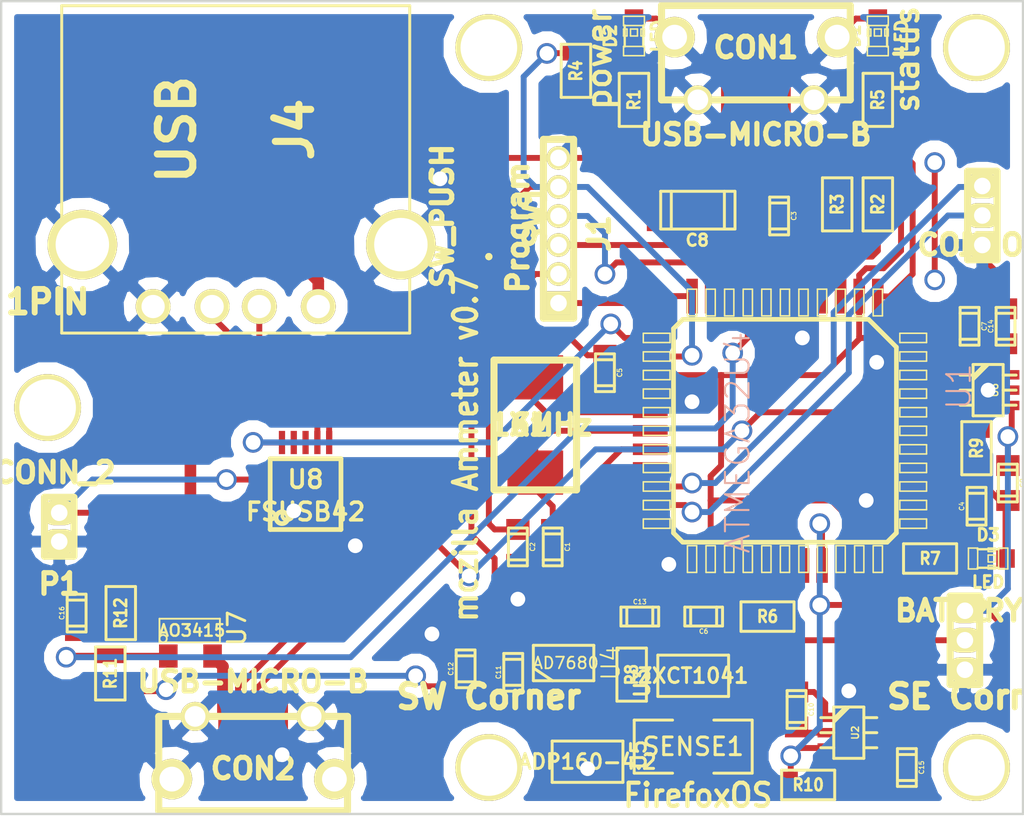
<source format=kicad_pcb>
(kicad_pcb (version 3) (host pcbnew "(2013-07-07 BZR 4022)-stable")

  (general
    (links 131)
    (no_connects 0)
    (area 180.045542 163.137 228.387 201.609)
    (thickness 1.6)
    (drawings 8)
    (tracks 435)
    (zones 0)
    (modules 54)
    (nets 42)
  )

  (page A3)
  (layers
    (15 F.Cu signal)
    (0 B.Cu signal)
    (18 B.Paste user)
    (19 F.Paste user)
    (20 B.SilkS user)
    (21 F.SilkS user)
    (22 B.Mask user)
    (23 F.Mask user)
    (28 Edge.Cuts user)
  )

  (setup
    (last_trace_width 0.254)
    (user_trace_width 0.2)
    (user_trace_width 0.3)
    (user_trace_width 0.5)
    (trace_clearance 0.18)
    (zone_clearance 0.508)
    (zone_45_only no)
    (trace_min 0.2)
    (segment_width 0.2)
    (edge_width 0.1)
    (via_size 0.889)
    (via_drill 0.635)
    (via_min_size 0.864)
    (via_min_drill 0.508)
    (uvia_size 0.508)
    (uvia_drill 0.127)
    (uvias_allowed no)
    (uvia_min_size 0.508)
    (uvia_min_drill 0.127)
    (pcb_text_width 0.3)
    (pcb_text_size 1.5 1.5)
    (mod_edge_width 0.15)
    (mod_text_size 1 1)
    (mod_text_width 0.15)
    (pad_size 1.0668 1.4986)
    (pad_drill 0.7112)
    (pad_to_mask_clearance 0.05)
    (pad_to_paste_clearance -0.05)
    (aux_axis_origin 200 200)
    (visible_elements 7FFE7B09)
    (pcbplotparams
      (layerselection 283148289)
      (usegerberextensions true)
      (excludeedgelayer true)
      (linewidth 0.150000)
      (plotframeref false)
      (viasonmask false)
      (mode 1)
      (useauxorigin false)
      (hpglpennumber 1)
      (hpglpenspeed 20)
      (hpglpendiameter 15)
      (hpglpenoverlay 2)
      (psnegative false)
      (psa4output false)
      (plotreference false)
      (plotvalue false)
      (plotothertext false)
      (plotinvisibletext false)
      (padsonsilk false)
      (subtractmaskfromsilk false)
      (outputformat 1)
      (mirror false)
      (drillshape 0)
      (scaleselection 1)
      (outputdirectory gerber/))
  )

  (net 0 "")
  (net 1 BATT_DIR)
  (net 2 CS)
  (net 3 GND)
  (net 4 LED)
  (net 5 N-0000011)
  (net 6 N-0000012)
  (net 7 N-0000013)
  (net 8 N-0000014)
  (net 9 N-0000015)
  (net 10 N-0000016)
  (net 11 N-0000017)
  (net 12 N-0000018)
  (net 13 N-0000019)
  (net 14 N-000002)
  (net 15 N-0000023)
  (net 16 N-0000024)
  (net 17 N-0000025)
  (net 18 N-0000026)
  (net 19 N-0000027)
  (net 20 N-0000028)
  (net 21 N-000004)
  (net 22 N-0000043)
  (net 23 N-0000044)
  (net 24 N-0000045)
  (net 25 N-0000046)
  (net 26 N-0000048)
  (net 27 N-000005)
  (net 28 N-0000050)
  (net 29 N-0000051)
  (net 30 N-0000053)
  (net 31 N-0000055)
  (net 32 N-0000056)
  (net 33 N-0000059)
  (net 34 N-000006)
  (net 35 N-000007)
  (net 36 N-000008)
  (net 37 N-000009)
  (net 38 RESET)
  (net 39 SCLK)
  (net 40 SDATA)
  (net 41 VCC)

  (net_class Default "This is the default net class."
    (clearance 0.18)
    (trace_width 0.254)
    (via_dia 0.889)
    (via_drill 0.635)
    (uvia_dia 0.508)
    (uvia_drill 0.127)
    (add_net "")
    (add_net BATT_DIR)
    (add_net CS)
    (add_net GND)
    (add_net LED)
    (add_net N-0000011)
    (add_net N-0000012)
    (add_net N-0000013)
    (add_net N-0000014)
    (add_net N-0000015)
    (add_net N-0000016)
    (add_net N-0000017)
    (add_net N-0000018)
    (add_net N-0000019)
    (add_net N-000002)
    (add_net N-0000023)
    (add_net N-0000024)
    (add_net N-0000025)
    (add_net N-0000026)
    (add_net N-0000027)
    (add_net N-0000028)
    (add_net N-000004)
    (add_net N-0000043)
    (add_net N-0000044)
    (add_net N-0000045)
    (add_net N-0000046)
    (add_net N-0000048)
    (add_net N-000005)
    (add_net N-0000050)
    (add_net N-0000051)
    (add_net N-0000053)
    (add_net N-0000055)
    (add_net N-0000056)
    (add_net N-0000059)
    (add_net N-000006)
    (add_net N-000007)
    (add_net N-000008)
    (add_net N-000009)
    (add_net RESET)
    (add_net SCLK)
    (add_net SDATA)
    (add_net VCC)
  )

  (net_class Power ""
    (clearance 0.18)
    (trace_width 0.5)
    (via_dia 0.889)
    (via_drill 0.635)
    (uvia_dia 0.508)
    (uvia_drill 0.127)
  )

  (module SM1206 (layer F.Cu) (tedit 42806E24) (tstamp 52D8643E)
    (at 210.8 197.1)
    (path /5244D6AD)
    (attr smd)
    (fp_text reference SENSE1 (at 0 0) (layer F.SilkS)
      (effects (font (size 0.762 0.762) (thickness 0.127)))
    )
    (fp_text value 0.1 (at 0 0) (layer F.SilkS) hide
      (effects (font (size 0.762 0.762) (thickness 0.127)))
    )
    (fp_line (start -2.54 -1.143) (end -2.54 1.143) (layer F.SilkS) (width 0.127))
    (fp_line (start -2.54 1.143) (end -0.889 1.143) (layer F.SilkS) (width 0.127))
    (fp_line (start 0.889 -1.143) (end 2.54 -1.143) (layer F.SilkS) (width 0.127))
    (fp_line (start 2.54 -1.143) (end 2.54 1.143) (layer F.SilkS) (width 0.127))
    (fp_line (start 2.54 1.143) (end 0.889 1.143) (layer F.SilkS) (width 0.127))
    (fp_line (start -0.889 -1.143) (end -2.54 -1.143) (layer F.SilkS) (width 0.127))
    (pad 1 smd rect (at -1.651 0) (size 1.524 2.032)
      (layers F.Cu F.Paste F.Mask)
      (net 33 N-0000059)
    )
    (pad 2 smd rect (at 1.651 0) (size 1.524 2.032)
      (layers F.Cu F.Paste F.Mask)
      (net 35 N-000007)
    )
    (model smd/chip_cms.wrl
      (at (xyz 0 0 0))
      (scale (xyz 0.17 0.16 0.16))
      (rotate (xyz 0 0 0))
    )
  )

  (module SM0603 (layer F.Cu) (tedit 4E43A3D1) (tstamp 52D86448)
    (at 208.25 169.25 270)
    (path /5244AD43)
    (attr smd)
    (fp_text reference R1 (at 0 0 270) (layer F.SilkS)
      (effects (font (size 0.508 0.4572) (thickness 0.1143)))
    )
    (fp_text value 220 (at 0 0 270) (layer F.SilkS) hide
      (effects (font (size 0.508 0.4572) (thickness 0.1143)))
    )
    (fp_line (start -1.143 -0.635) (end 1.143 -0.635) (layer F.SilkS) (width 0.127))
    (fp_line (start 1.143 -0.635) (end 1.143 0.635) (layer F.SilkS) (width 0.127))
    (fp_line (start 1.143 0.635) (end -1.143 0.635) (layer F.SilkS) (width 0.127))
    (fp_line (start -1.143 0.635) (end -1.143 -0.635) (layer F.SilkS) (width 0.127))
    (pad 1 smd rect (at -0.762 0 270) (size 0.635 1.143)
      (layers F.Cu F.Paste F.Mask)
      (net 24 N-0000045)
    )
    (pad 2 smd rect (at 0.762 0 270) (size 0.635 1.143)
      (layers F.Cu F.Paste F.Mask)
      (net 41 VCC)
    )
    (model smd\resistors\R0603.wrl
      (at (xyz 0 0 0.001))
      (scale (xyz 0.5 0.5 0.5))
      (rotate (xyz 0 0 0))
    )
  )

  (module SM0603 (layer F.Cu) (tedit 4E43A3D1) (tstamp 52D8645C)
    (at 208.15 194 270)
    (path /5298ADA0)
    (attr smd)
    (fp_text reference R8 (at 0 0 270) (layer F.SilkS)
      (effects (font (size 0.508 0.4572) (thickness 0.1143)))
    )
    (fp_text value 0 (at 0 0 270) (layer F.SilkS) hide
      (effects (font (size 0.508 0.4572) (thickness 0.1143)))
    )
    (fp_line (start -1.143 -0.635) (end 1.143 -0.635) (layer F.SilkS) (width 0.127))
    (fp_line (start 1.143 -0.635) (end 1.143 0.635) (layer F.SilkS) (width 0.127))
    (fp_line (start 1.143 0.635) (end -1.143 0.635) (layer F.SilkS) (width 0.127))
    (fp_line (start -1.143 0.635) (end -1.143 -0.635) (layer F.SilkS) (width 0.127))
    (pad 1 smd rect (at -0.762 0 270) (size 0.635 1.143)
      (layers F.Cu F.Paste F.Mask)
      (net 36 N-000008)
    )
    (pad 2 smd rect (at 0.762 0 270) (size 0.635 1.143)
      (layers F.Cu F.Paste F.Mask)
      (net 37 N-000009)
    )
    (model smd\resistors\R0603.wrl
      (at (xyz 0 0 0.001))
      (scale (xyz 0.5 0.5 0.5))
      (rotate (xyz 0 0 0))
    )
  )

  (module SM0603 (layer F.Cu) (tedit 4E43A3D1) (tstamp 52D86466)
    (at 221 189 180)
    (path /5298A556)
    (attr smd)
    (fp_text reference R7 (at 0 0 180) (layer F.SilkS)
      (effects (font (size 0.508 0.4572) (thickness 0.1143)))
    )
    (fp_text value 220 (at 0 0 180) (layer F.SilkS) hide
      (effects (font (size 0.508 0.4572) (thickness 0.1143)))
    )
    (fp_line (start -1.143 -0.635) (end 1.143 -0.635) (layer F.SilkS) (width 0.127))
    (fp_line (start 1.143 -0.635) (end 1.143 0.635) (layer F.SilkS) (width 0.127))
    (fp_line (start 1.143 0.635) (end -1.143 0.635) (layer F.SilkS) (width 0.127))
    (fp_line (start -1.143 0.635) (end -1.143 -0.635) (layer F.SilkS) (width 0.127))
    (pad 1 smd rect (at -0.762 0 180) (size 0.635 1.143)
      (layers F.Cu F.Paste F.Mask)
      (net 31 N-0000055)
    )
    (pad 2 smd rect (at 0.762 0 180) (size 0.635 1.143)
      (layers F.Cu F.Paste F.Mask)
      (net 5 N-0000011)
    )
    (model smd\resistors\R0603.wrl
      (at (xyz 0 0 0.001))
      (scale (xyz 0.5 0.5 0.5))
      (rotate (xyz 0 0 0))
    )
  )

  (module SM0603 (layer F.Cu) (tedit 4E43A3D1) (tstamp 52D86470)
    (at 223 184.25 270)
    (path /5298A54A)
    (attr smd)
    (fp_text reference R9 (at 0 0 270) (layer F.SilkS)
      (effects (font (size 0.508 0.4572) (thickness 0.1143)))
    )
    (fp_text value 10K (at 0 0 270) (layer F.SilkS) hide
      (effects (font (size 0.508 0.4572) (thickness 0.1143)))
    )
    (fp_line (start -1.143 -0.635) (end 1.143 -0.635) (layer F.SilkS) (width 0.127))
    (fp_line (start 1.143 -0.635) (end 1.143 0.635) (layer F.SilkS) (width 0.127))
    (fp_line (start 1.143 0.635) (end -1.143 0.635) (layer F.SilkS) (width 0.127))
    (fp_line (start -1.143 0.635) (end -1.143 -0.635) (layer F.SilkS) (width 0.127))
    (pad 1 smd rect (at -0.762 0 270) (size 0.635 1.143)
      (layers F.Cu F.Paste F.Mask)
      (net 21 N-000004)
    )
    (pad 2 smd rect (at 0.762 0 270) (size 0.635 1.143)
      (layers F.Cu F.Paste F.Mask)
      (net 3 GND)
    )
    (model smd\resistors\R0603.wrl
      (at (xyz 0 0 0.001))
      (scale (xyz 0.5 0.5 0.5))
      (rotate (xyz 0 0 0))
    )
  )

  (module SM0603 (layer F.Cu) (tedit 4E43A3D1) (tstamp 52D8647A)
    (at 214 191.5)
    (path /5244E96B)
    (attr smd)
    (fp_text reference R6 (at 0 0) (layer F.SilkS)
      (effects (font (size 0.508 0.4572) (thickness 0.1143)))
    )
    (fp_text value 1M (at 0 0) (layer F.SilkS) hide
      (effects (font (size 0.508 0.4572) (thickness 0.1143)))
    )
    (fp_line (start -1.143 -0.635) (end 1.143 -0.635) (layer F.SilkS) (width 0.127))
    (fp_line (start 1.143 -0.635) (end 1.143 0.635) (layer F.SilkS) (width 0.127))
    (fp_line (start 1.143 0.635) (end -1.143 0.635) (layer F.SilkS) (width 0.127))
    (fp_line (start -1.143 0.635) (end -1.143 -0.635) (layer F.SilkS) (width 0.127))
    (pad 1 smd rect (at -0.762 0) (size 0.635 1.143)
      (layers F.Cu F.Paste F.Mask)
      (net 41 VCC)
    )
    (pad 2 smd rect (at 0.762 0) (size 0.635 1.143)
      (layers F.Cu F.Paste F.Mask)
      (net 1 BATT_DIR)
    )
    (model smd\resistors\R0603.wrl
      (at (xyz 0 0 0.001))
      (scale (xyz 0.5 0.5 0.5))
      (rotate (xyz 0 0 0))
    )
  )

  (module SM0603 (layer F.Cu) (tedit 4E43A3D1) (tstamp 52D86484)
    (at 218.75 169.25 270)
    (path /5244B586)
    (attr smd)
    (fp_text reference R5 (at 0 0 270) (layer F.SilkS)
      (effects (font (size 0.508 0.4572) (thickness 0.1143)))
    )
    (fp_text value 220 (at 0 0 270) (layer F.SilkS) hide
      (effects (font (size 0.508 0.4572) (thickness 0.1143)))
    )
    (fp_line (start -1.143 -0.635) (end 1.143 -0.635) (layer F.SilkS) (width 0.127))
    (fp_line (start 1.143 -0.635) (end 1.143 0.635) (layer F.SilkS) (width 0.127))
    (fp_line (start 1.143 0.635) (end -1.143 0.635) (layer F.SilkS) (width 0.127))
    (fp_line (start -1.143 0.635) (end -1.143 -0.635) (layer F.SilkS) (width 0.127))
    (pad 1 smd rect (at -0.762 0 270) (size 0.635 1.143)
      (layers F.Cu F.Paste F.Mask)
      (net 28 N-0000050)
    )
    (pad 2 smd rect (at 0.762 0 270) (size 0.635 1.143)
      (layers F.Cu F.Paste F.Mask)
      (net 4 LED)
    )
    (model smd\resistors\R0603.wrl
      (at (xyz 0 0 0.001))
      (scale (xyz 0.5 0.5 0.5))
      (rotate (xyz 0 0 0))
    )
  )

  (module SM0603 (layer F.Cu) (tedit 4E43A3D1) (tstamp 52D8648E)
    (at 218.75 173.75 270)
    (path /5244ADC2)
    (attr smd)
    (fp_text reference R2 (at 0 0 270) (layer F.SilkS)
      (effects (font (size 0.508 0.4572) (thickness 0.1143)))
    )
    (fp_text value 22 (at 0 0 270) (layer F.SilkS) hide
      (effects (font (size 0.508 0.4572) (thickness 0.1143)))
    )
    (fp_line (start -1.143 -0.635) (end 1.143 -0.635) (layer F.SilkS) (width 0.127))
    (fp_line (start 1.143 -0.635) (end 1.143 0.635) (layer F.SilkS) (width 0.127))
    (fp_line (start 1.143 0.635) (end -1.143 0.635) (layer F.SilkS) (width 0.127))
    (fp_line (start -1.143 0.635) (end -1.143 -0.635) (layer F.SilkS) (width 0.127))
    (pad 1 smd rect (at -0.762 0 270) (size 0.635 1.143)
      (layers F.Cu F.Paste F.Mask)
      (net 23 N-0000044)
    )
    (pad 2 smd rect (at 0.762 0 270) (size 0.635 1.143)
      (layers F.Cu F.Paste F.Mask)
      (net 25 N-0000046)
    )
    (model smd\resistors\R0603.wrl
      (at (xyz 0 0 0.001))
      (scale (xyz 0.5 0.5 0.5))
      (rotate (xyz 0 0 0))
    )
  )

  (module SM0603 (layer F.Cu) (tedit 4E43A3D1) (tstamp 52D86498)
    (at 217 173.75 270)
    (path /5244ADD6)
    (attr smd)
    (fp_text reference R3 (at 0 0 270) (layer F.SilkS)
      (effects (font (size 0.508 0.4572) (thickness 0.1143)))
    )
    (fp_text value 22 (at 0 0 270) (layer F.SilkS) hide
      (effects (font (size 0.508 0.4572) (thickness 0.1143)))
    )
    (fp_line (start -1.143 -0.635) (end 1.143 -0.635) (layer F.SilkS) (width 0.127))
    (fp_line (start 1.143 -0.635) (end 1.143 0.635) (layer F.SilkS) (width 0.127))
    (fp_line (start 1.143 0.635) (end -1.143 0.635) (layer F.SilkS) (width 0.127))
    (fp_line (start -1.143 0.635) (end -1.143 -0.635) (layer F.SilkS) (width 0.127))
    (pad 1 smd rect (at -0.762 0 270) (size 0.635 1.143)
      (layers F.Cu F.Paste F.Mask)
      (net 26 N-0000048)
    )
    (pad 2 smd rect (at 0.762 0 270) (size 0.635 1.143)
      (layers F.Cu F.Paste F.Mask)
      (net 30 N-0000053)
    )
    (model smd\resistors\R0603.wrl
      (at (xyz 0 0 0.001))
      (scale (xyz 0.5 0.5 0.5))
      (rotate (xyz 0 0 0))
    )
  )

  (module SM0603 (layer F.Cu) (tedit 4E43A3D1) (tstamp 52D864A2)
    (at 205.75 168 90)
    (path /5244B0C5)
    (attr smd)
    (fp_text reference R4 (at 0 0 90) (layer F.SilkS)
      (effects (font (size 0.508 0.4572) (thickness 0.1143)))
    )
    (fp_text value 10K (at 0 0 90) (layer F.SilkS) hide
      (effects (font (size 0.508 0.4572) (thickness 0.1143)))
    )
    (fp_line (start -1.143 -0.635) (end 1.143 -0.635) (layer F.SilkS) (width 0.127))
    (fp_line (start 1.143 -0.635) (end 1.143 0.635) (layer F.SilkS) (width 0.127))
    (fp_line (start 1.143 0.635) (end -1.143 0.635) (layer F.SilkS) (width 0.127))
    (fp_line (start -1.143 0.635) (end -1.143 -0.635) (layer F.SilkS) (width 0.127))
    (pad 1 smd rect (at -0.762 0 90) (size 0.635 1.143)
      (layers F.Cu F.Paste F.Mask)
      (net 41 VCC)
    )
    (pad 2 smd rect (at 0.762 0 90) (size 0.635 1.143)
      (layers F.Cu F.Paste F.Mask)
      (net 38 RESET)
    )
    (model smd\resistors\R0603.wrl
      (at (xyz 0 0 0.001))
      (scale (xyz 0.5 0.5 0.5))
      (rotate (xyz 0 0 0))
    )
  )

  (module SIL_3_050 (layer F.Cu) (tedit 200000) (tstamp 52D864BB)
    (at 223.25 175.5 90)
    (descr "0.050\" pitch 3-pin SIP")
    (path /5244E47B)
    (fp_text reference J3 (at 0 -0.254 360) (layer F.SilkS)
      (effects (font (size 0.889 0.889) (thickness 0.3048)))
    )
    (fp_text value CONSOLE (at 0 0.254 360) (layer F.SilkS)
      (effects (font (size 0.889 0.889) (thickness 0.3048)))
    )
    (fp_line (start -0.635 0.635) (end 3.175 0.635) (layer F.SilkS) (width 0.3048))
    (fp_line (start 3.175 0.635) (end 3.175 -0.635) (layer F.SilkS) (width 0.3048))
    (fp_line (start 3.175 -0.635) (end -0.635 -0.635) (layer F.SilkS) (width 0.3048))
    (fp_line (start -0.635 -0.635) (end -0.635 0.635) (layer F.SilkS) (width 0.3048))
    (pad 1 thru_hole oval (at 0 0 90) (size 1.0668 1.4986) (drill 0.7112)
      (layers *.Cu *.Mask F.SilkS)
      (net 3 GND)
    )
    (pad 2 thru_hole oval (at 1.27 0 90) (size 1.0668 1.4986) (drill 0.7112)
      (layers *.Cu *.Mask F.SilkS)
      (net 27 N-000005)
    )
    (pad 3 thru_hole oval (at 2.54 0 90) (size 1.0668 1.4986) (drill 0.7112)
      (layers *.Cu *.Mask F.SilkS)
      (net 34 N-000006)
    )
  )

  (module SIL_3_050 (layer F.Cu) (tedit 200000) (tstamp 52D864C6)
    (at 222.5 191.25 270)
    (descr "0.050\" pitch 3-pin SIP")
    (path /5244E236)
    (fp_text reference J2 (at 0 -0.254 540) (layer F.SilkS)
      (effects (font (size 0.889 0.889) (thickness 0.3048)))
    )
    (fp_text value BATTERY (at 0 0.254 540) (layer F.SilkS)
      (effects (font (size 0.889 0.889) (thickness 0.3048)))
    )
    (fp_line (start -0.635 0.635) (end 3.175 0.635) (layer F.SilkS) (width 0.3048))
    (fp_line (start 3.175 0.635) (end 3.175 -0.635) (layer F.SilkS) (width 0.3048))
    (fp_line (start 3.175 -0.635) (end -0.635 -0.635) (layer F.SilkS) (width 0.3048))
    (fp_line (start -0.635 -0.635) (end -0.635 0.635) (layer F.SilkS) (width 0.3048))
    (pad 1 thru_hole oval (at 0 0 270) (size 1.0668 1.4986) (drill 0.7112)
      (layers *.Cu *.Mask F.SilkS)
      (net 17 N-0000025)
    )
    (pad 2 thru_hole oval (at 1.27 0 270) (size 1.0668 1.4986) (drill 0.7112)
      (layers *.Cu *.Mask F.SilkS)
      (net 35 N-000007)
    )
    (pad 3 thru_hole oval (at 2.54 0 270) (size 1.0668 1.4986) (drill 0.7112)
      (layers *.Cu *.Mask F.SilkS)
      (net 3 GND)
    )
  )

  (module sc70-6 (layer F.Cu) (tedit 52FBD867) (tstamp 52D864DC)
    (at 223.5 181.75 270)
    (descr SC70-6)
    (path /52D80F96)
    (attr smd)
    (fp_text reference U6 (at 0 -0.2794 270) (layer F.SilkS)
      (effects (font (size 0.29972 0.29972) (thickness 0.06096)))
    )
    (fp_text value SIP32411 (at 0 0.3556 270) (layer F.SilkS) hide
      (effects (font (size 0.29972 0.29972) (thickness 0.06096)))
    )
    (fp_line (start 0 -0.6477) (end 0 -1.2065) (layer F.SilkS) (width 0.127))
    (fp_line (start -0.4445 0.6477) (end -1.1049 -0.0127) (layer F.SilkS) (width 0.127))
    (fp_line (start -0.5969 0.6477) (end -1.1049 0.1524) (layer F.SilkS) (width 0.127))
    (fp_line (start 0.6477 -0.6477) (end 0.6477 -1.2065) (layer F.SilkS) (width 0.127))
    (fp_line (start -0.6477 -0.6477) (end -0.6477 -1.2065) (layer F.SilkS) (width 0.127))
    (fp_line (start 0 0.6477) (end 0 1.2065) (layer F.SilkS) (width 0.127))
    (fp_line (start 0.6477 0.6477) (end 0.6477 1.2065) (layer F.SilkS) (width 0.127))
    (fp_line (start -0.6477 0.6477) (end -0.6477 1.2065) (layer F.SilkS) (width 0.127))
    (fp_line (start -1.1049 -0.6477) (end 1.1049 -0.6477) (layer F.SilkS) (width 0.127))
    (fp_line (start 1.1049 -0.6477) (end 1.1049 0.6477) (layer F.SilkS) (width 0.127))
    (fp_line (start 1.1049 0.6477) (end -1.1049 0.6477) (layer F.SilkS) (width 0.127))
    (fp_line (start -1.1049 0.6477) (end -1.1049 -0.6477) (layer F.SilkS) (width 0.127))
    (pad 1 smd rect (at -0.6604 1.016 270) (size 0.4064 0.6604)
      (layers F.Cu F.Paste F.Mask)
      (net 14 N-000002)
    )
    (pad 3 smd rect (at 0.6604 1.016 270) (size 0.4064 0.6604)
      (layers F.Cu F.Paste F.Mask)
      (net 21 N-000004)
    )
    (pad 2 smd rect (at 0 1.016 270) (size 0.4064 0.6604)
      (layers F.Cu F.Paste F.Mask)
      (net 3 GND)
    )
    (pad 4 smd rect (at 0.6604 -1.016 270) (size 0.4064 0.6604)
      (layers F.Cu F.Paste F.Mask)
      (net 17 N-0000025)
    )
    (pad 6 smd rect (at -0.6604 -1.016 270) (size 0.4064 0.6604)
      (layers F.Cu F.Paste F.Mask)
    )
    (pad 5 smd rect (at 0 -1.016 270) (size 0.4064 0.6604)
      (layers F.Cu F.Paste F.Mask)
      (net 3 GND)
    )
    (model smd/smd_transistors/sc70-6.wrl
      (at (xyz 0 0 0))
      (scale (xyz 1 1 1))
      (rotate (xyz 0 0 0))
    )
  )

  (module sc70-6 (layer F.Cu) (tedit 52FBD84F) (tstamp 52D864F2)
    (at 217.5 196.5 270)
    (descr SC70-6)
    (path /5244CFE2)
    (attr smd)
    (fp_text reference U2 (at 0 -0.2794 270) (layer F.SilkS)
      (effects (font (size 0.29972 0.29972) (thickness 0.06096)))
    )
    (fp_text value SIP32411 (at 0 0.3556 270) (layer F.SilkS) hide
      (effects (font (size 0.29972 0.29972) (thickness 0.06096)))
    )
    (fp_line (start 0 -0.6477) (end 0 -1.2065) (layer F.SilkS) (width 0.127))
    (fp_line (start -0.4445 0.6477) (end -1.1049 -0.0127) (layer F.SilkS) (width 0.127))
    (fp_line (start -0.5969 0.6477) (end -1.1049 0.1524) (layer F.SilkS) (width 0.127))
    (fp_line (start 0.6477 -0.6477) (end 0.6477 -1.2065) (layer F.SilkS) (width 0.127))
    (fp_line (start -0.6477 -0.6477) (end -0.6477 -1.2065) (layer F.SilkS) (width 0.127))
    (fp_line (start 0 0.6477) (end 0 1.2065) (layer F.SilkS) (width 0.127))
    (fp_line (start 0.6477 0.6477) (end 0.6477 1.2065) (layer F.SilkS) (width 0.127))
    (fp_line (start -0.6477 0.6477) (end -0.6477 1.2065) (layer F.SilkS) (width 0.127))
    (fp_line (start -1.1049 -0.6477) (end 1.1049 -0.6477) (layer F.SilkS) (width 0.127))
    (fp_line (start 1.1049 -0.6477) (end 1.1049 0.6477) (layer F.SilkS) (width 0.127))
    (fp_line (start 1.1049 0.6477) (end -1.1049 0.6477) (layer F.SilkS) (width 0.127))
    (fp_line (start -1.1049 0.6477) (end -1.1049 -0.6477) (layer F.SilkS) (width 0.127))
    (pad 1 smd rect (at -0.6604 1.016 270) (size 0.4064 0.6604)
      (layers F.Cu F.Paste F.Mask)
      (net 33 N-0000059)
    )
    (pad 3 smd rect (at 0.6604 1.016 270) (size 0.4064 0.6604)
      (layers F.Cu F.Paste F.Mask)
      (net 5 N-0000011)
    )
    (pad 2 smd rect (at 0 1.016 270) (size 0.4064 0.6604)
      (layers F.Cu F.Paste F.Mask)
      (net 3 GND)
    )
    (pad 4 smd rect (at 0.6604 -1.016 270) (size 0.4064 0.6604)
      (layers F.Cu F.Paste F.Mask)
      (net 17 N-0000025)
    )
    (pad 6 smd rect (at -0.6604 -1.016 270) (size 0.4064 0.6604)
      (layers F.Cu F.Paste F.Mask)
    )
    (pad 5 smd rect (at 0 -1.016 270) (size 0.4064 0.6604)
      (layers F.Cu F.Paste F.Mask)
      (net 3 GND)
    )
    (model smd/smd_transistors/sc70-6.wrl
      (at (xyz 0 0 0))
      (scale (xyz 1 1 1))
      (rotate (xyz 0 0 0))
    )
  )

  (module LED-0603 (layer F.Cu) (tedit 4E16AFB4) (tstamp 52D86518)
    (at 218.75 166.5 90)
    (descr "LED 0603 smd package")
    (tags "LED led 0603 SMD smd SMT smt smdled SMDLED smtled SMTLED")
    (path /5244B577)
    (attr smd)
    (fp_text reference D1 (at 0 -1.016 90) (layer F.SilkS)
      (effects (font (size 0.508 0.508) (thickness 0.127)))
    )
    (fp_text value LED (at 0 1.016 90) (layer F.SilkS)
      (effects (font (size 0.508 0.508) (thickness 0.127)))
    )
    (fp_line (start 0.44958 -0.44958) (end 0.44958 0.44958) (layer F.SilkS) (width 0.06604))
    (fp_line (start 0.44958 0.44958) (end 0.84836 0.44958) (layer F.SilkS) (width 0.06604))
    (fp_line (start 0.84836 -0.44958) (end 0.84836 0.44958) (layer F.SilkS) (width 0.06604))
    (fp_line (start 0.44958 -0.44958) (end 0.84836 -0.44958) (layer F.SilkS) (width 0.06604))
    (fp_line (start -0.84836 -0.44958) (end -0.84836 0.44958) (layer F.SilkS) (width 0.06604))
    (fp_line (start -0.84836 0.44958) (end -0.44958 0.44958) (layer F.SilkS) (width 0.06604))
    (fp_line (start -0.44958 -0.44958) (end -0.44958 0.44958) (layer F.SilkS) (width 0.06604))
    (fp_line (start -0.84836 -0.44958) (end -0.44958 -0.44958) (layer F.SilkS) (width 0.06604))
    (fp_line (start 0 -0.44958) (end 0 -0.29972) (layer F.SilkS) (width 0.06604))
    (fp_line (start 0 -0.29972) (end 0.29972 -0.29972) (layer F.SilkS) (width 0.06604))
    (fp_line (start 0.29972 -0.44958) (end 0.29972 -0.29972) (layer F.SilkS) (width 0.06604))
    (fp_line (start 0 -0.44958) (end 0.29972 -0.44958) (layer F.SilkS) (width 0.06604))
    (fp_line (start 0 0.29972) (end 0 0.44958) (layer F.SilkS) (width 0.06604))
    (fp_line (start 0 0.44958) (end 0.29972 0.44958) (layer F.SilkS) (width 0.06604))
    (fp_line (start 0.29972 0.29972) (end 0.29972 0.44958) (layer F.SilkS) (width 0.06604))
    (fp_line (start 0 0.29972) (end 0.29972 0.29972) (layer F.SilkS) (width 0.06604))
    (fp_line (start 0 -0.14986) (end 0 0.14986) (layer F.SilkS) (width 0.06604))
    (fp_line (start 0 0.14986) (end 0.29972 0.14986) (layer F.SilkS) (width 0.06604))
    (fp_line (start 0.29972 -0.14986) (end 0.29972 0.14986) (layer F.SilkS) (width 0.06604))
    (fp_line (start 0 -0.14986) (end 0.29972 -0.14986) (layer F.SilkS) (width 0.06604))
    (fp_line (start 0.44958 -0.39878) (end -0.44958 -0.39878) (layer F.SilkS) (width 0.1016))
    (fp_line (start 0.44958 0.39878) (end -0.44958 0.39878) (layer F.SilkS) (width 0.1016))
    (pad 1 smd rect (at -0.7493 0 90) (size 0.79756 0.79756)
      (layers F.Cu F.Paste F.Mask)
      (net 28 N-0000050)
    )
    (pad 2 smd rect (at 0.7493 0 90) (size 0.79756 0.79756)
      (layers F.Cu F.Paste F.Mask)
      (net 3 GND)
    )
  )

  (module LED-0603 (layer F.Cu) (tedit 4E16AFB4) (tstamp 52D86534)
    (at 223.5 189)
    (descr "LED 0603 smd package")
    (tags "LED led 0603 SMD smd SMT smt smdled SMDLED smtled SMTLED")
    (path /5298A55C)
    (attr smd)
    (fp_text reference D3 (at 0 -1.016) (layer F.SilkS)
      (effects (font (size 0.508 0.508) (thickness 0.127)))
    )
    (fp_text value LED (at 0 1.016) (layer F.SilkS)
      (effects (font (size 0.508 0.508) (thickness 0.127)))
    )
    (fp_line (start 0.44958 -0.44958) (end 0.44958 0.44958) (layer F.SilkS) (width 0.06604))
    (fp_line (start 0.44958 0.44958) (end 0.84836 0.44958) (layer F.SilkS) (width 0.06604))
    (fp_line (start 0.84836 -0.44958) (end 0.84836 0.44958) (layer F.SilkS) (width 0.06604))
    (fp_line (start 0.44958 -0.44958) (end 0.84836 -0.44958) (layer F.SilkS) (width 0.06604))
    (fp_line (start -0.84836 -0.44958) (end -0.84836 0.44958) (layer F.SilkS) (width 0.06604))
    (fp_line (start -0.84836 0.44958) (end -0.44958 0.44958) (layer F.SilkS) (width 0.06604))
    (fp_line (start -0.44958 -0.44958) (end -0.44958 0.44958) (layer F.SilkS) (width 0.06604))
    (fp_line (start -0.84836 -0.44958) (end -0.44958 -0.44958) (layer F.SilkS) (width 0.06604))
    (fp_line (start 0 -0.44958) (end 0 -0.29972) (layer F.SilkS) (width 0.06604))
    (fp_line (start 0 -0.29972) (end 0.29972 -0.29972) (layer F.SilkS) (width 0.06604))
    (fp_line (start 0.29972 -0.44958) (end 0.29972 -0.29972) (layer F.SilkS) (width 0.06604))
    (fp_line (start 0 -0.44958) (end 0.29972 -0.44958) (layer F.SilkS) (width 0.06604))
    (fp_line (start 0 0.29972) (end 0 0.44958) (layer F.SilkS) (width 0.06604))
    (fp_line (start 0 0.44958) (end 0.29972 0.44958) (layer F.SilkS) (width 0.06604))
    (fp_line (start 0.29972 0.29972) (end 0.29972 0.44958) (layer F.SilkS) (width 0.06604))
    (fp_line (start 0 0.29972) (end 0.29972 0.29972) (layer F.SilkS) (width 0.06604))
    (fp_line (start 0 -0.14986) (end 0 0.14986) (layer F.SilkS) (width 0.06604))
    (fp_line (start 0 0.14986) (end 0.29972 0.14986) (layer F.SilkS) (width 0.06604))
    (fp_line (start 0.29972 -0.14986) (end 0.29972 0.14986) (layer F.SilkS) (width 0.06604))
    (fp_line (start 0 -0.14986) (end 0.29972 -0.14986) (layer F.SilkS) (width 0.06604))
    (fp_line (start 0.44958 -0.39878) (end -0.44958 -0.39878) (layer F.SilkS) (width 0.1016))
    (fp_line (start 0.44958 0.39878) (end -0.44958 0.39878) (layer F.SilkS) (width 0.1016))
    (pad 1 smd rect (at -0.7493 0) (size 0.79756 0.79756)
      (layers F.Cu F.Paste F.Mask)
      (net 31 N-0000055)
    )
    (pad 2 smd rect (at 0.7493 0) (size 0.79756 0.79756)
      (layers F.Cu F.Paste F.Mask)
      (net 3 GND)
    )
  )

  (module LED-0603 (layer F.Cu) (tedit 4E16AFB4) (tstamp 52D86550)
    (at 208.25 166.5 90)
    (descr "LED 0603 smd package")
    (tags "LED led 0603 SMD smd SMT smt smdled SMDLED smtled SMTLED")
    (path /5244AAE6)
    (attr smd)
    (fp_text reference D2 (at 0 -1.016 90) (layer F.SilkS)
      (effects (font (size 0.508 0.508) (thickness 0.127)))
    )
    (fp_text value LED (at 0 1.016 90) (layer F.SilkS)
      (effects (font (size 0.508 0.508) (thickness 0.127)))
    )
    (fp_line (start 0.44958 -0.44958) (end 0.44958 0.44958) (layer F.SilkS) (width 0.06604))
    (fp_line (start 0.44958 0.44958) (end 0.84836 0.44958) (layer F.SilkS) (width 0.06604))
    (fp_line (start 0.84836 -0.44958) (end 0.84836 0.44958) (layer F.SilkS) (width 0.06604))
    (fp_line (start 0.44958 -0.44958) (end 0.84836 -0.44958) (layer F.SilkS) (width 0.06604))
    (fp_line (start -0.84836 -0.44958) (end -0.84836 0.44958) (layer F.SilkS) (width 0.06604))
    (fp_line (start -0.84836 0.44958) (end -0.44958 0.44958) (layer F.SilkS) (width 0.06604))
    (fp_line (start -0.44958 -0.44958) (end -0.44958 0.44958) (layer F.SilkS) (width 0.06604))
    (fp_line (start -0.84836 -0.44958) (end -0.44958 -0.44958) (layer F.SilkS) (width 0.06604))
    (fp_line (start 0 -0.44958) (end 0 -0.29972) (layer F.SilkS) (width 0.06604))
    (fp_line (start 0 -0.29972) (end 0.29972 -0.29972) (layer F.SilkS) (width 0.06604))
    (fp_line (start 0.29972 -0.44958) (end 0.29972 -0.29972) (layer F.SilkS) (width 0.06604))
    (fp_line (start 0 -0.44958) (end 0.29972 -0.44958) (layer F.SilkS) (width 0.06604))
    (fp_line (start 0 0.29972) (end 0 0.44958) (layer F.SilkS) (width 0.06604))
    (fp_line (start 0 0.44958) (end 0.29972 0.44958) (layer F.SilkS) (width 0.06604))
    (fp_line (start 0.29972 0.29972) (end 0.29972 0.44958) (layer F.SilkS) (width 0.06604))
    (fp_line (start 0 0.29972) (end 0.29972 0.29972) (layer F.SilkS) (width 0.06604))
    (fp_line (start 0 -0.14986) (end 0 0.14986) (layer F.SilkS) (width 0.06604))
    (fp_line (start 0 0.14986) (end 0.29972 0.14986) (layer F.SilkS) (width 0.06604))
    (fp_line (start 0.29972 -0.14986) (end 0.29972 0.14986) (layer F.SilkS) (width 0.06604))
    (fp_line (start 0 -0.14986) (end 0.29972 -0.14986) (layer F.SilkS) (width 0.06604))
    (fp_line (start 0.44958 -0.39878) (end -0.44958 -0.39878) (layer F.SilkS) (width 0.1016))
    (fp_line (start 0.44958 0.39878) (end -0.44958 0.39878) (layer F.SilkS) (width 0.1016))
    (pad 1 smd rect (at -0.7493 0 90) (size 0.79756 0.79756)
      (layers F.Cu F.Paste F.Mask)
      (net 24 N-0000045)
    )
    (pad 2 smd rect (at 0.7493 0 90) (size 0.79756 0.79756)
      (layers F.Cu F.Paste F.Mask)
      (net 3 GND)
    )
  )

  (module CRYSTAL_SMT (layer F.Cu) (tedit 200000) (tstamp 52D99887)
    (at 204 183.25 90)
    (path /5244B31D)
    (fp_text reference X1 (at 0 -0.254 360) (layer F.SilkS)
      (effects (font (size 0.889 0.889) (thickness 0.3048)))
    )
    (fp_text value 16MHz (at 0 0.254 360) (layer F.SilkS)
      (effects (font (size 0.889 0.889) (thickness 0.3048)))
    )
    (fp_line (start -2.794 1.778) (end 2.794 1.778) (layer F.SilkS) (width 0.3048))
    (fp_line (start 2.794 1.778) (end 2.794 -1.778) (layer F.SilkS) (width 0.3048))
    (fp_line (start 2.794 -1.778) (end -2.794 -1.778) (layer F.SilkS) (width 0.3048))
    (fp_line (start -2.794 -1.778) (end -2.794 1.778) (layer F.SilkS) (width 0.3048))
    (pad 1 smd rect (at -2.04978 0 90) (size 1.89992 2.4003)
      (layers F.Cu F.Paste F.Mask)
      (net 29 N-0000051)
    )
    (pad 2 smd rect (at 2.04978 0 90) (size 1.89992 2.4003)
      (layers F.Cu F.Paste F.Mask)
      (net 32 N-0000056)
    )
  )

  (module c_1206 (layer F.Cu) (tedit 490473F0) (tstamp 52D86EC4)
    (at 211 174 180)
    (descr "SMT capacitor, 1206")
    (path /5244BDAA)
    (fp_text reference C8 (at 0.0254 -1.2954 180) (layer F.SilkS)
      (effects (font (size 0.50038 0.50038) (thickness 0.11938)))
    )
    (fp_text value 22uF (at 0 1.27 180) (layer F.SilkS) hide
      (effects (font (size 0.50038 0.50038) (thickness 0.11938)))
    )
    (fp_line (start 1.143 0.8128) (end 1.143 -0.8128) (layer F.SilkS) (width 0.127))
    (fp_line (start -1.143 -0.8128) (end -1.143 0.8128) (layer F.SilkS) (width 0.127))
    (fp_line (start -1.6002 -0.8128) (end -1.6002 0.8128) (layer F.SilkS) (width 0.127))
    (fp_line (start -1.6002 0.8128) (end 1.6002 0.8128) (layer F.SilkS) (width 0.127))
    (fp_line (start 1.6002 0.8128) (end 1.6002 -0.8128) (layer F.SilkS) (width 0.127))
    (fp_line (start 1.6002 -0.8128) (end -1.6002 -0.8128) (layer F.SilkS) (width 0.127))
    (pad 1 smd rect (at 1.397 0 180) (size 1.6002 1.8034)
      (layers F.Cu F.Paste F.Mask)
      (net 3 GND)
    )
    (pad 2 smd rect (at -1.397 0 180) (size 1.6002 1.8034)
      (layers F.Cu F.Paste F.Mask)
      (net 41 VCC)
    )
    (model smd/capacitors/c_1206.wrl
      (at (xyz 0 0 0))
      (scale (xyz 1 1 1))
      (rotate (xyz 0 0 0))
    )
  )

  (module c_0603 (layer F.Cu) (tedit 490472AA) (tstamp 52D9E88D)
    (at 220 198 270)
    (descr "SMT capacitor, 0603")
    (path /52D810C3)
    (fp_text reference C15 (at 0 -0.635 270) (layer F.SilkS)
      (effects (font (size 0.20066 0.20066) (thickness 0.04064)))
    )
    (fp_text value 4.7uF (at 0 0.635 270) (layer F.SilkS) hide
      (effects (font (size 0.20066 0.20066) (thickness 0.04064)))
    )
    (fp_line (start 0.5588 0.4064) (end 0.5588 -0.4064) (layer F.SilkS) (width 0.127))
    (fp_line (start -0.5588 -0.381) (end -0.5588 0.4064) (layer F.SilkS) (width 0.127))
    (fp_line (start -0.8128 -0.4064) (end 0.8128 -0.4064) (layer F.SilkS) (width 0.127))
    (fp_line (start 0.8128 -0.4064) (end 0.8128 0.4064) (layer F.SilkS) (width 0.127))
    (fp_line (start 0.8128 0.4064) (end -0.8128 0.4064) (layer F.SilkS) (width 0.127))
    (fp_line (start -0.8128 0.4064) (end -0.8128 -0.4064) (layer F.SilkS) (width 0.127))
    (pad 1 smd rect (at 0.75184 0 270) (size 0.89916 1.00076)
      (layers F.Cu F.Paste F.Mask)
      (net 3 GND)
    )
    (pad 2 smd rect (at -0.75184 0 270) (size 0.89916 1.00076)
      (layers F.Cu F.Paste F.Mask)
      (net 17 N-0000025)
    )
    (model smd/capacitors/c_0603.wrl
      (at (xyz 0 0 0))
      (scale (xyz 1 1 1))
      (rotate (xyz 0 0 0))
    )
  )

  (module c_0603 (layer F.Cu) (tedit 490472AA) (tstamp 52D86596)
    (at 224.25 179 90)
    (descr "SMT capacitor, 0603")
    (path /52D810BD)
    (fp_text reference C14 (at 0 -0.635 90) (layer F.SilkS)
      (effects (font (size 0.20066 0.20066) (thickness 0.04064)))
    )
    (fp_text value 0.1uF (at 0 0.635 90) (layer F.SilkS) hide
      (effects (font (size 0.20066 0.20066) (thickness 0.04064)))
    )
    (fp_line (start 0.5588 0.4064) (end 0.5588 -0.4064) (layer F.SilkS) (width 0.127))
    (fp_line (start -0.5588 -0.381) (end -0.5588 0.4064) (layer F.SilkS) (width 0.127))
    (fp_line (start -0.8128 -0.4064) (end 0.8128 -0.4064) (layer F.SilkS) (width 0.127))
    (fp_line (start 0.8128 -0.4064) (end 0.8128 0.4064) (layer F.SilkS) (width 0.127))
    (fp_line (start 0.8128 0.4064) (end -0.8128 0.4064) (layer F.SilkS) (width 0.127))
    (fp_line (start -0.8128 0.4064) (end -0.8128 -0.4064) (layer F.SilkS) (width 0.127))
    (pad 1 smd rect (at 0.75184 0 90) (size 0.89916 1.00076)
      (layers F.Cu F.Paste F.Mask)
      (net 3 GND)
    )
    (pad 2 smd rect (at -0.75184 0 90) (size 0.89916 1.00076)
      (layers F.Cu F.Paste F.Mask)
      (net 14 N-000002)
    )
    (model smd/capacitors/c_0603.wrl
      (at (xyz 0 0 0))
      (scale (xyz 1 1 1))
      (rotate (xyz 0 0 0))
    )
  )

  (module c_0603 (layer F.Cu) (tedit 52DD3DEF) (tstamp 52D865A2)
    (at 207 181 270)
    (descr "SMT capacitor, 0603")
    (path /5244BD8E)
    (fp_text reference C5 (at 0 -0.635 270) (layer F.SilkS)
      (effects (font (size 0.20066 0.20066) (thickness 0.04064)))
    )
    (fp_text value 0.1uF (at 0 0.635 270) (layer F.SilkS) hide
      (effects (font (size 0.20066 0.20066) (thickness 0.04064)))
    )
    (fp_line (start 0.5588 0.4064) (end 0.5588 -0.4064) (layer F.SilkS) (width 0.127))
    (fp_line (start -0.5588 -0.381) (end -0.5588 0.4064) (layer F.SilkS) (width 0.127))
    (fp_line (start -0.8128 -0.4064) (end 0.8128 -0.4064) (layer F.SilkS) (width 0.127))
    (fp_line (start 0.8128 -0.4064) (end 0.8128 0.4064) (layer F.SilkS) (width 0.127))
    (fp_line (start 0.8128 0.4064) (end -0.8128 0.4064) (layer F.SilkS) (width 0.127))
    (fp_line (start -0.8128 0.4064) (end -0.8128 -0.4064) (layer F.SilkS) (width 0.127))
    (pad 1 smd rect (at 0.75184 0 270) (size 0.89916 1.00076)
      (layers F.Cu F.Paste F.Mask)
      (net 3 GND)
    )
    (pad 2 smd rect (at -0.75184 0 270) (size 0.89916 1.00076)
      (layers F.Cu F.Paste F.Mask)
      (net 41 VCC)
    )
    (model smd/capacitors/c_0603.wrl
      (at (xyz 0 0 0))
      (scale (xyz 1 1 1))
      (rotate (xyz 0 0 0))
    )
  )

  (module c_0603 (layer F.Cu) (tedit 490472AA) (tstamp 52D865AE)
    (at 201 193.75 90)
    (descr "SMT capacitor, 0603")
    (path /5298AFB9)
    (fp_text reference C12 (at 0 -0.635 90) (layer F.SilkS)
      (effects (font (size 0.20066 0.20066) (thickness 0.04064)))
    )
    (fp_text value 1uF (at 0 0.635 90) (layer F.SilkS) hide
      (effects (font (size 0.20066 0.20066) (thickness 0.04064)))
    )
    (fp_line (start 0.5588 0.4064) (end 0.5588 -0.4064) (layer F.SilkS) (width 0.127))
    (fp_line (start -0.5588 -0.381) (end -0.5588 0.4064) (layer F.SilkS) (width 0.127))
    (fp_line (start -0.8128 -0.4064) (end 0.8128 -0.4064) (layer F.SilkS) (width 0.127))
    (fp_line (start 0.8128 -0.4064) (end 0.8128 0.4064) (layer F.SilkS) (width 0.127))
    (fp_line (start 0.8128 0.4064) (end -0.8128 0.4064) (layer F.SilkS) (width 0.127))
    (fp_line (start -0.8128 0.4064) (end -0.8128 -0.4064) (layer F.SilkS) (width 0.127))
    (pad 1 smd rect (at 0.75184 0 90) (size 0.89916 1.00076)
      (layers F.Cu F.Paste F.Mask)
      (net 3 GND)
    )
    (pad 2 smd rect (at -0.75184 0 90) (size 0.89916 1.00076)
      (layers F.Cu F.Paste F.Mask)
      (net 41 VCC)
    )
    (model smd/capacitors/c_0603.wrl
      (at (xyz 0 0 0))
      (scale (xyz 1 1 1))
      (rotate (xyz 0 0 0))
    )
  )

  (module c_0603 (layer F.Cu) (tedit 52DD3D62) (tstamp 52D865BA)
    (at 223 186.75 90)
    (descr "SMT capacitor, 0603")
    (path /5244BB0C)
    (fp_text reference C4 (at 0 -0.635 90) (layer F.SilkS)
      (effects (font (size 0.20066 0.20066) (thickness 0.04064)))
    )
    (fp_text value 0.1uF (at 0 0.635 90) (layer F.SilkS) hide
      (effects (font (size 0.20066 0.20066) (thickness 0.04064)))
    )
    (fp_line (start 0.5588 0.4064) (end 0.5588 -0.4064) (layer F.SilkS) (width 0.127))
    (fp_line (start -0.5588 -0.381) (end -0.5588 0.4064) (layer F.SilkS) (width 0.127))
    (fp_line (start -0.8128 -0.4064) (end 0.8128 -0.4064) (layer F.SilkS) (width 0.127))
    (fp_line (start 0.8128 -0.4064) (end 0.8128 0.4064) (layer F.SilkS) (width 0.127))
    (fp_line (start 0.8128 0.4064) (end -0.8128 0.4064) (layer F.SilkS) (width 0.127))
    (fp_line (start -0.8128 0.4064) (end -0.8128 -0.4064) (layer F.SilkS) (width 0.127))
    (pad 1 smd rect (at 0.75184 0 90) (size 0.89916 1.00076)
      (layers F.Cu F.Paste F.Mask)
      (net 3 GND)
    )
    (pad 2 smd rect (at -0.75184 0 90) (size 0.89916 1.00076)
      (layers F.Cu F.Paste F.Mask)
      (net 41 VCC)
    )
    (model smd/capacitors/c_0603.wrl
      (at (xyz 0 0 0))
      (scale (xyz 1 1 1))
      (rotate (xyz 0 0 0))
    )
  )

  (module c_0603 (layer F.Cu) (tedit 490472AA) (tstamp 52D865C6)
    (at 208.5 191.5)
    (descr "SMT capacitor, 0603")
    (path /5298ACFD)
    (fp_text reference C13 (at 0 -0.635) (layer F.SilkS)
      (effects (font (size 0.20066 0.20066) (thickness 0.04064)))
    )
    (fp_text value 20nF (at 0 0.635) (layer F.SilkS) hide
      (effects (font (size 0.20066 0.20066) (thickness 0.04064)))
    )
    (fp_line (start 0.5588 0.4064) (end 0.5588 -0.4064) (layer F.SilkS) (width 0.127))
    (fp_line (start -0.5588 -0.381) (end -0.5588 0.4064) (layer F.SilkS) (width 0.127))
    (fp_line (start -0.8128 -0.4064) (end 0.8128 -0.4064) (layer F.SilkS) (width 0.127))
    (fp_line (start 0.8128 -0.4064) (end 0.8128 0.4064) (layer F.SilkS) (width 0.127))
    (fp_line (start 0.8128 0.4064) (end -0.8128 0.4064) (layer F.SilkS) (width 0.127))
    (fp_line (start -0.8128 0.4064) (end -0.8128 -0.4064) (layer F.SilkS) (width 0.127))
    (pad 1 smd rect (at 0.75184 0) (size 0.89916 1.00076)
      (layers F.Cu F.Paste F.Mask)
      (net 3 GND)
    )
    (pad 2 smd rect (at -0.75184 0) (size 0.89916 1.00076)
      (layers F.Cu F.Paste F.Mask)
      (net 37 N-000009)
    )
    (model smd/capacitors/c_0603.wrl
      (at (xyz 0 0 0))
      (scale (xyz 1 1 1))
      (rotate (xyz 0 0 0))
    )
  )

  (module c_0603 (layer F.Cu) (tedit 52D9A929) (tstamp 52D865D2)
    (at 203.25 188.5 270)
    (descr "SMT capacitor, 0603")
    (path /5244A91F)
    (fp_text reference C2 (at 0 -0.635 270) (layer F.SilkS)
      (effects (font (size 0.20066 0.20066) (thickness 0.04064)))
    )
    (fp_text value 18pF (at 0 0.635 270) (layer F.SilkS) hide
      (effects (font (size 0.20066 0.20066) (thickness 0.04064)))
    )
    (fp_line (start 0.5588 0.4064) (end 0.5588 -0.4064) (layer F.SilkS) (width 0.127))
    (fp_line (start -0.5588 -0.381) (end -0.5588 0.4064) (layer F.SilkS) (width 0.127))
    (fp_line (start -0.8128 -0.4064) (end 0.8128 -0.4064) (layer F.SilkS) (width 0.127))
    (fp_line (start 0.8128 -0.4064) (end 0.8128 0.4064) (layer F.SilkS) (width 0.127))
    (fp_line (start 0.8128 0.4064) (end -0.8128 0.4064) (layer F.SilkS) (width 0.127))
    (fp_line (start -0.8128 0.4064) (end -0.8128 -0.4064) (layer F.SilkS) (width 0.127))
    (pad 1 smd rect (at 0.75184 0 270) (size 0.89916 1.00076)
      (layers F.Cu F.Paste F.Mask)
      (net 3 GND)
    )
    (pad 2 smd rect (at -0.75184 0 270) (size 0.89916 1.00076)
      (layers F.Cu F.Paste F.Mask)
      (net 32 N-0000056)
    )
    (model smd/capacitors/c_0603.wrl
      (at (xyz 0 0 0))
      (scale (xyz 1 1 1))
      (rotate (xyz 0 0 0))
    )
  )

  (module c_0603 (layer F.Cu) (tedit 490472AA) (tstamp 52D865DE)
    (at 214.5 174.25 270)
    (descr "SMT capacitor, 0603")
    (path /5244A9F2)
    (fp_text reference C3 (at 0 -0.635 270) (layer F.SilkS)
      (effects (font (size 0.20066 0.20066) (thickness 0.04064)))
    )
    (fp_text value 1uF (at 0 0.635 270) (layer F.SilkS) hide
      (effects (font (size 0.20066 0.20066) (thickness 0.04064)))
    )
    (fp_line (start 0.5588 0.4064) (end 0.5588 -0.4064) (layer F.SilkS) (width 0.127))
    (fp_line (start -0.5588 -0.381) (end -0.5588 0.4064) (layer F.SilkS) (width 0.127))
    (fp_line (start -0.8128 -0.4064) (end 0.8128 -0.4064) (layer F.SilkS) (width 0.127))
    (fp_line (start 0.8128 -0.4064) (end 0.8128 0.4064) (layer F.SilkS) (width 0.127))
    (fp_line (start 0.8128 0.4064) (end -0.8128 0.4064) (layer F.SilkS) (width 0.127))
    (fp_line (start -0.8128 0.4064) (end -0.8128 -0.4064) (layer F.SilkS) (width 0.127))
    (pad 1 smd rect (at 0.75184 0 270) (size 0.89916 1.00076)
      (layers F.Cu F.Paste F.Mask)
      (net 22 N-0000043)
    )
    (pad 2 smd rect (at -0.75184 0 270) (size 0.89916 1.00076)
      (layers F.Cu F.Paste F.Mask)
      (net 3 GND)
    )
    (model smd/capacitors/c_0603.wrl
      (at (xyz 0 0 0))
      (scale (xyz 1 1 1))
      (rotate (xyz 0 0 0))
    )
  )

  (module c_0603 (layer F.Cu) (tedit 490472AA) (tstamp 52D865EA)
    (at 204.75 188.5 270)
    (descr "SMT capacitor, 0603")
    (path /5244A92E)
    (fp_text reference C1 (at 0 -0.635 270) (layer F.SilkS)
      (effects (font (size 0.20066 0.20066) (thickness 0.04064)))
    )
    (fp_text value 18pF (at 0 0.635 270) (layer F.SilkS) hide
      (effects (font (size 0.20066 0.20066) (thickness 0.04064)))
    )
    (fp_line (start 0.5588 0.4064) (end 0.5588 -0.4064) (layer F.SilkS) (width 0.127))
    (fp_line (start -0.5588 -0.381) (end -0.5588 0.4064) (layer F.SilkS) (width 0.127))
    (fp_line (start -0.8128 -0.4064) (end 0.8128 -0.4064) (layer F.SilkS) (width 0.127))
    (fp_line (start 0.8128 -0.4064) (end 0.8128 0.4064) (layer F.SilkS) (width 0.127))
    (fp_line (start 0.8128 0.4064) (end -0.8128 0.4064) (layer F.SilkS) (width 0.127))
    (fp_line (start -0.8128 0.4064) (end -0.8128 -0.4064) (layer F.SilkS) (width 0.127))
    (pad 1 smd rect (at 0.75184 0 270) (size 0.89916 1.00076)
      (layers F.Cu F.Paste F.Mask)
      (net 3 GND)
    )
    (pad 2 smd rect (at -0.75184 0 270) (size 0.89916 1.00076)
      (layers F.Cu F.Paste F.Mask)
      (net 29 N-0000051)
    )
    (model smd/capacitors/c_0603.wrl
      (at (xyz 0 0 0))
      (scale (xyz 1 1 1))
      (rotate (xyz 0 0 0))
    )
  )

  (module c_0603 (layer F.Cu) (tedit 490472AA) (tstamp 52D865F6)
    (at 203.05 193.9 90)
    (descr "SMT capacitor, 0603")
    (path /524589FF)
    (fp_text reference C11 (at 0 -0.635 90) (layer F.SilkS)
      (effects (font (size 0.20066 0.20066) (thickness 0.04064)))
    )
    (fp_text value 10uF (at 0 0.635 90) (layer F.SilkS) hide
      (effects (font (size 0.20066 0.20066) (thickness 0.04064)))
    )
    (fp_line (start 0.5588 0.4064) (end 0.5588 -0.4064) (layer F.SilkS) (width 0.127))
    (fp_line (start -0.5588 -0.381) (end -0.5588 0.4064) (layer F.SilkS) (width 0.127))
    (fp_line (start -0.8128 -0.4064) (end 0.8128 -0.4064) (layer F.SilkS) (width 0.127))
    (fp_line (start 0.8128 -0.4064) (end 0.8128 0.4064) (layer F.SilkS) (width 0.127))
    (fp_line (start 0.8128 0.4064) (end -0.8128 0.4064) (layer F.SilkS) (width 0.127))
    (fp_line (start -0.8128 0.4064) (end -0.8128 -0.4064) (layer F.SilkS) (width 0.127))
    (pad 1 smd rect (at 0.75184 0 90) (size 0.89916 1.00076)
      (layers F.Cu F.Paste F.Mask)
      (net 3 GND)
    )
    (pad 2 smd rect (at -0.75184 0 90) (size 0.89916 1.00076)
      (layers F.Cu F.Paste F.Mask)
      (net 13 N-0000019)
    )
    (model smd/capacitors/c_0603.wrl
      (at (xyz 0 0 0))
      (scale (xyz 1 1 1))
      (rotate (xyz 0 0 0))
    )
  )

  (module c_0603 (layer F.Cu) (tedit 490472AA) (tstamp 52D86602)
    (at 215.25 195.5 270)
    (descr "SMT capacitor, 0603")
    (path /5244E99B)
    (fp_text reference C10 (at 0 -0.635 270) (layer F.SilkS)
      (effects (font (size 0.20066 0.20066) (thickness 0.04064)))
    )
    (fp_text value 0.1uF (at 0 0.635 270) (layer F.SilkS) hide
      (effects (font (size 0.20066 0.20066) (thickness 0.04064)))
    )
    (fp_line (start 0.5588 0.4064) (end 0.5588 -0.4064) (layer F.SilkS) (width 0.127))
    (fp_line (start -0.5588 -0.381) (end -0.5588 0.4064) (layer F.SilkS) (width 0.127))
    (fp_line (start -0.8128 -0.4064) (end 0.8128 -0.4064) (layer F.SilkS) (width 0.127))
    (fp_line (start 0.8128 -0.4064) (end 0.8128 0.4064) (layer F.SilkS) (width 0.127))
    (fp_line (start 0.8128 0.4064) (end -0.8128 0.4064) (layer F.SilkS) (width 0.127))
    (fp_line (start -0.8128 0.4064) (end -0.8128 -0.4064) (layer F.SilkS) (width 0.127))
    (pad 1 smd rect (at 0.75184 0 270) (size 0.89916 1.00076)
      (layers F.Cu F.Paste F.Mask)
      (net 3 GND)
    )
    (pad 2 smd rect (at -0.75184 0 270) (size 0.89916 1.00076)
      (layers F.Cu F.Paste F.Mask)
      (net 33 N-0000059)
    )
    (model smd/capacitors/c_0603.wrl
      (at (xyz 0 0 0))
      (scale (xyz 1 1 1))
      (rotate (xyz 0 0 0))
    )
  )

  (module c_0603 (layer F.Cu) (tedit 490472AA) (tstamp 52D8660E)
    (at 224.35 185.75 270)
    (descr "SMT capacitor, 0603")
    (path /5244E97C)
    (fp_text reference C9 (at 0 -0.635 270) (layer F.SilkS)
      (effects (font (size 0.20066 0.20066) (thickness 0.04064)))
    )
    (fp_text value 4.7uF (at 0 0.635 270) (layer F.SilkS) hide
      (effects (font (size 0.20066 0.20066) (thickness 0.04064)))
    )
    (fp_line (start 0.5588 0.4064) (end 0.5588 -0.4064) (layer F.SilkS) (width 0.127))
    (fp_line (start -0.5588 -0.381) (end -0.5588 0.4064) (layer F.SilkS) (width 0.127))
    (fp_line (start -0.8128 -0.4064) (end 0.8128 -0.4064) (layer F.SilkS) (width 0.127))
    (fp_line (start 0.8128 -0.4064) (end 0.8128 0.4064) (layer F.SilkS) (width 0.127))
    (fp_line (start 0.8128 0.4064) (end -0.8128 0.4064) (layer F.SilkS) (width 0.127))
    (fp_line (start -0.8128 0.4064) (end -0.8128 -0.4064) (layer F.SilkS) (width 0.127))
    (pad 1 smd rect (at 0.75184 0 270) (size 0.89916 1.00076)
      (layers F.Cu F.Paste F.Mask)
      (net 3 GND)
    )
    (pad 2 smd rect (at -0.75184 0 270) (size 0.89916 1.00076)
      (layers F.Cu F.Paste F.Mask)
      (net 17 N-0000025)
    )
    (model smd/capacitors/c_0603.wrl
      (at (xyz 0 0 0))
      (scale (xyz 1 1 1))
      (rotate (xyz 0 0 0))
    )
  )

  (module SIL_6_050 (layer F.Cu) (tedit 52D99AE2) (tstamp 52D864B0)
    (at 205 178 90)
    (path /5244ACBB)
    (fp_text reference J1 (at 3 1.75 90) (layer F.SilkS)
      (effects (font (size 0.889 0.889) (thickness 0.3048)))
    )
    (fp_text value Program (at 3.25 -1.75 90) (layer F.SilkS)
      (effects (font (size 0.889 0.889) (thickness 0.3048)))
    )
    (fp_line (start -0.65024 0.65024) (end 7.0485 0.65024) (layer F.SilkS) (width 0.3048))
    (fp_line (start 7.0485 0.65024) (end 7.0485 -0.65024) (layer F.SilkS) (width 0.3048))
    (fp_line (start 7.0485 -0.65024) (end -0.65024 -0.65024) (layer F.SilkS) (width 0.3048))
    (fp_line (start -0.65024 -0.65024) (end -0.65024 0.65024) (layer F.SilkS) (width 0.3048))
    (pad 1 thru_hole rect (at 0 0 90) (size 1.016 1.016) (drill 0.7112)
      (layers *.Cu *.Mask F.SilkS)
      (net 18 N-0000026)
    )
    (pad 2 thru_hole circle (at 1.25 0 90) (size 1.016 1.016) (drill 0.7112)
      (layers *.Cu *.Mask F.SilkS)
      (net 41 VCC)
    )
    (pad 3 thru_hole circle (at 2.5 0 90) (size 1.016 1.016) (drill 0.7112)
      (layers *.Cu *.Mask F.SilkS)
      (net 20 N-0000028)
    )
    (pad 4 thru_hole circle (at 3.75 0 90) (size 1.016 1.016) (drill 0.7112)
      (layers *.Cu *.Mask F.SilkS)
      (net 19 N-0000027)
    )
    (pad 5 thru_hole circle (at 5 0 90) (size 1.016 1.016) (drill 0.7112)
      (layers *.Cu *.Mask F.SilkS)
      (net 38 RESET)
    )
    (pad 6 thru_hole circle (at 6.25 0 90) (size 1.016 1.016) (drill 0.7112)
      (layers *.Cu *.Mask F.SilkS)
      (net 3 GND)
    )
  )

  (module PUSH_SMT (layer F.Cu) (tedit 52D99B8A) (tstamp 52D864FC)
    (at 202 176 90)
    (path /5244B14F)
    (fp_text reference SW1 (at 1.75 2 90) (layer F.SilkS)
      (effects (font (size 0.889 0.889) (thickness 0.3048)))
    )
    (fp_text value SW_PUSH (at 1.75 -2 90) (layer F.SilkS)
      (effects (font (size 0.889 0.889) (thickness 0.3048)))
    )
    (fp_line (start 0 0) (end 0 0) (layer F.SilkS) (width 0.3048))
    (fp_line (start 0 0) (end 0 0) (layer F.SilkS) (width 0.3048))
    (fp_line (start 0 0) (end 0 0) (layer F.SilkS) (width 0.3048))
    (fp_line (start 0 0) (end 0 0) (layer F.SilkS) (width 0.3048))
    (pad 1 smd rect (at 0 0 90) (size 0.8001 1.7018)
      (layers F.Cu F.Paste F.Mask)
      (net 38 RESET)
    )
    (pad 2 smd rect (at 3.4036 0 90) (size 0.8001 1.7018)
      (layers F.Cu F.Paste F.Mask)
      (net 3 GND)
    )
  )

  (module CornerPin (layer F.Cu) (tedit 52DD3A7A) (tstamp 52D9AE84)
    (at 202 198)
    (descr "module 1 pin (ou trou mecanique de percage)")
    (tags DEV)
    (path 1pin)
    (fp_text reference "SW Corner" (at 0 -3.048) (layer F.SilkS)
      (effects (font (size 1.016 1.016) (thickness 0.254)))
    )
    (fp_text value "" (at 0 2.794) (layer F.SilkS) hide
      (effects (font (size 1.016 1.016) (thickness 0.254)))
    )
    (pad "" thru_hole circle (at 0 0) (size 2.88 2.88) (drill 2.438)
      (layers *.Cu *.Mask F.SilkS)
    )
  )

  (module CornerPin (layer F.Cu) (tedit 52DD3A8A) (tstamp 52D9AECE)
    (at 223 198)
    (descr "module 1 pin (ou trou mecanique de percage)")
    (tags DEV)
    (path 1pin)
    (fp_text reference "SE Corner" (at 0 -3.048) (layer F.SilkS)
      (effects (font (size 1.016 1.016) (thickness 0.254)))
    )
    (fp_text value "" (at 0 2.794) (layer F.SilkS) hide
      (effects (font (size 1.016 1.016) (thickness 0.254)))
    )
    (pad "" thru_hole circle (at 0 0) (size 2.88 2.88) (drill 2.438)
      (layers *.Cu *.Mask F.SilkS)
    )
  )

  (module CornerPin (layer F.Cu) (tedit 52DD3A6B) (tstamp 52D9AED8)
    (at 223 167)
    (descr "module 1 pin (ou trou mecanique de percage)")
    (tags DEV)
    (path 1pin)
    (fp_text reference "NE Corner" (at 0 -3.048) (layer F.SilkS)
      (effects (font (size 1.016 1.016) (thickness 0.254)))
    )
    (fp_text value "" (at 0 2.794) (layer F.SilkS) hide
      (effects (font (size 1.016 1.016) (thickness 0.254)))
    )
    (pad "" thru_hole circle (at 0 0) (size 2.88 2.88) (drill 2.438)
      (layers *.Cu *.Mask F.SilkS)
    )
  )

  (module CornerPin (layer F.Cu) (tedit 52DD3A5B) (tstamp 52D9AEE1)
    (at 202 167)
    (descr "module 1 pin (ou trou mecanique de percage)")
    (tags DEV)
    (path 1pin)
    (fp_text reference "NW Corner" (at 0 -3.048) (layer F.SilkS)
      (effects (font (size 1.016 1.016) (thickness 0.254)))
    )
    (fp_text value "" (at 0 2.794) (layer F.SilkS) hide
      (effects (font (size 1.016 1.016) (thickness 0.254)))
    )
    (pad "" thru_hole circle (at 0 0) (size 2.88 2.88) (drill 2.438)
      (layers *.Cu *.Mask F.SilkS)
    )
  )

  (module SM0603 (layer F.Cu) (tedit 52DD384E) (tstamp 52DA3D85)
    (at 215.75 198.75)
    (path /52D81146)
    (attr smd)
    (fp_text reference R10 (at 0 0) (layer F.SilkS)
      (effects (font (size 0.508 0.4572) (thickness 0.1143)))
    )
    (fp_text value 10K (at 0 0) (layer F.SilkS) hide
      (effects (font (size 0.508 0.4572) (thickness 0.1143)))
    )
    (fp_line (start -1.143 -0.635) (end 1.143 -0.635) (layer F.SilkS) (width 0.127))
    (fp_line (start 1.143 -0.635) (end 1.143 0.635) (layer F.SilkS) (width 0.127))
    (fp_line (start 1.143 0.635) (end -1.143 0.635) (layer F.SilkS) (width 0.127))
    (fp_line (start -1.143 0.635) (end -1.143 -0.635) (layer F.SilkS) (width 0.127))
    (pad 1 smd rect (at -0.762 0) (size 0.635 1.143)
      (layers F.Cu F.Paste F.Mask)
      (net 5 N-0000011)
    )
    (pad 2 smd rect (at 0.762 0) (size 0.635 1.143)
      (layers F.Cu F.Paste F.Mask)
      (net 3 GND)
    )
    (model smd\resistors\R0603.wrl
      (at (xyz 0 0 0.001))
      (scale (xyz 0.5 0.5 0.5))
      (rotate (xyz 0 0 0))
    )
  )

  (module atmel-TQFP44 (layer F.Cu) (tedit 52DD3DCC) (tstamp 52DA6DC1)
    (at 214.75 183.5 270)
    (descr "THIN PLASIC QUAD FLAT PACKAGE")
    (tags "THIN PLASIC QUAD FLAT PACKAGE")
    (path /5244CFD3)
    (attr smd)
    (fp_text reference U1 (at -1.905 -7.493 270) (layer B.SilkS)
      (effects (font (size 1.016 1.016) (thickness 0.0889)))
    )
    (fp_text value ATMEGA32U4 (at 0.508 2.032 270) (layer B.SilkS)
      (effects (font (size 1.016 1.016) (thickness 0.0889)))
    )
    (fp_line (start 4.4 -4.8) (end -3.6 -4.8) (layer F.SilkS) (width 0.2))
    (fp_line (start -3.6 -4.8) (end -4.8 -3.6) (layer F.SilkS) (width 0.2))
    (fp_line (start -4.8 -3.6) (end -4.8 4.4) (layer F.SilkS) (width 0.2))
    (fp_line (start -6.09854 -3.79984) (end -4.94792 -3.79984) (layer F.SilkS) (width 0.06604))
    (fp_line (start -4.94792 -3.79984) (end -4.94792 -4.19862) (layer F.SilkS) (width 0.06604))
    (fp_line (start -6.09854 -4.19862) (end -4.94792 -4.19862) (layer F.SilkS) (width 0.06604))
    (fp_line (start -6.09854 -3.79984) (end -6.09854 -4.19862) (layer F.SilkS) (width 0.06604))
    (fp_line (start -6.09854 -2.99974) (end -4.94792 -2.99974) (layer F.SilkS) (width 0.06604))
    (fp_line (start -4.94792 -2.99974) (end -4.94792 -3.39852) (layer F.SilkS) (width 0.06604))
    (fp_line (start -6.09854 -3.39852) (end -4.94792 -3.39852) (layer F.SilkS) (width 0.06604))
    (fp_line (start -6.09854 -2.99974) (end -6.09854 -3.39852) (layer F.SilkS) (width 0.06604))
    (fp_line (start -6.09854 -2.19964) (end -4.94792 -2.19964) (layer F.SilkS) (width 0.06604))
    (fp_line (start -4.94792 -2.19964) (end -4.94792 -2.59842) (layer F.SilkS) (width 0.06604))
    (fp_line (start -6.09854 -2.59842) (end -4.94792 -2.59842) (layer F.SilkS) (width 0.06604))
    (fp_line (start -6.09854 -2.19964) (end -6.09854 -2.59842) (layer F.SilkS) (width 0.06604))
    (fp_line (start -6.09854 -1.39954) (end -4.94792 -1.39954) (layer F.SilkS) (width 0.06604))
    (fp_line (start -4.94792 -1.39954) (end -4.94792 -1.79832) (layer F.SilkS) (width 0.06604))
    (fp_line (start -6.09854 -1.79832) (end -4.94792 -1.79832) (layer F.SilkS) (width 0.06604))
    (fp_line (start -6.09854 -1.39954) (end -6.09854 -1.79832) (layer F.SilkS) (width 0.06604))
    (fp_line (start -6.09854 -0.59944) (end -4.94792 -0.59944) (layer F.SilkS) (width 0.06604))
    (fp_line (start -4.94792 -0.59944) (end -4.94792 -0.99822) (layer F.SilkS) (width 0.06604))
    (fp_line (start -6.09854 -0.99822) (end -4.94792 -0.99822) (layer F.SilkS) (width 0.06604))
    (fp_line (start -6.09854 -0.59944) (end -6.09854 -0.99822) (layer F.SilkS) (width 0.06604))
    (fp_line (start -6.09854 0.19812) (end -4.94792 0.19812) (layer F.SilkS) (width 0.06604))
    (fp_line (start -4.94792 0.19812) (end -4.94792 -0.19812) (layer F.SilkS) (width 0.06604))
    (fp_line (start -6.09854 -0.19812) (end -4.94792 -0.19812) (layer F.SilkS) (width 0.06604))
    (fp_line (start -6.09854 0.19812) (end -6.09854 -0.19812) (layer F.SilkS) (width 0.06604))
    (fp_line (start -6.09854 0.99822) (end -4.94792 0.99822) (layer F.SilkS) (width 0.06604))
    (fp_line (start -4.94792 0.99822) (end -4.94792 0.59944) (layer F.SilkS) (width 0.06604))
    (fp_line (start -6.09854 0.59944) (end -4.94792 0.59944) (layer F.SilkS) (width 0.06604))
    (fp_line (start -6.09854 0.99822) (end -6.09854 0.59944) (layer F.SilkS) (width 0.06604))
    (fp_line (start -6.09854 1.79832) (end -4.94792 1.79832) (layer F.SilkS) (width 0.06604))
    (fp_line (start -4.94792 1.79832) (end -4.94792 1.39954) (layer F.SilkS) (width 0.06604))
    (fp_line (start -6.09854 1.39954) (end -4.94792 1.39954) (layer F.SilkS) (width 0.06604))
    (fp_line (start -6.09854 1.79832) (end -6.09854 1.39954) (layer F.SilkS) (width 0.06604))
    (fp_line (start -6.09854 2.59842) (end -4.94792 2.59842) (layer F.SilkS) (width 0.06604))
    (fp_line (start -4.94792 2.59842) (end -4.94792 2.19964) (layer F.SilkS) (width 0.06604))
    (fp_line (start -6.09854 2.19964) (end -4.94792 2.19964) (layer F.SilkS) (width 0.06604))
    (fp_line (start -6.09854 2.59842) (end -6.09854 2.19964) (layer F.SilkS) (width 0.06604))
    (fp_line (start -6.09854 3.39852) (end -4.94792 3.39852) (layer F.SilkS) (width 0.06604))
    (fp_line (start -4.94792 3.39852) (end -4.94792 2.99974) (layer F.SilkS) (width 0.06604))
    (fp_line (start -6.09854 2.99974) (end -4.94792 2.99974) (layer F.SilkS) (width 0.06604))
    (fp_line (start -6.09854 3.39852) (end -6.09854 2.99974) (layer F.SilkS) (width 0.06604))
    (fp_line (start -6.09854 4.19862) (end -4.94792 4.19862) (layer F.SilkS) (width 0.06604))
    (fp_line (start -4.94792 4.19862) (end -4.94792 3.79984) (layer F.SilkS) (width 0.06604))
    (fp_line (start -6.09854 3.79984) (end -4.94792 3.79984) (layer F.SilkS) (width 0.06604))
    (fp_line (start -6.09854 4.19862) (end -6.09854 3.79984) (layer F.SilkS) (width 0.06604))
    (fp_line (start -4.19862 6.09854) (end -3.79984 6.09854) (layer F.SilkS) (width 0.06604))
    (fp_line (start -3.79984 6.09854) (end -3.79984 4.94792) (layer F.SilkS) (width 0.06604))
    (fp_line (start -4.19862 4.94792) (end -3.79984 4.94792) (layer F.SilkS) (width 0.06604))
    (fp_line (start -4.19862 6.09854) (end -4.19862 4.94792) (layer F.SilkS) (width 0.06604))
    (fp_line (start -3.39852 6.09854) (end -2.99974 6.09854) (layer F.SilkS) (width 0.06604))
    (fp_line (start -2.99974 6.09854) (end -2.99974 4.94792) (layer F.SilkS) (width 0.06604))
    (fp_line (start -3.39852 4.94792) (end -2.99974 4.94792) (layer F.SilkS) (width 0.06604))
    (fp_line (start -3.39852 6.09854) (end -3.39852 4.94792) (layer F.SilkS) (width 0.06604))
    (fp_line (start -2.59842 6.09854) (end -2.19964 6.09854) (layer F.SilkS) (width 0.06604))
    (fp_line (start -2.19964 6.09854) (end -2.19964 4.94792) (layer F.SilkS) (width 0.06604))
    (fp_line (start -2.59842 4.94792) (end -2.19964 4.94792) (layer F.SilkS) (width 0.06604))
    (fp_line (start -2.59842 6.09854) (end -2.59842 4.94792) (layer F.SilkS) (width 0.06604))
    (fp_line (start -1.79832 6.09854) (end -1.39954 6.09854) (layer F.SilkS) (width 0.06604))
    (fp_line (start -1.39954 6.09854) (end -1.39954 4.94792) (layer F.SilkS) (width 0.06604))
    (fp_line (start -1.79832 4.94792) (end -1.39954 4.94792) (layer F.SilkS) (width 0.06604))
    (fp_line (start -1.79832 6.09854) (end -1.79832 4.94792) (layer F.SilkS) (width 0.06604))
    (fp_line (start -0.99822 6.09854) (end -0.59944 6.09854) (layer F.SilkS) (width 0.06604))
    (fp_line (start -0.59944 6.09854) (end -0.59944 4.94792) (layer F.SilkS) (width 0.06604))
    (fp_line (start -0.99822 4.94792) (end -0.59944 4.94792) (layer F.SilkS) (width 0.06604))
    (fp_line (start -0.99822 6.09854) (end -0.99822 4.94792) (layer F.SilkS) (width 0.06604))
    (fp_line (start -0.19812 6.09854) (end 0.19812 6.09854) (layer F.SilkS) (width 0.06604))
    (fp_line (start 0.19812 6.09854) (end 0.19812 4.94792) (layer F.SilkS) (width 0.06604))
    (fp_line (start -0.19812 4.94792) (end 0.19812 4.94792) (layer F.SilkS) (width 0.06604))
    (fp_line (start -0.19812 6.09854) (end -0.19812 4.94792) (layer F.SilkS) (width 0.06604))
    (fp_line (start 0.59944 6.09854) (end 0.99822 6.09854) (layer F.SilkS) (width 0.06604))
    (fp_line (start 0.99822 6.09854) (end 0.99822 4.94792) (layer F.SilkS) (width 0.06604))
    (fp_line (start 0.59944 4.94792) (end 0.99822 4.94792) (layer F.SilkS) (width 0.06604))
    (fp_line (start 0.59944 6.09854) (end 0.59944 4.94792) (layer F.SilkS) (width 0.06604))
    (fp_line (start 1.39954 6.09854) (end 1.79832 6.09854) (layer F.SilkS) (width 0.06604))
    (fp_line (start 1.79832 6.09854) (end 1.79832 4.94792) (layer F.SilkS) (width 0.06604))
    (fp_line (start 1.39954 4.94792) (end 1.79832 4.94792) (layer F.SilkS) (width 0.06604))
    (fp_line (start 1.39954 6.09854) (end 1.39954 4.94792) (layer F.SilkS) (width 0.06604))
    (fp_line (start 2.19964 6.09854) (end 2.59842 6.09854) (layer F.SilkS) (width 0.06604))
    (fp_line (start 2.59842 6.09854) (end 2.59842 4.94792) (layer F.SilkS) (width 0.06604))
    (fp_line (start 2.19964 4.94792) (end 2.59842 4.94792) (layer F.SilkS) (width 0.06604))
    (fp_line (start 2.19964 6.09854) (end 2.19964 4.94792) (layer F.SilkS) (width 0.06604))
    (fp_line (start 2.99974 6.09854) (end 3.39852 6.09854) (layer F.SilkS) (width 0.06604))
    (fp_line (start 3.39852 6.09854) (end 3.39852 4.94792) (layer F.SilkS) (width 0.06604))
    (fp_line (start 2.99974 4.94792) (end 3.39852 4.94792) (layer F.SilkS) (width 0.06604))
    (fp_line (start 2.99974 6.09854) (end 2.99974 4.94792) (layer F.SilkS) (width 0.06604))
    (fp_line (start 3.79984 6.09854) (end 4.19862 6.09854) (layer F.SilkS) (width 0.06604))
    (fp_line (start 4.19862 6.09854) (end 4.19862 4.94792) (layer F.SilkS) (width 0.06604))
    (fp_line (start 3.79984 4.94792) (end 4.19862 4.94792) (layer F.SilkS) (width 0.06604))
    (fp_line (start 3.79984 6.09854) (end 3.79984 4.94792) (layer F.SilkS) (width 0.06604))
    (fp_line (start 4.94792 4.19862) (end 6.09854 4.19862) (layer F.SilkS) (width 0.06604))
    (fp_line (start 6.09854 4.19862) (end 6.09854 3.79984) (layer F.SilkS) (width 0.06604))
    (fp_line (start 4.94792 3.79984) (end 6.09854 3.79984) (layer F.SilkS) (width 0.06604))
    (fp_line (start 4.94792 4.19862) (end 4.94792 3.79984) (layer F.SilkS) (width 0.06604))
    (fp_line (start 4.94792 3.39852) (end 6.09854 3.39852) (layer F.SilkS) (width 0.06604))
    (fp_line (start 6.09854 3.39852) (end 6.09854 2.99974) (layer F.SilkS) (width 0.06604))
    (fp_line (start 4.94792 2.99974) (end 6.09854 2.99974) (layer F.SilkS) (width 0.06604))
    (fp_line (start 4.94792 3.39852) (end 4.94792 2.99974) (layer F.SilkS) (width 0.06604))
    (fp_line (start 4.94792 2.59842) (end 6.09854 2.59842) (layer F.SilkS) (width 0.06604))
    (fp_line (start 6.09854 2.59842) (end 6.09854 2.19964) (layer F.SilkS) (width 0.06604))
    (fp_line (start 4.94792 2.19964) (end 6.09854 2.19964) (layer F.SilkS) (width 0.06604))
    (fp_line (start 4.94792 2.59842) (end 4.94792 2.19964) (layer F.SilkS) (width 0.06604))
    (fp_line (start 4.94792 1.79832) (end 6.09854 1.79832) (layer F.SilkS) (width 0.06604))
    (fp_line (start 6.09854 1.79832) (end 6.09854 1.39954) (layer F.SilkS) (width 0.06604))
    (fp_line (start 4.94792 1.39954) (end 6.09854 1.39954) (layer F.SilkS) (width 0.06604))
    (fp_line (start 4.94792 1.79832) (end 4.94792 1.39954) (layer F.SilkS) (width 0.06604))
    (fp_line (start 4.94792 0.99822) (end 6.09854 0.99822) (layer F.SilkS) (width 0.06604))
    (fp_line (start 6.09854 0.99822) (end 6.09854 0.59944) (layer F.SilkS) (width 0.06604))
    (fp_line (start 4.94792 0.59944) (end 6.09854 0.59944) (layer F.SilkS) (width 0.06604))
    (fp_line (start 4.94792 0.99822) (end 4.94792 0.59944) (layer F.SilkS) (width 0.06604))
    (fp_line (start 4.94792 0.19812) (end 6.09854 0.19812) (layer F.SilkS) (width 0.06604))
    (fp_line (start 6.09854 0.19812) (end 6.09854 -0.19812) (layer F.SilkS) (width 0.06604))
    (fp_line (start 4.94792 -0.19812) (end 6.09854 -0.19812) (layer F.SilkS) (width 0.06604))
    (fp_line (start 4.94792 0.19812) (end 4.94792 -0.19812) (layer F.SilkS) (width 0.06604))
    (fp_line (start 4.94792 -0.59944) (end 6.09854 -0.59944) (layer F.SilkS) (width 0.06604))
    (fp_line (start 6.09854 -0.59944) (end 6.09854 -0.99822) (layer F.SilkS) (width 0.06604))
    (fp_line (start 4.94792 -0.99822) (end 6.09854 -0.99822) (layer F.SilkS) (width 0.06604))
    (fp_line (start 4.94792 -0.59944) (end 4.94792 -0.99822) (layer F.SilkS) (width 0.06604))
    (fp_line (start 4.94792 -1.39954) (end 6.09854 -1.39954) (layer F.SilkS) (width 0.06604))
    (fp_line (start 6.09854 -1.39954) (end 6.09854 -1.79832) (layer F.SilkS) (width 0.06604))
    (fp_line (start 4.94792 -1.79832) (end 6.09854 -1.79832) (layer F.SilkS) (width 0.06604))
    (fp_line (start 4.94792 -1.39954) (end 4.94792 -1.79832) (layer F.SilkS) (width 0.06604))
    (fp_line (start 4.94792 -2.19964) (end 6.09854 -2.19964) (layer F.SilkS) (width 0.06604))
    (fp_line (start 6.09854 -2.19964) (end 6.09854 -2.59842) (layer F.SilkS) (width 0.06604))
    (fp_line (start 4.94792 -2.59842) (end 6.09854 -2.59842) (layer F.SilkS) (width 0.06604))
    (fp_line (start 4.94792 -2.19964) (end 4.94792 -2.59842) (layer F.SilkS) (width 0.06604))
    (fp_line (start 4.94792 -2.99974) (end 6.09854 -2.99974) (layer F.SilkS) (width 0.06604))
    (fp_line (start 6.09854 -2.99974) (end 6.09854 -3.39852) (layer F.SilkS) (width 0.06604))
    (fp_line (start 4.94792 -3.39852) (end 6.09854 -3.39852) (layer F.SilkS) (width 0.06604))
    (fp_line (start 4.94792 -2.99974) (end 4.94792 -3.39852) (layer F.SilkS) (width 0.06604))
    (fp_line (start 4.94792 -3.79984) (end 6.09854 -3.79984) (layer F.SilkS) (width 0.06604))
    (fp_line (start 6.09854 -3.79984) (end 6.09854 -4.19862) (layer F.SilkS) (width 0.06604))
    (fp_line (start 4.94792 -4.19862) (end 6.09854 -4.19862) (layer F.SilkS) (width 0.06604))
    (fp_line (start 4.94792 -3.79984) (end 4.94792 -4.19862) (layer F.SilkS) (width 0.06604))
    (fp_line (start 3.79984 -4.94792) (end 4.19862 -4.94792) (layer F.SilkS) (width 0.06604))
    (fp_line (start 4.19862 -4.94792) (end 4.19862 -6.09854) (layer F.SilkS) (width 0.06604))
    (fp_line (start 3.79984 -6.09854) (end 4.19862 -6.09854) (layer F.SilkS) (width 0.06604))
    (fp_line (start 3.79984 -4.94792) (end 3.79984 -6.09854) (layer F.SilkS) (width 0.06604))
    (fp_line (start 2.99974 -4.94792) (end 3.39852 -4.94792) (layer F.SilkS) (width 0.06604))
    (fp_line (start 3.39852 -4.94792) (end 3.39852 -6.09854) (layer F.SilkS) (width 0.06604))
    (fp_line (start 2.99974 -6.09854) (end 3.39852 -6.09854) (layer F.SilkS) (width 0.06604))
    (fp_line (start 2.99974 -4.94792) (end 2.99974 -6.09854) (layer F.SilkS) (width 0.06604))
    (fp_line (start 2.19964 -4.94792) (end 2.59842 -4.94792) (layer F.SilkS) (width 0.06604))
    (fp_line (start 2.59842 -4.94792) (end 2.59842 -6.09854) (layer F.SilkS) (width 0.06604))
    (fp_line (start 2.19964 -6.09854) (end 2.59842 -6.09854) (layer F.SilkS) (width 0.06604))
    (fp_line (start 2.19964 -4.94792) (end 2.19964 -6.09854) (layer F.SilkS) (width 0.06604))
    (fp_line (start 1.39954 -4.94792) (end 1.79832 -4.94792) (layer F.SilkS) (width 0.06604))
    (fp_line (start 1.79832 -4.94792) (end 1.79832 -6.09854) (layer F.SilkS) (width 0.06604))
    (fp_line (start 1.39954 -6.09854) (end 1.79832 -6.09854) (layer F.SilkS) (width 0.06604))
    (fp_line (start 1.39954 -4.94792) (end 1.39954 -6.09854) (layer F.SilkS) (width 0.06604))
    (fp_line (start 0.59944 -4.94792) (end 0.99822 -4.94792) (layer F.SilkS) (width 0.06604))
    (fp_line (start 0.99822 -4.94792) (end 0.99822 -6.09854) (layer F.SilkS) (width 0.06604))
    (fp_line (start 0.59944 -6.09854) (end 0.99822 -6.09854) (layer F.SilkS) (width 0.06604))
    (fp_line (start 0.59944 -4.94792) (end 0.59944 -6.09854) (layer F.SilkS) (width 0.06604))
    (fp_line (start -0.19812 -4.94792) (end 0.19812 -4.94792) (layer F.SilkS) (width 0.06604))
    (fp_line (start 0.19812 -4.94792) (end 0.19812 -6.09854) (layer F.SilkS) (width 0.06604))
    (fp_line (start -0.19812 -6.09854) (end 0.19812 -6.09854) (layer F.SilkS) (width 0.06604))
    (fp_line (start -0.19812 -4.94792) (end -0.19812 -6.09854) (layer F.SilkS) (width 0.06604))
    (fp_line (start -0.99822 -4.94792) (end -0.59944 -4.94792) (layer F.SilkS) (width 0.06604))
    (fp_line (start -0.59944 -4.94792) (end -0.59944 -6.09854) (layer F.SilkS) (width 0.06604))
    (fp_line (start -0.99822 -6.09854) (end -0.59944 -6.09854) (layer F.SilkS) (width 0.06604))
    (fp_line (start -0.99822 -4.94792) (end -0.99822 -6.09854) (layer F.SilkS) (width 0.06604))
    (fp_line (start -1.79832 -4.94792) (end -1.39954 -4.94792) (layer F.SilkS) (width 0.06604))
    (fp_line (start -1.39954 -4.94792) (end -1.39954 -6.09854) (layer F.SilkS) (width 0.06604))
    (fp_line (start -1.79832 -6.09854) (end -1.39954 -6.09854) (layer F.SilkS) (width 0.06604))
    (fp_line (start -1.79832 -4.94792) (end -1.79832 -6.09854) (layer F.SilkS) (width 0.06604))
    (fp_line (start -2.59842 -4.94792) (end -2.19964 -4.94792) (layer F.SilkS) (width 0.06604))
    (fp_line (start -2.19964 -4.94792) (end -2.19964 -6.09854) (layer F.SilkS) (width 0.06604))
    (fp_line (start -2.59842 -6.09854) (end -2.19964 -6.09854) (layer F.SilkS) (width 0.06604))
    (fp_line (start -2.59842 -4.94792) (end -2.59842 -6.09854) (layer F.SilkS) (width 0.06604))
    (fp_line (start -3.39852 -4.94792) (end -2.99974 -4.94792) (layer F.SilkS) (width 0.06604))
    (fp_line (start -2.99974 -4.94792) (end -2.99974 -6.09854) (layer F.SilkS) (width 0.06604))
    (fp_line (start -3.39852 -6.09854) (end -2.99974 -6.09854) (layer F.SilkS) (width 0.06604))
    (fp_line (start -3.39852 -4.94792) (end -3.39852 -6.09854) (layer F.SilkS) (width 0.06604))
    (fp_line (start -4.19862 -4.94792) (end -3.79984 -4.94792) (layer F.SilkS) (width 0.06604))
    (fp_line (start -3.79984 -4.94792) (end -3.79984 -6.09854) (layer F.SilkS) (width 0.06604))
    (fp_line (start -4.19862 -6.09854) (end -3.79984 -6.09854) (layer F.SilkS) (width 0.06604))
    (fp_line (start -4.19862 -4.94792) (end -4.19862 -6.09854) (layer F.SilkS) (width 0.06604))
    (fp_line (start 4.39928 -4.79806) (end 4.79806 -4.39928) (layer F.SilkS) (width 0.2032))
    (fp_line (start 4.79806 -4.39928) (end 4.79806 4.39928) (layer F.SilkS) (width 0.2032))
    (fp_line (start 4.79806 4.39928) (end 4.39928 4.79806) (layer F.SilkS) (width 0.2032))
    (fp_line (start 4.39928 4.79806) (end -4.39928 4.79806) (layer F.SilkS) (width 0.2032))
    (fp_line (start -4.39928 4.79806) (end -4.79806 4.39928) (layer F.SilkS) (width 0.2032))
    (fp_circle (center -3.99796 -3.99796) (end -4.13766 -4.13766) (layer F.SilkS) (width 0.00012))
    (pad 1 smd rect (at -5.79882 -3.99796 270) (size 1.4986 0.49784)
      (layers F.Cu F.Paste F.Mask)
      (net 4 LED)
    )
    (pad 2 smd rect (at -5.79882 -3.19786 270) (size 1.4986 0.49784)
      (layers F.Cu F.Paste F.Mask)
      (net 41 VCC)
    )
    (pad 3 smd rect (at -5.79882 -2.39776 270) (size 1.4986 0.49784)
      (layers F.Cu F.Paste F.Mask)
      (net 25 N-0000046)
    )
    (pad 4 smd rect (at -5.79882 -1.59766 270) (size 1.4986 0.49784)
      (layers F.Cu F.Paste F.Mask)
      (net 30 N-0000053)
    )
    (pad 5 smd rect (at -5.79882 -0.79756 270) (size 1.4986 0.49784)
      (layers F.Cu F.Paste F.Mask)
      (net 3 GND)
    )
    (pad 6 smd rect (at -5.79882 0 270) (size 1.4986 0.49784)
      (layers F.Cu F.Paste F.Mask)
      (net 22 N-0000043)
    )
    (pad 7 smd rect (at -5.79882 0.79756 270) (size 1.4986 0.49784)
      (layers F.Cu F.Paste F.Mask)
      (net 41 VCC)
    )
    (pad 8 smd rect (at -5.79882 1.59766 270) (size 1.4986 0.49784)
      (layers F.Cu F.Paste F.Mask)
      (net 7 N-0000013)
    )
    (pad 9 smd rect (at -5.79882 2.39776 270) (size 1.4986 0.49784)
      (layers F.Cu F.Paste F.Mask)
      (net 20 N-0000028)
    )
    (pad 10 smd rect (at -5.79882 3.19786 270) (size 1.4986 0.49784)
      (layers F.Cu F.Paste F.Mask)
      (net 19 N-0000027)
    )
    (pad 11 smd rect (at -5.79882 3.99796 270) (size 1.4986 0.49784)
      (layers F.Cu F.Paste F.Mask)
      (net 18 N-0000026)
    )
    (pad 12 smd rect (at -3.99796 5.79882 270) (size 0.49784 1.4986)
      (layers F.Cu F.Paste F.Mask)
      (net 11 N-0000017)
    )
    (pad 13 smd rect (at -3.19786 5.79882 270) (size 0.49784 1.4986)
      (layers F.Cu F.Paste F.Mask)
    )
    (pad 14 smd rect (at -2.39776 5.79882 270) (size 0.49784 1.4986)
      (layers F.Cu F.Paste F.Mask)
      (net 41 VCC)
    )
    (pad 15 smd rect (at -1.59766 5.79882 270) (size 0.49784 1.4986)
      (layers F.Cu F.Paste F.Mask)
      (net 3 GND)
    )
    (pad 16 smd rect (at -0.79756 5.79882 270) (size 0.49784 1.4986)
      (layers F.Cu F.Paste F.Mask)
      (net 32 N-0000056)
    )
    (pad 17 smd rect (at 0 5.79882 270) (size 0.49784 1.4986)
      (layers F.Cu F.Paste F.Mask)
      (net 29 N-0000051)
    )
    (pad 18 smd rect (at 0.79756 5.79882 270) (size 0.49784 1.4986)
      (layers F.Cu F.Paste F.Mask)
      (net 39 SCLK)
    )
    (pad 19 smd rect (at 1.59766 5.79882 270) (size 0.49784 1.4986)
      (layers F.Cu F.Paste F.Mask)
      (net 40 SDATA)
    )
    (pad 20 smd rect (at 2.39776 5.79882 270) (size 0.49784 1.4986)
      (layers F.Cu F.Paste F.Mask)
      (net 34 N-000006)
    )
    (pad 21 smd rect (at 3.19786 5.79882 270) (size 0.49784 1.4986)
      (layers F.Cu F.Paste F.Mask)
      (net 27 N-000005)
    )
    (pad 22 smd rect (at 3.99796 5.79882 270) (size 0.49784 1.4986)
      (layers F.Cu F.Paste F.Mask)
      (net 2 CS)
    )
    (pad 23 smd rect (at 5.79882 3.99796 270) (size 1.4986 0.49784)
      (layers F.Cu F.Paste F.Mask)
      (net 3 GND)
    )
    (pad 24 smd rect (at 5.79882 3.19786 270) (size 1.4986 0.49784)
      (layers F.Cu F.Paste F.Mask)
      (net 41 VCC)
    )
    (pad 25 smd rect (at 5.79882 2.39776 270) (size 1.4986 0.49784)
      (layers F.Cu F.Paste F.Mask)
    )
    (pad 26 smd rect (at 5.79882 1.59766 270) (size 1.4986 0.49784)
      (layers F.Cu F.Paste F.Mask)
    )
    (pad 27 smd rect (at 5.79882 0.79756 270) (size 1.4986 0.49784)
      (layers F.Cu F.Paste F.Mask)
    )
    (pad 28 smd rect (at 5.79882 0 270) (size 1.4986 0.49784)
      (layers F.Cu F.Paste F.Mask)
      (net 1 BATT_DIR)
    )
    (pad 29 smd rect (at 5.79882 -0.79756 270) (size 1.4986 0.49784)
      (layers F.Cu F.Paste F.Mask)
    )
    (pad 30 smd rect (at 5.79882 -1.59766 270) (size 1.4986 0.49784)
      (layers F.Cu F.Paste F.Mask)
      (net 5 N-0000011)
    )
    (pad 31 smd rect (at 5.79882 -2.39776 270) (size 1.4986 0.49784)
      (layers F.Cu F.Paste F.Mask)
    )
    (pad 32 smd rect (at 5.79882 -3.19786 270) (size 1.4986 0.49784)
      (layers F.Cu F.Paste F.Mask)
    )
    (pad 33 smd rect (at 5.79882 -3.99796 270) (size 1.4986 0.49784)
      (layers F.Cu F.Paste F.Mask)
    )
    (pad 34 smd rect (at 3.99796 -5.79882 270) (size 0.49784 1.4986)
      (layers F.Cu F.Paste F.Mask)
      (net 41 VCC)
    )
    (pad 35 smd rect (at 3.19786 -5.79882 270) (size 0.49784 1.4986)
      (layers F.Cu F.Paste F.Mask)
      (net 3 GND)
    )
    (pad 36 smd rect (at 2.39776 -5.79882 270) (size 0.49784 1.4986)
      (layers F.Cu F.Paste F.Mask)
    )
    (pad 37 smd rect (at 1.59766 -5.79882 270) (size 0.49784 1.4986)
      (layers F.Cu F.Paste F.Mask)
      (net 21 N-000004)
    )
    (pad 38 smd rect (at 0.79756 -5.79882 270) (size 0.49784 1.4986)
      (layers F.Cu F.Paste F.Mask)
    )
    (pad 39 smd rect (at 0 -5.79882 270) (size 0.49784 1.4986)
      (layers F.Cu F.Paste F.Mask)
    )
    (pad 40 smd rect (at -0.79756 -5.79882 270) (size 0.49784 1.4986)
      (layers F.Cu F.Paste F.Mask)
      (net 12 N-0000018)
    )
    (pad 41 smd rect (at -1.59766 -5.79882 270) (size 0.49784 1.4986)
      (layers F.Cu F.Paste F.Mask)
      (net 14 N-000002)
    )
    (pad 42 smd rect (at -2.39776 -5.79882 270) (size 0.49784 1.4986)
      (layers F.Cu F.Paste F.Mask)
    )
    (pad 43 smd rect (at -3.19786 -5.79882 270) (size 0.49784 1.4986)
      (layers F.Cu F.Paste F.Mask)
      (net 3 GND)
    )
    (pad 44 smd rect (at -3.99796 -5.79882 270) (size 0.49784 1.4986)
      (layers F.Cu F.Paste F.Mask)
      (net 41 VCC)
    )
  )

  (module c_0603 (layer F.Cu) (tedit 52DD39A0) (tstamp 52DD5D79)
    (at 211.25 191.5 180)
    (descr "SMT capacitor, 0603")
    (path /5244BD94)
    (fp_text reference C6 (at 0 -0.635 180) (layer F.SilkS)
      (effects (font (size 0.20066 0.20066) (thickness 0.04064)))
    )
    (fp_text value 0.1uF (at 0 0.635 180) (layer F.SilkS) hide
      (effects (font (size 0.20066 0.20066) (thickness 0.04064)))
    )
    (fp_line (start 0.5588 0.4064) (end 0.5588 -0.4064) (layer F.SilkS) (width 0.127))
    (fp_line (start -0.5588 -0.381) (end -0.5588 0.4064) (layer F.SilkS) (width 0.127))
    (fp_line (start -0.8128 -0.4064) (end 0.8128 -0.4064) (layer F.SilkS) (width 0.127))
    (fp_line (start 0.8128 -0.4064) (end 0.8128 0.4064) (layer F.SilkS) (width 0.127))
    (fp_line (start 0.8128 0.4064) (end -0.8128 0.4064) (layer F.SilkS) (width 0.127))
    (fp_line (start -0.8128 0.4064) (end -0.8128 -0.4064) (layer F.SilkS) (width 0.127))
    (pad 1 smd rect (at 0.75184 0 180) (size 0.89916 1.00076)
      (layers F.Cu F.Paste F.Mask)
      (net 3 GND)
    )
    (pad 2 smd rect (at -0.75184 0 180) (size 0.89916 1.00076)
      (layers F.Cu F.Paste F.Mask)
      (net 41 VCC)
    )
    (model smd/capacitors/c_0603.wrl
      (at (xyz 0 0 0))
      (scale (xyz 1 1 1))
      (rotate (xyz 0 0 0))
    )
  )

  (module USB_Micro_B (layer F.Cu) (tedit 52DD3B44) (tstamp 52DD619E)
    (at 213.5 169.25 180)
    (path /5244A8AC)
    (fp_text reference CON1 (at 0 2.25 180) (layer F.SilkS)
      (effects (font (size 0.889 0.889) (thickness 0.3048)))
    )
    (fp_text value USB-MICRO-B (at 0 -1.5 180) (layer F.SilkS)
      (effects (font (size 0.889 0.889) (thickness 0.22225)))
    )
    (fp_line (start -4.064 4.064) (end 4.064 4.064) (layer F.SilkS) (width 0.3048))
    (fp_line (start 4.064 4.064) (end 4.064 0) (layer F.SilkS) (width 0.3048))
    (fp_line (start 4.064 0) (end -4.064 0) (layer F.SilkS) (width 0.3048))
    (fp_line (start -4.064 0) (end -4.064 4.064) (layer F.SilkS) (width 0.3048))
    (pad 1 smd rect (at -1.30048 0 180) (size 0.39878 1.34874)
      (layers F.Cu F.Paste F.Mask)
      (net 41 VCC)
    )
    (pad 2 smd rect (at -0.65024 0 180) (size 0.39878 1.34874)
      (layers F.Cu F.Paste F.Mask)
      (net 23 N-0000044)
    )
    (pad 3 smd rect (at 0 0 180) (size 0.39878 1.34874)
      (layers F.Cu F.Paste F.Mask)
      (net 26 N-0000048)
    )
    (pad 4 smd rect (at 0.65024 0 180) (size 0.39878 1.34874)
      (layers F.Cu F.Paste F.Mask)
    )
    (pad 5 smd rect (at 1.30048 0 180) (size 0.39878 1.34874)
      (layers F.Cu F.Paste F.Mask)
      (net 3 GND)
    )
    (pad 6 thru_hole circle (at -3.50012 2.70002 180) (size 1.75006 1.75006) (drill 1.0668)
      (layers *.Cu *.Mask F.SilkS)
      (net 3 GND)
    )
    (pad 7 thru_hole circle (at -2.49936 0 180) (size 1.24968 1.24968) (drill 0.889)
      (layers *.Cu *.Mask F.SilkS)
      (net 3 GND)
    )
    (pad 8 thru_hole circle (at 2.49936 0 180) (size 1.24968 1.24968) (drill 0.889)
      (layers *.Cu *.Mask F.SilkS)
      (net 3 GND)
    )
    (pad 9 thru_hole circle (at 3.50012 2.70002 180) (size 1.75006 1.75006) (drill 1.0668)
      (layers *.Cu *.Mask F.SilkS)
      (net 3 GND)
    )
  )

  (module c_0603 (layer F.Cu) (tedit 490472AA) (tstamp 54EB7D06)
    (at 222.7 179 270)
    (descr "SMT capacitor, 0603")
    (path /5244BD9A)
    (fp_text reference C7 (at 0 -0.635 270) (layer F.SilkS)
      (effects (font (size 0.20066 0.20066) (thickness 0.04064)))
    )
    (fp_text value 0.1uF (at 0 0.635 270) (layer F.SilkS) hide
      (effects (font (size 0.20066 0.20066) (thickness 0.04064)))
    )
    (fp_line (start 0.5588 0.4064) (end 0.5588 -0.4064) (layer F.SilkS) (width 0.127))
    (fp_line (start -0.5588 -0.381) (end -0.5588 0.4064) (layer F.SilkS) (width 0.127))
    (fp_line (start -0.8128 -0.4064) (end 0.8128 -0.4064) (layer F.SilkS) (width 0.127))
    (fp_line (start 0.8128 -0.4064) (end 0.8128 0.4064) (layer F.SilkS) (width 0.127))
    (fp_line (start 0.8128 0.4064) (end -0.8128 0.4064) (layer F.SilkS) (width 0.127))
    (fp_line (start -0.8128 0.4064) (end -0.8128 -0.4064) (layer F.SilkS) (width 0.127))
    (pad 1 smd rect (at 0.75184 0 270) (size 0.89916 1.00076)
      (layers F.Cu F.Paste F.Mask)
      (net 3 GND)
    )
    (pad 2 smd rect (at -0.75184 0 270) (size 0.89916 1.00076)
      (layers F.Cu F.Paste F.Mask)
      (net 41 VCC)
    )
    (model smd/capacitors/c_0603.wrl
      (at (xyz 0 0 0))
      (scale (xyz 1 1 1))
      (rotate (xyz 0 0 0))
    )
  )

  (module USB_A (layer F.Cu) (tedit 48A934F2) (tstamp 54ECFA9E)
    (at 191.1 178.15 90)
    (path /54ECD20B)
    (fp_text reference J4 (at 7.62 2.54 90) (layer F.SilkS)
      (effects (font (size 1.524 1.524) (thickness 0.3048)))
    )
    (fp_text value USB (at 7.62 -2.54 90) (layer F.SilkS)
      (effects (font (size 1.524 1.524) (thickness 0.3048)))
    )
    (fp_line (start -1.143 -7.493) (end 12.954 -7.493) (layer F.SilkS) (width 0.127))
    (fp_line (start 12.954 7.493) (end -1.143 7.493) (layer F.SilkS) (width 0.127))
    (fp_line (start -1.143 -7.493) (end -1.143 7.493) (layer F.SilkS) (width 0.127))
    (fp_line (start 12.954 -7.493) (end 12.954 7.493) (layer F.SilkS) (width 0.127))
    (pad 4 thru_hole circle (at 0 -3.556 90) (size 1.50114 1.50114) (drill 1.00076)
      (layers *.Cu *.Mask F.SilkS)
      (net 3 GND)
    )
    (pad 3 thru_hole circle (at 0 -1.016 90) (size 1.50114 1.50114) (drill 1.00076)
      (layers *.Cu *.Mask F.SilkS)
      (net 10 N-0000016)
    )
    (pad 2 thru_hole circle (at 0 1.016 90) (size 1.50114 1.50114) (drill 1.00076)
      (layers *.Cu *.Mask F.SilkS)
      (net 9 N-0000015)
    )
    (pad 1 thru_hole circle (at 0 3.556 90) (size 1.50114 1.50114) (drill 1.00076)
      (layers *.Cu *.Mask F.SilkS)
      (net 6 N-0000012)
    )
    (pad 5 thru_hole circle (at 2.667 -6.604 90) (size 2.99974 2.99974) (drill 2.30124)
      (layers *.Cu *.Mask F.SilkS)
      (net 3 GND)
    )
    (pad 6 thru_hole circle (at 2.667 7.112 90) (size 2.99974 2.99974) (drill 2.30124)
      (layers *.Cu *.Mask F.SilkS)
      (net 3 GND)
    )
    (model connectors/usb_a_through_hole.wrl
      (at (xyz 0 0 0))
      (scale (xyz 1 1 1))
      (rotate (xyz 0 0 0))
    )
  )

  (module SM0603 (layer F.Cu) (tedit 4E43A3D1) (tstamp 54EDEB87)
    (at 185.7 193.95 90)
    (path /54ECE3ED)
    (attr smd)
    (fp_text reference R11 (at 0 0 90) (layer F.SilkS)
      (effects (font (size 0.508 0.4572) (thickness 0.1143)))
    )
    (fp_text value 10K (at 0 0 90) (layer F.SilkS) hide
      (effects (font (size 0.508 0.4572) (thickness 0.1143)))
    )
    (fp_line (start -1.143 -0.635) (end 1.143 -0.635) (layer F.SilkS) (width 0.127))
    (fp_line (start 1.143 -0.635) (end 1.143 0.635) (layer F.SilkS) (width 0.127))
    (fp_line (start 1.143 0.635) (end -1.143 0.635) (layer F.SilkS) (width 0.127))
    (fp_line (start -1.143 0.635) (end -1.143 -0.635) (layer F.SilkS) (width 0.127))
    (pad 1 smd rect (at -0.762 0 90) (size 0.635 1.143)
      (layers F.Cu F.Paste F.Mask)
      (net 41 VCC)
    )
    (pad 2 smd rect (at 0.762 0 90) (size 0.635 1.143)
      (layers F.Cu F.Paste F.Mask)
      (net 7 N-0000013)
    )
    (model smd\resistors\R0603.wrl
      (at (xyz 0 0 0.001))
      (scale (xyz 0.5 0.5 0.5))
      (rotate (xyz 0 0 0))
    )
  )

  (module SOT23 (layer F.Cu) (tedit 5051A6D7) (tstamp 54EDECF3)
    (at 189.15 192.1)
    (tags SOT23)
    (path /54ECE10C)
    (fp_text reference U7 (at 1.99898 -0.09906 90) (layer F.SilkS)
      (effects (font (size 0.762 0.762) (thickness 0.11938)))
    )
    (fp_text value AO3415 (at 0.0635 0) (layer F.SilkS)
      (effects (font (size 0.50038 0.50038) (thickness 0.09906)))
    )
    (fp_circle (center -1.17602 0.35052) (end -1.30048 0.44958) (layer F.SilkS) (width 0.07874))
    (fp_line (start 1.27 -0.508) (end 1.27 0.508) (layer F.SilkS) (width 0.07874))
    (fp_line (start -1.3335 -0.508) (end -1.3335 0.508) (layer F.SilkS) (width 0.07874))
    (fp_line (start 1.27 0.508) (end -1.3335 0.508) (layer F.SilkS) (width 0.07874))
    (fp_line (start -1.3335 -0.508) (end 1.27 -0.508) (layer F.SilkS) (width 0.07874))
    (pad 3 smd rect (at 0 -1.09982) (size 0.8001 1.00076)
      (layers F.Cu F.Paste F.Mask)
      (net 6 N-0000012)
    )
    (pad 2 smd rect (at 0.9525 1.09982) (size 0.8001 1.00076)
      (layers F.Cu F.Paste F.Mask)
      (net 8 N-0000014)
    )
    (pad 1 smd rect (at -0.9525 1.09982) (size 0.8001 1.00076)
      (layers F.Cu F.Paste F.Mask)
      (net 7 N-0000013)
    )
    (model smd\SOT23_3.wrl
      (at (xyz 0 0 0))
      (scale (xyz 0.4 0.4 0.4))
      (rotate (xyz 0 0 180))
    )
  )

  (module USB_Micro_B (layer F.Cu) (tedit 52DD3B44) (tstamp 54EDEAD9)
    (at 191.85012 195.79938)
    (path /54ECCEE1)
    (fp_text reference CON2 (at 0 2.25) (layer F.SilkS)
      (effects (font (size 0.889 0.889) (thickness 0.3048)))
    )
    (fp_text value USB-MICRO-B (at 0 -1.5) (layer F.SilkS)
      (effects (font (size 0.889 0.889) (thickness 0.22225)))
    )
    (fp_line (start -4.064 4.064) (end 4.064 4.064) (layer F.SilkS) (width 0.3048))
    (fp_line (start 4.064 4.064) (end 4.064 0) (layer F.SilkS) (width 0.3048))
    (fp_line (start 4.064 0) (end -4.064 0) (layer F.SilkS) (width 0.3048))
    (fp_line (start -4.064 0) (end -4.064 4.064) (layer F.SilkS) (width 0.3048))
    (pad 1 smd rect (at -1.30048 0) (size 0.39878 1.34874)
      (layers F.Cu F.Paste F.Mask)
      (net 8 N-0000014)
    )
    (pad 2 smd rect (at -0.65024 0) (size 0.39878 1.34874)
      (layers F.Cu F.Paste F.Mask)
      (net 15 N-0000023)
    )
    (pad 3 smd rect (at 0 0) (size 0.39878 1.34874)
      (layers F.Cu F.Paste F.Mask)
      (net 16 N-0000024)
    )
    (pad 4 smd rect (at 0.65024 0) (size 0.39878 1.34874)
      (layers F.Cu F.Paste F.Mask)
    )
    (pad 5 smd rect (at 1.30048 0) (size 0.39878 1.34874)
      (layers F.Cu F.Paste F.Mask)
      (net 3 GND)
    )
    (pad 6 thru_hole circle (at -3.50012 2.70002) (size 1.75006 1.75006) (drill 1.0668)
      (layers *.Cu *.Mask F.SilkS)
      (net 3 GND)
    )
    (pad 7 thru_hole circle (at -2.49936 0) (size 1.24968 1.24968) (drill 0.889)
      (layers *.Cu *.Mask F.SilkS)
      (net 3 GND)
    )
    (pad 8 thru_hole circle (at 2.49936 0) (size 1.24968 1.24968) (drill 0.889)
      (layers *.Cu *.Mask F.SilkS)
      (net 3 GND)
    )
    (pad 9 thru_hole circle (at 3.50012 2.70002) (size 1.75006 1.75006) (drill 1.0668)
      (layers *.Cu *.Mask F.SilkS)
      (net 3 GND)
    )
  )

  (module MSOP10-0.5 (layer F.Cu) (tedit 4D78EEB1) (tstamp 54EDF386)
    (at 194.108 186.2275)
    (descr "MSOP10 10pins pitch 0.5mm")
    (path /54ECCDC5)
    (attr smd)
    (fp_text reference U8 (at 0 -0.635) (layer F.SilkS)
      (effects (font (size 0.762 0.762) (thickness 0.1524)))
    )
    (fp_text value FSUSB42 (at 0 0.762) (layer F.SilkS)
      (effects (font (size 0.762 0.762) (thickness 0.1524)))
    )
    (fp_circle (center -1.016 1.016) (end -1.016 0.762) (layer F.SilkS) (width 0.2032))
    (fp_line (start 1.524 1.524) (end -1.524 1.524) (layer F.SilkS) (width 0.2032))
    (fp_line (start -1.524 1.524) (end -1.524 -1.524) (layer F.SilkS) (width 0.2032))
    (fp_line (start -1.524 -1.524) (end 1.524 -1.524) (layer F.SilkS) (width 0.2032))
    (fp_line (start 1.524 -1.524) (end 1.524 1.524) (layer F.SilkS) (width 0.2032))
    (pad 1 smd rect (at -1.016 2.2225) (size 0.26924 1.00076)
      (layers F.Cu F.Paste F.Mask)
      (net 41 VCC)
    )
    (pad 2 smd rect (at -0.508 2.2225) (size 0.26924 1.00076)
      (layers F.Cu F.Paste F.Mask)
      (net 3 GND)
    )
    (pad 3 smd rect (at 0 2.2225) (size 0.26924 1.00076)
      (layers F.Cu F.Paste F.Mask)
      (net 16 N-0000024)
    )
    (pad 4 smd rect (at 0.508 2.2225) (size 0.26924 1.00076)
      (layers F.Cu F.Paste F.Mask)
      (net 15 N-0000023)
    )
    (pad 5 smd rect (at 1.016 2.2225) (size 0.26924 1.00076)
      (layers F.Cu F.Paste F.Mask)
      (net 3 GND)
    )
    (pad 6 smd rect (at 1.016 -2.2225) (size 0.26924 1.00076)
      (layers F.Cu F.Paste F.Mask)
      (net 9 N-0000015)
    )
    (pad 7 smd rect (at 0.508 -2.2225) (size 0.26924 1.00076)
      (layers F.Cu F.Paste F.Mask)
      (net 10 N-0000016)
    )
    (pad 8 smd rect (at 0 -2.2225) (size 0.26924 1.00076)
      (layers F.Cu F.Paste F.Mask)
    )
    (pad 9 smd rect (at -0.508 -2.2225) (size 0.26924 1.00076)
      (layers F.Cu F.Paste F.Mask)
    )
    (pad 10 smd rect (at -1.016 -2.2225) (size 0.26924 1.00076)
      (layers F.Cu F.Paste F.Mask)
      (net 11 N-0000017)
    )
    (model smd\MSOP_10.wrl
      (at (xyz 0 0 0))
      (scale (xyz 0.3 0.35 0.3))
      (rotate (xyz 0 0 0))
    )
  )

  (module SM0603 (layer F.Cu) (tedit 4E43A3D1) (tstamp 54F7177E)
    (at 186.15 191.35 270)
    (path /54F71743)
    (attr smd)
    (fp_text reference R12 (at 0 0 270) (layer F.SilkS)
      (effects (font (size 0.508 0.4572) (thickness 0.1143)))
    )
    (fp_text value 10K (at 0 0 270) (layer F.SilkS) hide
      (effects (font (size 0.508 0.4572) (thickness 0.1143)))
    )
    (fp_line (start -1.143 -0.635) (end 1.143 -0.635) (layer F.SilkS) (width 0.127))
    (fp_line (start 1.143 -0.635) (end 1.143 0.635) (layer F.SilkS) (width 0.127))
    (fp_line (start 1.143 0.635) (end -1.143 0.635) (layer F.SilkS) (width 0.127))
    (fp_line (start -1.143 0.635) (end -1.143 -0.635) (layer F.SilkS) (width 0.127))
    (pad 1 smd rect (at -0.762 0 270) (size 0.635 1.143)
      (layers F.Cu F.Paste F.Mask)
      (net 12 N-0000018)
    )
    (pad 2 smd rect (at 0.762 0 270) (size 0.635 1.143)
      (layers F.Cu F.Paste F.Mask)
      (net 41 VCC)
    )
    (model smd\resistors\R0603.wrl
      (at (xyz 0 0 0.001))
      (scale (xyz 0.5 0.5 0.5))
      (rotate (xyz 0 0 0))
    )
  )

  (module c_0603 (layer F.Cu) (tedit 490472AA) (tstamp 54F7178A)
    (at 184.25 191.35 90)
    (descr "SMT capacitor, 0603")
    (path /54F7173D)
    (fp_text reference C16 (at 0 -0.635 90) (layer F.SilkS)
      (effects (font (size 0.20066 0.20066) (thickness 0.04064)))
    )
    (fp_text value 0.1uF (at 0 0.635 90) (layer F.SilkS) hide
      (effects (font (size 0.20066 0.20066) (thickness 0.04064)))
    )
    (fp_line (start 0.5588 0.4064) (end 0.5588 -0.4064) (layer F.SilkS) (width 0.127))
    (fp_line (start -0.5588 -0.381) (end -0.5588 0.4064) (layer F.SilkS) (width 0.127))
    (fp_line (start -0.8128 -0.4064) (end 0.8128 -0.4064) (layer F.SilkS) (width 0.127))
    (fp_line (start 0.8128 -0.4064) (end 0.8128 0.4064) (layer F.SilkS) (width 0.127))
    (fp_line (start 0.8128 0.4064) (end -0.8128 0.4064) (layer F.SilkS) (width 0.127))
    (fp_line (start -0.8128 0.4064) (end -0.8128 -0.4064) (layer F.SilkS) (width 0.127))
    (pad 1 smd rect (at 0.75184 0 90) (size 0.89916 1.00076)
      (layers F.Cu F.Paste F.Mask)
      (net 3 GND)
    )
    (pad 2 smd rect (at -0.75184 0 90) (size 0.89916 1.00076)
      (layers F.Cu F.Paste F.Mask)
      (net 41 VCC)
    )
    (model smd/capacitors/c_0603.wrl
      (at (xyz 0 0 0))
      (scale (xyz 1 1 1))
      (rotate (xyz 0 0 0))
    )
  )

  (module SIL_2_050 (layer F.Cu) (tedit 54F766F0) (tstamp 54F76777)
    (at 183.5 187 270)
    (descr "0.050\" pitch 3-pin SIP")
    (path /54F71730)
    (fp_text reference P1 (at 3.1 0 360) (layer F.SilkS)
      (effects (font (size 0.889 0.889) (thickness 0.22225)))
    )
    (fp_text value CONN_2 (at -1.7 0.2 360) (layer F.SilkS)
      (effects (font (size 0.889 0.889) (thickness 0.22225)))
    )
    (fp_line (start -0.635 0.635) (end 1.9 0.635) (layer F.SilkS) (width 0.3048))
    (fp_line (start 1.9 0.635) (end 1.9 -0.635) (layer F.SilkS) (width 0.3048))
    (fp_line (start 1.9 -0.635) (end -0.635 -0.635) (layer F.SilkS) (width 0.3048))
    (fp_line (start -0.635 -0.635) (end -0.635 0.635) (layer F.SilkS) (width 0.3048))
    (pad 1 thru_hole oval (at 0.03 0 270) (size 1.0668 1.4986) (drill 0.7112)
      (layers *.Cu *.Mask F.SilkS)
      (net 12 N-0000018)
    )
    (pad 2 thru_hole oval (at 1.27 0 270) (size 1.0668 1.4986) (drill 0.7112)
      (layers *.Cu *.Mask F.SilkS)
      (net 3 GND)
    )
  )

  (module CornerPin (layer F.Cu) (tedit 54F765CB) (tstamp 54F76560)
    (at 183 181)
    (descr "module 1 pin (ou trou mecanique de percage)")
    (tags DEV)
    (path 1pin)
    (fp_text reference 1PIN (at 0 -3.048) (layer F.SilkS)
      (effects (font (size 1.016 1.016) (thickness 0.254)))
    )
    (fp_text value "" (at 0 2.794) (layer F.SilkS) hide
      (effects (font (size 1.016 1.016) (thickness 0.254)))
    )
    (pad "" thru_hole circle (at 0 1.5) (size 2.88 2.88) (drill 2.438)
      (layers *.Cu *.Mask F.SilkS)
    )
  )

  (module SOT23_6 (layer F.Cu) (tedit 4ECF791C) (tstamp 5501DAF9)
    (at 205.25 193.5)
    (path /5244DC12)
    (fp_text reference U4 (at 1.99898 0 90) (layer F.SilkS)
      (effects (font (size 0.762 0.762) (thickness 0.0762)))
    )
    (fp_text value AD7680 (at 0.0635 0) (layer F.SilkS)
      (effects (font (size 0.50038 0.50038) (thickness 0.0762)))
    )
    (fp_line (start -0.508 0.762) (end -1.27 0.254) (layer F.SilkS) (width 0.127))
    (fp_line (start 1.27 0.762) (end -1.3335 0.762) (layer F.SilkS) (width 0.127))
    (fp_line (start -1.3335 0.762) (end -1.3335 -0.762) (layer F.SilkS) (width 0.127))
    (fp_line (start -1.3335 -0.762) (end 1.27 -0.762) (layer F.SilkS) (width 0.127))
    (fp_line (start 1.27 -0.762) (end 1.27 0.762) (layer F.SilkS) (width 0.127))
    (pad 6 smd rect (at -0.9525 -1.27) (size 0.70104 1.00076)
      (layers F.Cu F.Paste F.Mask)
      (net 39 SCLK)
    )
    (pad 5 smd rect (at 0 -1.27) (size 0.70104 1.00076)
      (layers F.Cu F.Paste F.Mask)
      (net 40 SDATA)
    )
    (pad 4 smd rect (at 0.9525 -1.27) (size 0.70104 1.00076)
      (layers F.Cu F.Paste F.Mask)
      (net 2 CS)
    )
    (pad 3 smd rect (at 0.9525 1.27) (size 0.70104 1.00076)
      (layers F.Cu F.Paste F.Mask)
      (net 37 N-000009)
    )
    (pad 2 smd rect (at 0 1.27) (size 0.70104 1.00076)
      (layers F.Cu F.Paste F.Mask)
      (net 3 GND)
    )
    (pad 1 smd rect (at -0.9525 1.27) (size 0.70104 1.00076)
      (layers F.Cu F.Paste F.Mask)
      (net 13 N-0000019)
    )
    (model smd/SOT23_6.wrl
      (at (xyz 0 0 0))
      (scale (xyz 0.11 0.11 0.11))
      (rotate (xyz 0 0 0))
    )
  )

  (module SOT23-5 (layer F.Cu) (tedit 4ECF78EF) (tstamp 5501EF32)
    (at 210.8 194.05 180)
    (path /5298A333)
    (attr smd)
    (fp_text reference U3 (at 2.19964 -0.29972 270) (layer F.SilkS)
      (effects (font (size 0.635 0.635) (thickness 0.127)))
    )
    (fp_text value ZXCT1041 (at 0 0 180) (layer F.SilkS)
      (effects (font (size 0.635 0.635) (thickness 0.127)))
    )
    (fp_line (start 1.524 -0.889) (end 1.524 0.889) (layer F.SilkS) (width 0.127))
    (fp_line (start 1.524 0.889) (end -1.524 0.889) (layer F.SilkS) (width 0.127))
    (fp_line (start -1.524 0.889) (end -1.524 -0.889) (layer F.SilkS) (width 0.127))
    (fp_line (start -1.524 -0.889) (end 1.524 -0.889) (layer F.SilkS) (width 0.127))
    (pad 1 smd rect (at -0.9525 1.27 180) (size 0.508 0.762)
      (layers F.Cu F.Paste F.Mask)
      (net 1 BATT_DIR)
    )
    (pad 3 smd rect (at 0.9525 1.27 180) (size 0.508 0.762)
      (layers F.Cu F.Paste F.Mask)
      (net 36 N-000008)
    )
    (pad 5 smd rect (at -0.9525 -1.27 180) (size 0.508 0.762)
      (layers F.Cu F.Paste F.Mask)
      (net 35 N-000007)
    )
    (pad 2 smd rect (at 0 1.27 180) (size 0.508 0.762)
      (layers F.Cu F.Paste F.Mask)
      (net 3 GND)
    )
    (pad 4 smd rect (at 0.9525 -1.27 180) (size 0.508 0.762)
      (layers F.Cu F.Paste F.Mask)
      (net 33 N-0000059)
    )
    (model smd/SOT23_5.wrl
      (at (xyz 0 0 0))
      (scale (xyz 0.1 0.1 0.1))
      (rotate (xyz 0 0 0))
    )
  )

  (module SOT23-5 (layer F.Cu) (tedit 4ECF78EF) (tstamp 5501EF3F)
    (at 206.25 197.75)
    (path /5298A8DC)
    (attr smd)
    (fp_text reference U5 (at 2.19964 -0.29972 90) (layer F.SilkS)
      (effects (font (size 0.635 0.635) (thickness 0.127)))
    )
    (fp_text value ADP160-4.2 (at 0 0) (layer F.SilkS)
      (effects (font (size 0.635 0.635) (thickness 0.127)))
    )
    (fp_line (start 1.524 -0.889) (end 1.524 0.889) (layer F.SilkS) (width 0.127))
    (fp_line (start 1.524 0.889) (end -1.524 0.889) (layer F.SilkS) (width 0.127))
    (fp_line (start -1.524 0.889) (end -1.524 -0.889) (layer F.SilkS) (width 0.127))
    (fp_line (start -1.524 -0.889) (end 1.524 -0.889) (layer F.SilkS) (width 0.127))
    (pad 1 smd rect (at -0.9525 1.27) (size 0.508 0.762)
      (layers F.Cu F.Paste F.Mask)
      (net 41 VCC)
    )
    (pad 3 smd rect (at 0.9525 1.27) (size 0.508 0.762)
      (layers F.Cu F.Paste F.Mask)
      (net 41 VCC)
    )
    (pad 5 smd rect (at -0.9525 -1.27) (size 0.508 0.762)
      (layers F.Cu F.Paste F.Mask)
      (net 13 N-0000019)
    )
    (pad 2 smd rect (at 0 1.27) (size 0.508 0.762)
      (layers F.Cu F.Paste F.Mask)
      (net 3 GND)
    )
    (pad 4 smd rect (at 0.9525 -1.27) (size 0.508 0.762)
      (layers F.Cu F.Paste F.Mask)
    )
    (model smd/SOT23_5.wrl
      (at (xyz 0 0 0))
      (scale (xyz 0.1 0.1 0.1))
      (rotate (xyz 0 0 0))
    )
  )

  (gr_text FirefoxOS (at 211 199.2) (layer F.SilkS)
    (effects (font (size 1 0.9) (thickness 0.18)))
  )
  (gr_text "mozilla Ammeter v0.7" (at 201 184.25 90) (layer F.SilkS)
    (effects (font (size 1 0.9) (thickness 0.18)))
  )
  (gr_text status (at 220 167.5 90) (layer F.SilkS)
    (effects (font (size 1 1) (thickness 0.18)))
  )
  (gr_text power (at 206.75 167.5 90) (layer F.SilkS)
    (effects (font (size 1 1) (thickness 0.18)))
  )
  (gr_line (start 181 165) (end 181 200) (angle 90) (layer Edge.Cuts) (width 0.1))
  (gr_line (start 225 165) (end 181 165) (angle 90) (layer Edge.Cuts) (width 0.1))
  (gr_line (start 225 200) (end 225 165) (angle 90) (layer Edge.Cuts) (width 0.1))
  (gr_line (start 181 200) (end 225 200) (angle 90) (layer Edge.Cuts) (width 0.1))

  (via (at 221.2 171.95) (size 0.889) (layers F.Cu B.Cu) (net 0))
  (via (at 221.2 177) (size 0.889) (layers F.Cu B.Cu) (net 0))
  (segment (start 221.2 171.95) (end 221.2 177) (width 0.254) (layer F.Cu) (net 0) (tstamp 54F73001))
  (segment (start 214.75 189.29882) (end 214.75 191.488) (width 0.254) (layer F.Cu) (net 1))
  (segment (start 214.75 191.488) (end 214.762 191.5) (width 0.254) (layer F.Cu) (net 1) (tstamp 5501F0C8))
  (segment (start 214.762 191.5) (end 214.762 192.338) (width 0.254) (layer F.Cu) (net 1) (tstamp 5501F0C9))
  (segment (start 214.762 192.338) (end 214.32 192.78) (width 0.254) (layer F.Cu) (net 1) (tstamp 5501F0CA))
  (segment (start 214.32 192.78) (end 211.7525 192.78) (width 0.254) (layer F.Cu) (net 1) (tstamp 5501F0CC))
  (segment (start 208.95118 187.49796) (end 207.75204 187.49796) (width 0.254) (layer F.Cu) (net 2))
  (segment (start 206.2025 191.3475) (end 206.2025 192.23) (width 0.254) (layer F.Cu) (net 2) (tstamp 5501F02D))
  (segment (start 207.05 190.5) (end 206.2025 191.3475) (width 0.254) (layer F.Cu) (net 2) (tstamp 5501F02C))
  (segment (start 207.05 188.2) (end 207.05 190.5) (width 0.254) (layer F.Cu) (net 2) (tstamp 5501F02A))
  (segment (start 207.75204 187.49796) (end 207.05 188.2) (width 0.254) (layer F.Cu) (net 2) (tstamp 5501F028))
  (segment (start 206.25 198.75076) (end 206.25 198.05) (width 0.254) (layer F.Cu) (net 3) (status 10))
  (via (at 206.25 198.05) (size 0.889) (layers F.Cu B.Cu) (net 3))
  (segment (start 210.49816 191.5) (end 210.49816 191.99816) (width 0.254) (layer F.Cu) (net 3))
  (segment (start 210.8 192.3) (end 210.8 192.78) (width 0.254) (layer F.Cu) (net 3) (tstamp 5501F0C0))
  (segment (start 210.49816 191.99816) (end 210.8 192.3) (width 0.254) (layer F.Cu) (net 3) (tstamp 5501F0BD))
  (via (at 203.25 190.75) (size 0.889) (layers F.Cu B.Cu) (net 3))
  (segment (start 205.25 194.77) (end 205.25 193.75) (width 0.254) (layer F.Cu) (net 3))
  (segment (start 203.25 193.19816) (end 203.25 190.75) (width 0.254) (layer F.Cu) (net 3) (tstamp 5501EF8B))
  (segment (start 203.25 190.75) (end 203.25 189.25184) (width 0.254) (layer F.Cu) (net 3) (tstamp 5501F049))
  (segment (start 203.40184 193.35) (end 203.25 193.19816) (width 0.254) (layer F.Cu) (net 3) (tstamp 5501EF8A))
  (segment (start 204.85 193.35) (end 203.40184 193.35) (width 0.254) (layer F.Cu) (net 3) (tstamp 5501EF89))
  (segment (start 205.25 193.75) (end 204.85 193.35) (width 0.254) (layer F.Cu) (net 3) (tstamp 5501EF88))
  (segment (start 183.5 188.27) (end 183.5 189.84816) (width 0.254) (layer F.Cu) (net 3))
  (segment (start 183.5 189.84816) (end 184.25 190.59816) (width 0.254) (layer F.Cu) (net 3) (tstamp 54F767DB))
  (segment (start 202 172.5964) (end 199.9536 172.5964) (width 0.254) (layer F.Cu) (net 3))
  (via (at 199.9 172.65) (size 0.889) (layers F.Cu B.Cu) (net 3))
  (segment (start 199.9536 172.5964) (end 199.9 172.65) (width 0.254) (layer F.Cu) (net 3) (tstamp 54F72FC9))
  (segment (start 217.5 196.5) (end 217.5 194.7) (width 0.254) (layer F.Cu) (net 3))
  (via (at 217.5 194.7) (size 0.889) (layers F.Cu B.Cu) (net 3))
  (segment (start 201 192.99816) (end 200.29816 192.99816) (width 0.5) (layer F.Cu) (net 3))
  (via (at 199.55 192.25) (size 0.889) (layers F.Cu B.Cu) (net 3))
  (segment (start 200.29816 192.99816) (end 199.55 192.25) (width 0.5) (layer F.Cu) (net 3) (tstamp 54F497B2))
  (segment (start 193.1506 195.79938) (end 193.1506 197.3994) (width 0.254) (layer F.Cu) (net 3))
  (via (at 193.1 197.45) (size 0.889) (layers F.Cu B.Cu) (net 3))
  (segment (start 193.1506 197.3994) (end 193.1 197.45) (width 0.254) (layer F.Cu) (net 3) (tstamp 54EDF5BB))
  (segment (start 193.6 188.45) (end 193.6 186.95) (width 0.254) (layer F.Cu) (net 3))
  (via (at 193.6 186.95) (size 0.889) (layers F.Cu B.Cu) (net 3))
  (segment (start 195.124 188.45) (end 196.25 188.45) (width 0.254) (layer F.Cu) (net 3))
  (via (at 196.25 188.45) (size 0.889) (layers F.Cu B.Cu) (net 3))
  (segment (start 220.54882 180.30214) (end 218.94786 180.30214) (width 0.254) (layer F.Cu) (net 3))
  (via (at 218.7 180.55) (size 0.889) (layers F.Cu B.Cu) (net 3))
  (segment (start 218.94786 180.30214) (end 218.7 180.55) (width 0.254) (layer F.Cu) (net 3) (tstamp 54EB7F63))
  (segment (start 223.25 175.5) (end 223.25 176.05) (width 0.254) (layer F.Cu) (net 3))
  (segment (start 224.25 177.05) (end 224.25 178.24816) (width 0.254) (layer F.Cu) (net 3) (tstamp 54EB7D4E))
  (segment (start 223.25 176.05) (end 224.25 177.05) (width 0.254) (layer F.Cu) (net 3) (tstamp 54EB7D4A))
  (segment (start 222.7 179.75184) (end 222.74632 179.75184) (width 0.254) (layer F.Cu) (net 3))
  (segment (start 222.74632 179.75184) (end 224.25 178.24816) (width 0.254) (layer F.Cu) (net 3) (tstamp 54EB7D22))
  (segment (start 217.5 196.5) (end 217.5 198.75184) (width 0.254) (layer F.Cu) (net 3))
  (segment (start 217.5 198.75184) (end 216.51384 198.75184) (width 0.254) (layer F.Cu) (net 3) (tstamp 52DA421C))
  (segment (start 216.51384 198.75184) (end 216.512 198.75) (width 0.254) (layer F.Cu) (net 3) (tstamp 52DA4216))
  (segment (start 216.484 196.5) (end 215.49816 196.5) (width 0.254) (layer F.Cu) (net 3))
  (segment (start 215.49816 196.5) (end 215.25 196.25184) (width 0.254) (layer F.Cu) (net 3) (tstamp 52DA41E5))
  (segment (start 209.25184 191.5) (end 210.5 191.5) (width 0.254) (layer F.Cu) (net 3) (status 10))
  (segment (start 210.5 191.5) (end 210.488 191.5) (width 0.254) (layer F.Cu) (net 3) (tstamp 52DA41A4))
  (segment (start 215.54756 177.70118) (end 215.54756 179.45244) (width 0.254) (layer F.Cu) (net 3))
  (via (at 215.5 179.5) (size 0.889) (layers F.Cu B.Cu) (net 3))
  (segment (start 215.54756 179.45244) (end 215.5 179.5) (width 0.254) (layer F.Cu) (net 3) (tstamp 52DA4084))
  (segment (start 220.54882 186.69786) (end 218.44786 186.69786) (width 0.254) (layer F.Cu) (net 3))
  (via (at 218.25 186.5) (size 0.889) (layers F.Cu B.Cu) (net 3))
  (segment (start 218.44786 186.69786) (end 218.25 186.5) (width 0.254) (layer F.Cu) (net 3) (tstamp 52DA406A))
  (segment (start 223 185.99816) (end 223.49816 185.99816) (width 0.254) (layer F.Cu) (net 3))
  (segment (start 223.49816 185.99816) (end 224.00184 186.50184) (width 0.254) (layer F.Cu) (net 3) (tstamp 52DA4061))
  (segment (start 223 185.99816) (end 223 185.012) (width 0.254) (layer F.Cu) (net 3))
  (segment (start 223 185.99816) (end 222.50184 185.99816) (width 0.254) (layer F.Cu) (net 3))
  (segment (start 221.80214 186.69786) (end 220.54882 186.69786) (width 0.254) (layer F.Cu) (net 3) (tstamp 52DA4059))
  (segment (start 222.50184 185.99816) (end 221.80214 186.69786) (width 0.254) (layer F.Cu) (net 3) (tstamp 52DA4058))
  (segment (start 224.516 181.75) (end 223.5 181.75) (width 0.254) (layer F.Cu) (net 3))
  (via (at 223.5 181.75) (size 0.889) (layers F.Cu B.Cu) (net 3))
  (segment (start 223.5 181.75) (end 222.484 181.75) (width 0.254) (layer F.Cu) (net 3))
  (segment (start 224.2493 189) (end 224.2493 186.75254) (width 0.254) (layer F.Cu) (net 3))
  (segment (start 216.484 196.5) (end 217.5 196.5) (width 0.254) (layer F.Cu) (net 3))
  (segment (start 217.5 196.5) (end 218.516 196.5) (width 0.254) (layer F.Cu) (net 3) (tstamp 52DA3DA9))
  (segment (start 209.603 174) (end 208.5 174) (width 0.254) (layer F.Cu) (net 3))
  (segment (start 206.25 171.75) (end 205 171.75) (width 0.254) (layer F.Cu) (net 3) (tstamp 52D9B1BB))
  (segment (start 208.5 174) (end 206.25 171.75) (width 0.254) (layer F.Cu) (net 3) (tstamp 52D9B1B5))
  (segment (start 210.75204 189.29882) (end 209.79882 189.29882) (width 0.254) (layer F.Cu) (net 3))
  (via (at 209.75 189.25) (size 0.889) (layers F.Cu B.Cu) (net 3))
  (segment (start 209.79882 189.29882) (end 209.75 189.25) (width 0.254) (layer F.Cu) (net 3) (tstamp 52D9B04E))
  (segment (start 210.488 191.5) (end 210.488 190.512) (width 0.254) (layer F.Cu) (net 3))
  (segment (start 210.75204 190.24796) (end 210.75204 189.29882) (width 0.254) (layer F.Cu) (net 3) (tstamp 52D9B048))
  (segment (start 210.488 190.512) (end 210.75204 190.24796) (width 0.254) (layer F.Cu) (net 3) (tstamp 52D9B045))
  (segment (start 203.25 189.25184) (end 204.75 189.25184) (width 0.254) (layer F.Cu) (net 3))
  (segment (start 215.24816 173.49816) (end 214.5 173.49816) (width 0.254) (layer F.Cu) (net 3) (tstamp 52DA359E))
  (segment (start 218.75 165.7507) (end 217.7994 165.7507) (width 0.254) (layer F.Cu) (net 3))
  (segment (start 217.7994 165.7507) (end 217.00012 166.54998) (width 0.254) (layer F.Cu) (net 3) (tstamp 52DA3541))
  (segment (start 212.19952 169.25) (end 212.19952 170.44952) (width 0.254) (layer F.Cu) (net 3))
  (segment (start 214.5 172.75) (end 214.5 173.5) (width 0.254) (layer F.Cu) (net 3) (tstamp 52DA1461))
  (segment (start 213.75 172) (end 214.5 172.75) (width 0.254) (layer F.Cu) (net 3) (tstamp 52DA1460))
  (segment (start 213.75 172) (end 213.75 172) (width 0.254) (layer F.Cu) (net 3) (tstamp 52DA145F))
  (segment (start 212.19952 170.44952) (end 213.75 172) (width 0.254) (layer F.Cu) (net 3) (tstamp 52DA145E))
  (segment (start 208.25 165.7507) (end 209.2006 165.7507) (width 0.254) (layer F.Cu) (net 3))
  (segment (start 209.2006 165.7507) (end 209.99988 166.54998) (width 0.254) (layer F.Cu) (net 3) (tstamp 52DA1434))
  (segment (start 205 171.75) (end 202.75 171.75) (width 0.254) (layer F.Cu) (net 3))
  (segment (start 202.75 171.75) (end 202 172.5964) (width 0.254) (layer F.Cu) (net 3) (tstamp 52D999ED))
  (segment (start 215.54756 177.70118) (end 215.54756 173.79756) (width 0.254) (layer F.Cu) (net 3))
  (segment (start 215.54756 173.79756) (end 215.24816 173.49816) (width 0.254) (layer F.Cu) (net 3) (tstamp 52DA359D))
  (segment (start 208.95118 181.90234) (end 210.40234 181.90234) (width 0.254) (layer F.Cu) (net 3))
  (via (at 210.75 182.25) (size 0.889) (layers F.Cu B.Cu) (net 3))
  (segment (start 210.40234 181.90234) (end 210.75 182.25) (width 0.254) (layer F.Cu) (net 3) (tstamp 52DD3ED0))
  (segment (start 208.95118 181.90234) (end 207.3495 181.90234) (width 0.254) (layer F.Cu) (net 3))
  (segment (start 207.3495 181.90234) (end 207 181.75) (width 0.254) (layer F.Cu) (net 3) (tstamp 52DA4320))
  (segment (start 220 198.75184) (end 217.5 198.75184) (width 0.254) (layer F.Cu) (net 3))
  (segment (start 224.00184 186.50184) (end 224.5 186.50184) (width 0.254) (layer F.Cu) (net 3) (tstamp 52DA4062))
  (segment (start 224.2493 186.75254) (end 224.5 186.50184) (width 0.254) (layer F.Cu) (net 3) (tstamp 52DA3DF3))
  (segment (start 218.74796 177.70118) (end 219.251139 177.720801) (width 0.254) (layer F.Cu) (net 4))
  (segment (start 218.75 170.5) (end 218.75 170.012) (width 0.254) (layer F.Cu) (net 4) (tstamp 52DA353E))
  (segment (start 220.25 172) (end 218.75 170.5) (width 0.254) (layer F.Cu) (net 4) (tstamp 52DA353C))
  (segment (start 220.25 176.75) (end 220.25 172) (width 0.254) (layer F.Cu) (net 4) (tstamp 52DA353B))
  (segment (start 219.251139 177.720801) (end 220.25 176.75) (width 0.254) (layer F.Cu) (net 4) (tstamp 52DA353A))
  (segment (start 216.25 191) (end 219.5 191) (width 0.254) (layer F.Cu) (net 5))
  (segment (start 220.25 190.25) (end 220.238 189) (width 0.254) (layer F.Cu) (net 5) (tstamp 52DA3DDC))
  (segment (start 219.5 191) (end 220.25 190.25) (width 0.254) (layer F.Cu) (net 5) (tstamp 52DA3DDA))
  (segment (start 215 197.5) (end 215 198.738) (width 0.254) (layer F.Cu) (net 5))
  (segment (start 216.484 197.1604) (end 215.3396 197.1604) (width 0.254) (layer F.Cu) (net 5))
  (segment (start 215 198.738) (end 214.988 198.75) (width 0.254) (layer F.Cu) (net 5) (tstamp 52DA3DA4))
  (via (at 216.25 191) (size 0.889) (layers F.Cu B.Cu) (net 5))
  (segment (start 216.25 187.5) (end 216.25 191) (width 0.254) (layer B.Cu) (net 5))
  (segment (start 216.34766 187.59766) (end 216.25 187.5) (width 0.254) (layer F.Cu) (net 5) (tstamp 52D9B228))
  (via (at 216.25 187.5) (size 0.889) (layers F.Cu B.Cu) (net 5))
  (segment (start 216.34766 189.29882) (end 216.34766 187.59766) (width 0.254) (layer F.Cu) (net 5))
  (segment (start 216.25 196.25) (end 216.25 191) (width 0.254) (layer B.Cu) (net 5) (tstamp 52DA3DD3))
  (via (at 215 197.5) (size 0.889) (layers F.Cu B.Cu) (net 5))
  (segment (start 216.25 196.25) (end 215 197.5) (width 0.254) (layer B.Cu) (net 5))
  (segment (start 215.3396 197.1604) (end 215 197.5) (width 0.254) (layer F.Cu) (net 5) (tstamp 52D9B23C))
  (segment (start 194.656 178.15) (end 194.656 177.056) (width 0.5) (layer F.Cu) (net 6))
  (segment (start 194.656 177.056) (end 193.8 176.2) (width 0.5) (layer F.Cu) (net 6) (tstamp 54EDF5F2))
  (segment (start 193.8 176.2) (end 187.25 176.2) (width 0.5) (layer F.Cu) (net 6) (tstamp 54EDF5F7))
  (segment (start 187.25 176.2) (end 185.85 177.6) (width 0.5) (layer F.Cu) (net 6) (tstamp 54EDF5F9))
  (segment (start 185.85 177.6) (end 185.85 179.15) (width 0.5) (layer F.Cu) (net 6) (tstamp 54EDF5FC))
  (segment (start 185.85 179.15) (end 189.15 182.45) (width 0.5) (layer F.Cu) (net 6) (tstamp 54EDF5FF))
  (segment (start 189.15 182.45) (end 189.15 191.00018) (width 0.5) (layer F.Cu) (net 6) (tstamp 54EDF603))
  (segment (start 213.15234 177.70118) (end 213.15234 179.49766) (width 0.254) (layer F.Cu) (net 7))
  (segment (start 183.862 193.188) (end 185.7 193.188) (width 0.254) (layer F.Cu) (net 7) (tstamp 54EDF642))
  (segment (start 183.8 193.25) (end 183.862 193.188) (width 0.254) (layer F.Cu) (net 7) (tstamp 54EDF641))
  (via (at 183.8 193.25) (size 0.889) (layers F.Cu B.Cu) (net 7))
  (segment (start 196.05 193.25) (end 183.8 193.25) (width 0.254) (layer B.Cu) (net 7) (tstamp 54EDF63A))
  (segment (start 205.9 183.4) (end 196.05 193.25) (width 0.254) (layer B.Cu) (net 7) (tstamp 54EDF62B))
  (segment (start 211.75 183.4) (end 205.9 183.4) (width 0.254) (layer B.Cu) (net 7) (tstamp 54EDF628))
  (segment (start 212.5 182.65) (end 211.75 183.4) (width 0.254) (layer B.Cu) (net 7) (tstamp 54EDF620))
  (segment (start 212.5 180.15) (end 212.5 182.65) (width 0.254) (layer B.Cu) (net 7) (tstamp 54EDF61F))
  (via (at 212.5 180.15) (size 0.889) (layers F.Cu B.Cu) (net 7))
  (segment (start 213.15234 179.49766) (end 212.5 180.15) (width 0.254) (layer F.Cu) (net 7) (tstamp 54EDF61A))
  (segment (start 185.7 193.188) (end 188.18568 193.188) (width 0.254) (layer F.Cu) (net 7))
  (segment (start 188.18568 193.188) (end 188.1975 193.19982) (width 0.254) (layer F.Cu) (net 7) (tstamp 54EDED06))
  (segment (start 190.54964 195.79938) (end 190.54964 193.64696) (width 0.5) (layer F.Cu) (net 8))
  (segment (start 190.54964 193.64696) (end 190.1025 193.19982) (width 0.5) (layer F.Cu) (net 8) (tstamp 54EDED03))
  (segment (start 192.116 178.15) (end 192.116 179.816) (width 0.254) (layer F.Cu) (net 9))
  (segment (start 195.124 182.824) (end 195.124 184.005) (width 0.254) (layer F.Cu) (net 9) (tstamp 54EDF53A))
  (segment (start 192.116 179.816) (end 195.124 182.824) (width 0.254) (layer F.Cu) (net 9) (tstamp 54EDF536))
  (segment (start 190.084 178.15) (end 190.084 178.584) (width 0.254) (layer F.Cu) (net 10))
  (segment (start 194.616 183.116) (end 194.616 184.005) (width 0.254) (layer F.Cu) (net 10) (tstamp 54EDF543))
  (segment (start 190.084 178.584) (end 194.616 183.116) (width 0.254) (layer F.Cu) (net 10) (tstamp 54EDF540))
  (segment (start 208.95118 179.50204) (end 207.85204 179.50204) (width 0.254) (layer F.Cu) (net 11))
  (segment (start 191.855 184.005) (end 193.092 184.005) (width 0.254) (layer F.Cu) (net 11) (tstamp 54EDF525))
  (segment (start 191.85 184) (end 191.855 184.005) (width 0.254) (layer F.Cu) (net 11) (tstamp 54EDF524))
  (via (at 191.85 184) (size 0.889) (layers F.Cu B.Cu) (net 11))
  (segment (start 202.15 184) (end 191.85 184) (width 0.254) (layer B.Cu) (net 11) (tstamp 54EDF515))
  (segment (start 207.25 178.9) (end 202.15 184) (width 0.254) (layer B.Cu) (net 11) (tstamp 54EDF514))
  (via (at 207.25 178.9) (size 0.889) (layers F.Cu B.Cu) (net 11))
  (segment (start 207.85204 179.50204) (end 207.25 178.9) (width 0.254) (layer F.Cu) (net 11) (tstamp 54EDF50F))
  (segment (start 183.5 187.03) (end 185.18 187.03) (width 0.254) (layer F.Cu) (net 12))
  (segment (start 186.15 188) (end 186.15 190.588) (width 0.254) (layer F.Cu) (net 12) (tstamp 54F767E3))
  (segment (start 185.18 187.03) (end 186.15 188) (width 0.254) (layer F.Cu) (net 12) (tstamp 54F767DF))
  (segment (start 190.7 185.6) (end 184.93 185.6) (width 0.254) (layer B.Cu) (net 12))
  (segment (start 220.54882 182.70244) (end 213.69756 182.70244) (width 0.254) (layer F.Cu) (net 12))
  (segment (start 213.69756 182.70244) (end 212.9 183.5) (width 0.254) (layer F.Cu) (net 12) (tstamp 54F72FB5))
  (via (at 212.9 183.5) (size 0.889) (layers F.Cu B.Cu) (net 12))
  (segment (start 212.9 183.5) (end 212.1 184.3) (width 0.254) (layer B.Cu) (net 12) (tstamp 54F72FB8))
  (segment (start 212.1 184.3) (end 206.6 184.3) (width 0.254) (layer B.Cu) (net 12) (tstamp 54F72FB9))
  (segment (start 206.6 184.3) (end 201.15 189.75) (width 0.254) (layer B.Cu) (net 12) (tstamp 54F72FBA))
  (via (at 201.15 189.75) (size 0.889) (layers F.Cu B.Cu) (net 12))
  (segment (start 201.15 189.75) (end 197 185.6) (width 0.254) (layer F.Cu) (net 12) (tstamp 54F72FBD))
  (segment (start 197 185.6) (end 190.7 185.6) (width 0.254) (layer F.Cu) (net 12) (tstamp 54F72FBE))
  (via (at 190.7 185.6) (size 0.889) (layers F.Cu B.Cu) (net 12))
  (segment (start 184.93 185.6) (end 183.5 187.03) (width 0.254) (layer B.Cu) (net 12) (tstamp 54F767CC))
  (segment (start 205.2975 196.48) (end 204.98 196.48) (width 0.254) (layer F.Cu) (net 13))
  (segment (start 204.2975 195.7975) (end 204.2975 194.77) (width 0.254) (layer F.Cu) (net 13) (tstamp 5501F152))
  (segment (start 204.98 196.48) (end 204.2975 195.7975) (width 0.254) (layer F.Cu) (net 13) (tstamp 5501F151))
  (segment (start 204.2975 194.77) (end 203.16816 194.77) (width 0.254) (layer F.Cu) (net 13))
  (segment (start 203.16816 194.77) (end 203.05 194.65184) (width 0.254) (layer F.Cu) (net 13) (tstamp 5501EF9A))
  (segment (start 222.484 181.0896) (end 222.91224 181.0896) (width 0.254) (layer F.Cu) (net 14))
  (segment (start 222.91224 181.0896) (end 224.25 179.75184) (width 0.254) (layer F.Cu) (net 14) (tstamp 54EB7D3E))
  (segment (start 220.54882 181.90234) (end 221.59766 181.90234) (width 0.254) (layer F.Cu) (net 14))
  (segment (start 221.9104 181.0896) (end 222.484 181.0896) (width 0.254) (layer F.Cu) (net 14) (tstamp 52DA4001))
  (segment (start 221.75 181.25) (end 221.9104 181.0896) (width 0.254) (layer F.Cu) (net 14) (tstamp 52DA4000))
  (segment (start 221.75 181.75) (end 221.75 181.25) (width 0.254) (layer F.Cu) (net 14) (tstamp 52DA3FFF))
  (segment (start 221.59766 181.90234) (end 221.75 181.75) (width 0.254) (layer F.Cu) (net 14) (tstamp 52DA3FFE))
  (segment (start 194.616 188.45) (end 194.616 191.134) (width 0.254) (layer F.Cu) (net 15))
  (segment (start 191.19988 194.55012) (end 191.19988 195.79938) (width 0.254) (layer F.Cu) (net 15) (tstamp 54EDF59C))
  (segment (start 194.616 191.134) (end 191.19988 194.55012) (width 0.254) (layer F.Cu) (net 15) (tstamp 54EDF597))
  (segment (start 194.108 188.45) (end 194.108 187.542) (width 0.254) (layer F.Cu) (net 16))
  (segment (start 191.85012 194.74988) (end 191.85012 195.79938) (width 0.254) (layer F.Cu) (net 16) (tstamp 54EDF5B1))
  (segment (start 197.35 189.25) (end 191.85012 194.74988) (width 0.254) (layer F.Cu) (net 16) (tstamp 54EDF5AC))
  (segment (start 197.35 187.85) (end 197.35 189.25) (width 0.254) (layer F.Cu) (net 16) (tstamp 54EDF5A9))
  (segment (start 196.65 187.15) (end 197.35 187.85) (width 0.254) (layer F.Cu) (net 16) (tstamp 54EDF5A7))
  (segment (start 194.5 187.15) (end 196.65 187.15) (width 0.254) (layer F.Cu) (net 16) (tstamp 54EDF5A5))
  (segment (start 194.108 187.542) (end 194.5 187.15) (width 0.254) (layer F.Cu) (net 16) (tstamp 54EDF5A3))
  (segment (start 222.5 191.25) (end 223.4 191.25) (width 0.254) (layer B.Cu) (net 17))
  (via (at 224.35 183.75) (size 0.889) (layers F.Cu B.Cu) (net 17))
  (segment (start 224.35 190.3) (end 224.35 183.75) (width 0.254) (layer B.Cu) (net 17) (tstamp 5502FEE8))
  (segment (start 223.4 191.25) (end 224.35 190.3) (width 0.254) (layer B.Cu) (net 17) (tstamp 5502FEE2))
  (segment (start 224.35 183.75) (end 224.35 184.84816) (width 0.254) (layer F.Cu) (net 17))
  (segment (start 224.35 184.84816) (end 224.5 184.99816) (width 0.254) (layer F.Cu) (net 17) (tstamp 5502FEC9))
  (segment (start 224.516 182.4104) (end 224.516 183.584) (width 0.254) (layer F.Cu) (net 17))
  (segment (start 224.516 183.584) (end 224.35 183.75) (width 0.254) (layer F.Cu) (net 17) (tstamp 5502FEC3))
  (segment (start 220 197.24816) (end 220 196) (width 0.254) (layer F.Cu) (net 17))
  (segment (start 220 196) (end 220.75 195.25) (width 0.254) (layer F.Cu) (net 17) (tstamp 52DA4224))
  (segment (start 219.91224 197.1604) (end 220 197.24816) (width 0.254) (layer F.Cu) (net 17) (tstamp 52DA4213))
  (segment (start 220.75 195.25) (end 223.25 195.25) (width 0.254) (layer F.Cu) (net 17) (tstamp 52DA4225))
  (segment (start 223.5 191.25) (end 222.5 191.25) (width 0.254) (layer F.Cu) (net 17) (tstamp 52DA4229))
  (segment (start 224 191.75) (end 223.5 191.25) (width 0.254) (layer F.Cu) (net 17) (tstamp 52DA4228))
  (segment (start 224 194.5) (end 224 191.75) (width 0.254) (layer F.Cu) (net 17) (tstamp 52DA4227))
  (segment (start 223.25 195.25) (end 224 194.5) (width 0.254) (layer F.Cu) (net 17) (tstamp 52DA4226))
  (segment (start 218.516 197.1604) (end 219.91224 197.1604) (width 0.254) (layer F.Cu) (net 17))
  (segment (start 205 178) (end 208 178) (width 0.254) (layer F.Cu) (net 18))
  (segment (start 208.29882 177.70118) (end 210.75204 177.70118) (width 0.254) (layer F.Cu) (net 18) (tstamp 52D9B155))
  (segment (start 208 178) (end 208.29882 177.70118) (width 0.254) (layer F.Cu) (net 18) (tstamp 52D9B152))
  (segment (start 211.55214 177.70118) (end 211.55214 176.80214) (width 0.254) (layer F.Cu) (net 19))
  (segment (start 206.25 174.25) (end 205 174.25) (width 0.254) (layer B.Cu) (net 19) (tstamp 52D9B1E6))
  (segment (start 207 175) (end 206.25 174.25) (width 0.254) (layer B.Cu) (net 19) (tstamp 52D9B1E3))
  (segment (start 207 176.75) (end 207 175) (width 0.254) (layer B.Cu) (net 19) (tstamp 52D9B1E2))
  (via (at 207 176.75) (size 0.889) (layers F.Cu B.Cu) (net 19))
  (segment (start 207.5 176.25) (end 207 176.75) (width 0.254) (layer F.Cu) (net 19) (tstamp 52D9B1D4))
  (segment (start 211 176.25) (end 207.5 176.25) (width 0.254) (layer F.Cu) (net 19) (tstamp 52D9B1D2))
  (segment (start 211.55214 176.80214) (end 211 176.25) (width 0.254) (layer F.Cu) (net 19) (tstamp 52D9B1D1))
  (segment (start 207 175.5) (end 205 175.5) (width 0.254) (layer F.Cu) (net 20) (tstamp 52D9B16C))
  (segment (start 207 175.5) (end 207 175.5) (width 0.254) (layer F.Cu) (net 20) (tstamp 52D9B16A))
  (segment (start 211.5 175.5) (end 207 175.5) (width 0.254) (layer F.Cu) (net 20) (tstamp 52D9B165))
  (segment (start 212.35224 177.70118) (end 212.35224 176.35224) (width 0.254) (layer F.Cu) (net 20))
  (segment (start 212.35224 176.35224) (end 211.5 175.5) (width 0.254) (layer F.Cu) (net 20) (tstamp 52D9B160))
  (segment (start 223 183.488) (end 221.75 183.488) (width 0.254) (layer F.Cu) (net 21))
  (segment (start 221.75 183.488) (end 221.75 183.5) (width 0.254) (layer F.Cu) (net 21) (tstamp 52DA4028))
  (segment (start 220.54882 185.09766) (end 221.40234 185.09766) (width 0.254) (layer F.Cu) (net 21))
  (segment (start 222.0896 182.4104) (end 222.484 182.4104) (width 0.254) (layer F.Cu) (net 21) (tstamp 52DA4025))
  (segment (start 221.75 182.75) (end 222.0896 182.4104) (width 0.254) (layer F.Cu) (net 21) (tstamp 52DA4024))
  (segment (start 221.75 184.75) (end 221.75 183.5) (width 0.254) (layer F.Cu) (net 21) (tstamp 52DA4023))
  (segment (start 221.75 183.5) (end 221.75 182.75) (width 0.254) (layer F.Cu) (net 21) (tstamp 52DA402B))
  (segment (start 221.40234 185.09766) (end 221.75 184.75) (width 0.254) (layer F.Cu) (net 21) (tstamp 52DA4022))
  (segment (start 214.75 177.75) (end 214.75 175.25) (width 0.254) (layer F.Cu) (net 22))
  (segment (start 214.75 175.25) (end 214.5 175) (width 0.254) (layer F.Cu) (net 22) (tstamp 52DA1465))
  (segment (start 216.5 171) (end 217.5 172) (width 0.254) (layer F.Cu) (net 23))
  (segment (start 216.5 171) (end 214.5 171) (width 0.254) (layer F.Cu) (net 23) (tstamp 52DA1511))
  (segment (start 214.5 171) (end 214.15024 170.65024) (width 0.254) (layer F.Cu) (net 23) (tstamp 52DA1513))
  (segment (start 214.15024 169.25) (end 214.15024 170.65024) (width 0.254) (layer F.Cu) (net 23) (tstamp 52DA1514))
  (segment (start 218.75 172.25) (end 218.75 172.988) (width 0.254) (layer F.Cu) (net 23))
  (segment (start 218.5 172) (end 218.75 172.25) (width 0.254) (layer F.Cu) (net 23) (tstamp 52DA158F))
  (segment (start 217.5 172) (end 218.5 172) (width 0.254) (layer F.Cu) (net 23) (tstamp 52DA158E))
  (segment (start 208.25 168.488) (end 208.25 167.2493) (width 0.254) (layer F.Cu) (net 24))
  (segment (start 217.14776 177.70118) (end 217.14776 176.60224) (width 0.254) (layer F.Cu) (net 25))
  (segment (start 217.14776 176.60224) (end 217.75 176) (width 0.254) (layer F.Cu) (net 25) (tstamp 52DA428E))
  (segment (start 218.75 175.75) (end 218.75 174.512) (width 0.254) (layer F.Cu) (net 25) (tstamp 52DA4291))
  (segment (start 218.5 176) (end 218.75 175.75) (width 0.254) (layer F.Cu) (net 25) (tstamp 52DA4290))
  (segment (start 217.75 176) (end 218.5 176) (width 0.254) (layer F.Cu) (net 25) (tstamp 52DA428F))
  (segment (start 217 172.988) (end 217 172.25) (width 0.254) (layer F.Cu) (net 26))
  (segment (start 213.5 170.75) (end 213.5 169.25) (width 0.254) (layer F.Cu) (net 26) (tstamp 52DA14A4))
  (segment (start 214.25 171.5) (end 213.5 170.75) (width 0.254) (layer F.Cu) (net 26) (tstamp 52DA14A3))
  (segment (start 216.25 171.5) (end 214.25 171.5) (width 0.254) (layer F.Cu) (net 26) (tstamp 52DA14A1))
  (segment (start 217 172.25) (end 216.25 171.5) (width 0.254) (layer F.Cu) (net 26) (tstamp 52DA14A0))
  (segment (start 210.75 187) (end 211.5 187) (width 0.254) (layer B.Cu) (net 27))
  (segment (start 210.44786 186.69786) (end 210.75 187) (width 0.254) (layer F.Cu) (net 27) (tstamp 52DA3EAF))
  (via (at 210.75 187) (size 0.889) (layers F.Cu B.Cu) (net 27))
  (segment (start 208.95118 186.69786) (end 210.44786 186.69786) (width 0.254) (layer F.Cu) (net 27))
  (segment (start 221.77 174.23) (end 223.25 174.23) (width 0.254) (layer B.Cu) (net 27) (tstamp 52DA3EBE))
  (segment (start 217.5 178.5) (end 221.77 174.23) (width 0.254) (layer B.Cu) (net 27) (tstamp 52DA3EBC))
  (segment (start 217.5 181) (end 217.5 178.5) (width 0.254) (layer B.Cu) (net 27) (tstamp 52DA3EBB))
  (segment (start 211.5 187) (end 217.5 181) (width 0.254) (layer B.Cu) (net 27) (tstamp 52DA3EBA))
  (segment (start 218.75 167.2493) (end 218.75 168.488) (width 0.254) (layer F.Cu) (net 28))
  (segment (start 204 185.29978) (end 204 186) (width 0.254) (layer F.Cu) (net 29))
  (segment (start 204.75 186.75) (end 204.75 187.74816) (width 0.254) (layer F.Cu) (net 29) (tstamp 52DA4389))
  (segment (start 204 186) (end 204.75 186.75) (width 0.254) (layer F.Cu) (net 29) (tstamp 52DA4388))
  (segment (start 208.95118 183.5) (end 204.5 183.5) (width 0.254) (layer F.Cu) (net 29))
  (segment (start 204 184) (end 204 185.29978) (width 0.254) (layer F.Cu) (net 29) (tstamp 52DA4364))
  (segment (start 204.5 183.5) (end 204 184) (width 0.254) (layer F.Cu) (net 29) (tstamp 52DA4363))
  (segment (start 216.34766 177.70118) (end 216.34766 176.65234) (width 0.254) (layer F.Cu) (net 30))
  (segment (start 217 176) (end 217 174.512) (width 0.254) (layer F.Cu) (net 30) (tstamp 52DA4296))
  (segment (start 216.34766 176.65234) (end 217 176) (width 0.254) (layer F.Cu) (net 30) (tstamp 52DA4295))
  (segment (start 221.762 189) (end 222.7507 189) (width 0.254) (layer F.Cu) (net 31))
  (segment (start 204 181.20022) (end 202.29978 181.20022) (width 0.254) (layer F.Cu) (net 32))
  (segment (start 202.24816 187.74816) (end 203.25 187.74816) (width 0.254) (layer F.Cu) (net 32) (tstamp 52DA4385))
  (segment (start 202 187.5) (end 202.24816 187.74816) (width 0.254) (layer F.Cu) (net 32) (tstamp 52DA4384))
  (segment (start 202 181.5) (end 202 187.5) (width 0.254) (layer F.Cu) (net 32) (tstamp 52DA4383))
  (segment (start 202.29978 181.20022) (end 202 181.5) (width 0.254) (layer F.Cu) (net 32) (tstamp 52DA4382))
  (segment (start 208.95118 182.70244) (end 204.45244 182.70244) (width 0.254) (layer F.Cu) (net 32))
  (segment (start 204 182.25) (end 204 181.20022) (width 0.254) (layer F.Cu) (net 32) (tstamp 52DA4360))
  (segment (start 204.45244 182.70244) (end 204 182.25) (width 0.254) (layer F.Cu) (net 32) (tstamp 52DA435F))
  (segment (start 209.149 197.1) (end 209.149 198.599) (width 0.254) (layer F.Cu) (net 33))
  (segment (start 214.30184 194.74816) (end 215.25 194.74816) (width 0.254) (layer F.Cu) (net 33) (tstamp 5501F1EE))
  (segment (start 213.8 195.25) (end 214.30184 194.74816) (width 0.254) (layer F.Cu) (net 33) (tstamp 5501F1ED))
  (segment (start 213.8 198.55) (end 213.8 195.25) (width 0.254) (layer F.Cu) (net 33) (tstamp 5501F1E9))
  (segment (start 213.45 198.9) (end 213.8 198.55) (width 0.254) (layer F.Cu) (net 33) (tstamp 5501F1E6))
  (segment (start 209.45 198.9) (end 213.45 198.9) (width 0.254) (layer F.Cu) (net 33) (tstamp 5501F1E4))
  (segment (start 209.149 198.599) (end 209.45 198.9) (width 0.254) (layer F.Cu) (net 33) (tstamp 5501F1DF))
  (segment (start 209.8475 195.32) (end 209.8475 196.4015) (width 0.254) (layer F.Cu) (net 33))
  (segment (start 209.8475 196.4015) (end 209.149 197.1) (width 0.254) (layer F.Cu) (net 33) (tstamp 5501F107))
  (segment (start 216.484 195.8396) (end 216.484 195.234) (width 0.254) (layer F.Cu) (net 33))
  (segment (start 216.484 195.234) (end 215.99816 194.74816) (width 0.254) (layer F.Cu) (net 33) (tstamp 52DA41E0))
  (segment (start 215.99816 194.74816) (end 215.25 194.74816) (width 0.254) (layer F.Cu) (net 33) (tstamp 52DA41E1))
  (segment (start 210.75 185.75) (end 211.75 185.75) (width 0.254) (layer B.Cu) (net 34))
  (segment (start 208.95118 185.89776) (end 210.60224 185.89776) (width 0.254) (layer F.Cu) (net 34))
  (via (at 210.75 185.75) (size 0.889) (layers F.Cu B.Cu) (net 34))
  (segment (start 210.60224 185.89776) (end 210.75 185.75) (width 0.254) (layer F.Cu) (net 34) (tstamp 52DA3EAA))
  (segment (start 223.21 173) (end 223.25 172.96) (width 0.254) (layer B.Cu) (net 34) (tstamp 52DA407D))
  (segment (start 222.25 173) (end 223.21 173) (width 0.254) (layer B.Cu) (net 34) (tstamp 52DA407C))
  (segment (start 216.85 178.4) (end 222.25 173) (width 0.254) (layer B.Cu) (net 34) (tstamp 52DA407B))
  (segment (start 216.85 180.65) (end 216.85 178.4) (width 0.254) (layer B.Cu) (net 34) (tstamp 52DA407A))
  (segment (start 211.75 185.75) (end 216.85 180.65) (width 0.254) (layer B.Cu) (net 34) (tstamp 52DA4079))
  (segment (start 211.7525 195.32) (end 211.7525 196.4015) (width 0.254) (layer F.Cu) (net 35))
  (segment (start 211.7525 196.4015) (end 212.451 197.1) (width 0.254) (layer F.Cu) (net 35) (tstamp 5501F10F))
  (segment (start 222.5 192.52) (end 215.53 192.52) (width 0.254) (layer F.Cu) (net 35))
  (segment (start 212.73 195.32) (end 211.7525 195.32) (width 0.254) (layer F.Cu) (net 35) (tstamp 5501F0E2))
  (segment (start 215.53 192.52) (end 212.73 195.32) (width 0.254) (layer F.Cu) (net 35) (tstamp 5501F0D8))
  (segment (start 208.15 193.238) (end 208.962 193.238) (width 0.254) (layer F.Cu) (net 36))
  (segment (start 209.42 192.78) (end 209.8475 192.78) (width 0.254) (layer F.Cu) (net 36) (tstamp 5501F0B4))
  (segment (start 208.962 193.238) (end 209.42 192.78) (width 0.254) (layer F.Cu) (net 36) (tstamp 5501F0B2))
  (segment (start 207.74816 191.5) (end 207.74816 191.55184) (width 0.254) (layer F.Cu) (net 37))
  (segment (start 207.25 192.05) (end 207.25 194.75) (width 0.254) (layer F.Cu) (net 37) (tstamp 5501F019))
  (segment (start 207.74816 191.55184) (end 207.25 192.05) (width 0.254) (layer F.Cu) (net 37) (tstamp 5501F016))
  (segment (start 208.5 194.75) (end 207.25 194.75) (width 0.254) (layer F.Cu) (net 37))
  (segment (start 207.25 194.75) (end 206.2225 194.75) (width 0.254) (layer F.Cu) (net 37) (tstamp 5501F01E))
  (segment (start 206.2225 194.75) (end 206.2025 194.77) (width 0.254) (layer F.Cu) (net 37) (tstamp 5501F013))
  (segment (start 210.75 180.25) (end 210.75 177.5) (width 0.254) (layer B.Cu) (net 38))
  (segment (start 210.69786 180.30214) (end 210.75 180.25) (width 0.254) (layer F.Cu) (net 38) (tstamp 52DA4176))
  (via (at 210.75 180.25) (size 0.889) (layers F.Cu B.Cu) (net 38))
  (segment (start 208.95118 180.30214) (end 210.69786 180.30214) (width 0.254) (layer F.Cu) (net 38))
  (segment (start 206.25 173) (end 205 173) (width 0.254) (layer B.Cu) (net 38) (tstamp 52DA417C))
  (segment (start 210.75 177.5) (end 206.25 173) (width 0.254) (layer B.Cu) (net 38) (tstamp 52DA417A))
  (segment (start 205 173) (end 204 173) (width 0.254) (layer B.Cu) (net 38))
  (segment (start 204.512 167.238) (end 205.75 167.238) (width 0.254) (layer F.Cu) (net 38) (tstamp 52D99CE0))
  (segment (start 204.5 167.25) (end 204.512 167.238) (width 0.254) (layer F.Cu) (net 38) (tstamp 52D99CDF))
  (via (at 204.5 167.25) (size 0.889) (layers F.Cu B.Cu) (net 38))
  (segment (start 203.5 168.25) (end 204.5 167.25) (width 0.254) (layer B.Cu) (net 38) (tstamp 52D99CD8))
  (segment (start 203.5 172.5) (end 203.5 168.25) (width 0.254) (layer B.Cu) (net 38) (tstamp 52D99CD5))
  (segment (start 204 173) (end 203.5 172.5) (width 0.254) (layer B.Cu) (net 38) (tstamp 52D99CD3))
  (segment (start 202 176) (end 202 175.92) (width 0.254) (layer F.Cu) (net 38))
  (segment (start 202 175.92) (end 202 174.75) (width 0.254) (layer F.Cu) (net 38) (tstamp 52D999F6))
  (segment (start 202 174.75) (end 203.75 173) (width 0.254) (layer F.Cu) (net 38) (tstamp 52D99BD4))
  (segment (start 203.75 173) (end 205 173) (width 0.254) (layer F.Cu) (net 38) (tstamp 52D99A2D))
  (segment (start 208.95118 184.29756) (end 207.70244 184.29756) (width 0.254) (layer F.Cu) (net 39))
  (segment (start 204.2975 191.5025) (end 204.2975 192.23) (width 0.254) (layer F.Cu) (net 39) (tstamp 5501F075))
  (segment (start 206.05 189.75) (end 204.2975 191.5025) (width 0.254) (layer F.Cu) (net 39) (tstamp 5501F070))
  (segment (start 206.05 185.95) (end 206.05 189.75) (width 0.254) (layer F.Cu) (net 39) (tstamp 5501F06C))
  (segment (start 207.70244 184.29756) (end 206.05 185.95) (width 0.254) (layer F.Cu) (net 39) (tstamp 5501F068))
  (segment (start 208.95118 185.09766) (end 207.65234 185.09766) (width 0.254) (layer F.Cu) (net 40))
  (segment (start 205.25 191.3) (end 205.25 192.23) (width 0.254) (layer F.Cu) (net 40) (tstamp 5501F063))
  (segment (start 206.55 190) (end 205.25 191.3) (width 0.254) (layer F.Cu) (net 40) (tstamp 5501F05D))
  (segment (start 206.55 186.2) (end 206.55 190) (width 0.254) (layer F.Cu) (net 40) (tstamp 5501F05A))
  (segment (start 207.65234 185.09766) (end 206.55 186.2) (width 0.254) (layer F.Cu) (net 40) (tstamp 5501F056))
  (segment (start 184.25 192.10184) (end 183.09816 192.10184) (width 0.254) (layer F.Cu) (net 41))
  (segment (start 183.112 194.712) (end 185.7 194.712) (width 0.254) (layer F.Cu) (net 41) (tstamp 5501F271))
  (segment (start 182.55 194.15) (end 183.112 194.712) (width 0.254) (layer F.Cu) (net 41) (tstamp 5501F26E))
  (segment (start 182.55 192.65) (end 182.55 194.15) (width 0.254) (layer F.Cu) (net 41) (tstamp 5501F26B))
  (segment (start 183.09816 192.10184) (end 182.55 192.65) (width 0.254) (layer F.Cu) (net 41) (tstamp 5501F269))
  (segment (start 186.15 192.112) (end 184.26016 192.112) (width 0.254) (layer F.Cu) (net 41))
  (segment (start 184.26016 192.112) (end 184.25 192.10184) (width 0.254) (layer F.Cu) (net 41) (tstamp 5501F267))
  (segment (start 193.092 188.45) (end 193.092 190.158) (width 0.254) (layer F.Cu) (net 41))
  (segment (start 191.138 192.112) (end 186.15 192.112) (width 0.254) (layer F.Cu) (net 41) (tstamp 5501F264))
  (segment (start 193.092 190.158) (end 191.138 192.112) (width 0.254) (layer F.Cu) (net 41) (tstamp 5501F25F))
  (segment (start 202.25 195.5) (end 202.801408 195.5) (width 0.254) (layer F.Cu) (net 41))
  (segment (start 204.575 197.225) (end 206.525 197.225) (width 0.254) (layer F.Cu) (net 41))
  (segment (start 207.2025 197.9025) (end 207.2025 199.02) (width 0.254) (layer F.Cu) (net 41) (tstamp 5501F169))
  (segment (start 206.525 197.225) (end 207.2025 197.9025) (width 0.254) (layer F.Cu) (net 41) (tstamp 5501F167))
  (segment (start 205.2975 197.9475) (end 205.2975 199.02) (width 0.254) (layer F.Cu) (net 41) (tstamp 5501F147))
  (segment (start 202.800684 195.499296) (end 202.801408 195.5) (width 0.254) (layer F.Cu) (net 41) (tstamp 5501F143))
  (segment (start 202.801408 195.5) (end 204.575 197.225) (width 0.254) (layer F.Cu) (net 41) (tstamp 5501F1C0))
  (segment (start 204.575 197.225) (end 205.2975 197.9475) (width 0.254) (layer F.Cu) (net 41) (tstamp 5501F165))
  (segment (start 185.7 194.712) (end 188.038 194.712) (width 0.254) (layer F.Cu) (net 41))
  (segment (start 188.038 194.712) (end 188.1 194.65) (width 0.254) (layer F.Cu) (net 41) (tstamp 54EDECA9))
  (via (at 188.1 194.65) (size 0.889) (layers F.Cu B.Cu) (net 41))
  (segment (start 188.1 194.65) (end 188.7 194.05) (width 0.254) (layer B.Cu) (net 41) (tstamp 54EDECAE))
  (segment (start 188.7 194.05) (end 198.85 194.05) (width 0.254) (layer B.Cu) (net 41) (tstamp 54EDECAF))
  (via (at 198.85 194.05) (size 0.889) (layers F.Cu B.Cu) (net 41))
  (segment (start 198.85 194.05) (end 199.30184 194.50184) (width 0.254) (layer F.Cu) (net 41) (tstamp 54EDECB3))
  (segment (start 199.30184 194.50184) (end 201 194.50184) (width 0.254) (layer F.Cu) (net 41) (tstamp 54EDECB4))
  (segment (start 207 180.24816) (end 206.24816 180.24816) (width 0.254) (layer F.Cu) (net 41))
  (segment (start 205.5 179.5) (end 201.25 179.5) (width 0.254) (layer F.Cu) (net 41) (tstamp 52FBD815))
  (segment (start 206.24816 180.24816) (end 205.5 179.5) (width 0.254) (layer F.Cu) (net 41) (tstamp 52FBD812))
  (segment (start 208.95118 181.10224) (end 207.85408 181.10224) (width 0.254) (layer F.Cu) (net 41))
  (segment (start 212 181.10224) (end 208.95118 181.10224) (width 0.254) (layer F.Cu) (net 41) (tstamp 52D9B20B))
  (segment (start 202.25 189) (end 202.25 195.45) (width 0.254) (layer F.Cu) (net 41) (tstamp 52D9B13F))
  (segment (start 202.25 195.45) (end 202.25 195.5) (width 0.254) (layer F.Cu) (net 41) (tstamp 5501F141))
  (segment (start 201.25 188) (end 202.25 189) (width 0.254) (layer F.Cu) (net 41) (tstamp 52D9B13D))
  (segment (start 201.25 179.5) (end 201.25 188) (width 0.254) (layer F.Cu) (net 41) (tstamp 52D9B134))
  (segment (start 204 176.75) (end 201.25 179.5) (width 0.254) (layer F.Cu) (net 41) (tstamp 52D9B12C))
  (segment (start 207.85408 181.10224) (end 207 180.25) (width 0.254) (layer F.Cu) (net 41) (tstamp 52DA4323))
  (segment (start 220.54882 187.49796) (end 217.74796 187.49796) (width 0.254) (layer F.Cu) (net 41))
  (segment (start 216.75 186.5) (end 211.55214 186.5) (width 0.254) (layer F.Cu) (net 41) (tstamp 52D9B213))
  (segment (start 217.74796 187.49796) (end 216.75 186.5) (width 0.254) (layer F.Cu) (net 41) (tstamp 52D9B20E))
  (segment (start 211.55214 189.29882) (end 211.55214 186.5) (width 0.254) (layer F.Cu) (net 41))
  (segment (start 211.55214 186.5) (end 211.55214 185.44786) (width 0.254) (layer F.Cu) (net 41) (tstamp 52D9B219))
  (segment (start 212 185) (end 212 181.10224) (width 0.254) (layer F.Cu) (net 41) (tstamp 52D9B207))
  (segment (start 211.55214 185.44786) (end 212 185) (width 0.254) (layer F.Cu) (net 41) (tstamp 52D9B202))
  (segment (start 213.95244 181.10224) (end 212 181.10224) (width 0.254) (layer F.Cu) (net 41) (tstamp 52DA42B5))
  (segment (start 223 187.50184) (end 220.5527 187.50184) (width 0.254) (layer F.Cu) (net 41))
  (segment (start 220.5527 187.50184) (end 220.54882 187.49796) (width 0.254) (layer F.Cu) (net 41) (tstamp 52DA405C))
  (segment (start 216.39776 181.10224) (end 213.95244 181.10224) (width 0.254) (layer F.Cu) (net 41) (tstamp 52DA42AB))
  (segment (start 220.54882 179.50204) (end 220.54882 178.80118) (width 0.254) (layer F.Cu) (net 41))
  (segment (start 221.10184 178.24816) (end 222.7 178.24816) (width 0.254) (layer F.Cu) (net 41) (tstamp 54EB7D1E))
  (segment (start 220.54882 178.80118) (end 221.10184 178.24816) (width 0.254) (layer F.Cu) (net 41) (tstamp 54EB7D1B))
  (segment (start 211.55214 190.30214) (end 211.55214 189.29882) (width 0.254) (layer F.Cu) (net 41) (tstamp 52D9B035))
  (segment (start 205 176.75) (end 204 176.75) (width 0.254) (layer F.Cu) (net 41))
  (segment (start 201 195) (end 201 194.50184) (width 0.254) (layer F.Cu) (net 41) (tstamp 52D9B10C) (status 20))
  (segment (start 201.5 195.5) (end 201 195) (width 0.254) (layer F.Cu) (net 41) (tstamp 52D9B109))
  (segment (start 202.25 195.5) (end 201.5 195.5) (width 0.254) (layer F.Cu) (net 41) (tstamp 52D9B144))
  (segment (start 212.012 191.5) (end 212.012 190.762) (width 0.254) (layer F.Cu) (net 41))
  (segment (start 212.012 190.762) (end 211.55214 190.30214) (width 0.254) (layer F.Cu) (net 41) (tstamp 52D9B032))
  (segment (start 213.238 191.5) (end 212.012 191.5) (width 0.254) (layer F.Cu) (net 41))
  (segment (start 213.95244 177.70118) (end 213.95244 176.30544) (width 0.254) (layer F.Cu) (net 41))
  (segment (start 213.95244 176.30544) (end 212.397 174.75) (width 0.254) (layer F.Cu) (net 41) (tstamp 52DA42B7))
  (segment (start 213.95244 177.70118) (end 213.95244 181.10224) (width 0.254) (layer F.Cu) (net 41))
  (segment (start 217.94786 177.70118) (end 217.94786 179.45194) (width 0.254) (layer F.Cu) (net 41))
  (segment (start 217.94786 179.45194) (end 217.99796 179.50204) (width 0.254) (layer F.Cu) (net 41) (tstamp 52DA42AF))
  (segment (start 220.54882 179.50204) (end 217.99796 179.50204) (width 0.254) (layer F.Cu) (net 41))
  (segment (start 217.99796 179.50204) (end 216.39776 181.10224) (width 0.254) (layer F.Cu) (net 41) (tstamp 52DA42A9))
  (segment (start 212.397 174.5) (end 212.397 173.397) (width 0.254) (layer F.Cu) (net 41))
  (segment (start 212.397 173.397) (end 211.75 172.5) (width 0.254) (layer F.Cu) (net 41) (tstamp 52DA3566))
  (segment (start 211.75 172.5) (end 208.75 172.5) (width 0.254) (layer F.Cu) (net 41) (tstamp 52DA3567))
  (segment (start 208.75 172.5) (end 208.25 172) (width 0.254) (layer F.Cu) (net 41) (tstamp 52DA3568))
  (segment (start 208.25 172) (end 208.25 170.012) (width 0.254) (layer F.Cu) (net 41) (tstamp 52DA3569))
  (segment (start 217.94786 177.70118) (end 217.94786 176.80214) (width 0.254) (layer F.Cu) (net 41))
  (segment (start 217.94786 176.80214) (end 218.25 176.5) (width 0.254) (layer F.Cu) (net 41) (tstamp 52DA3528))
  (segment (start 218.25 176.5) (end 219 176.5) (width 0.254) (layer F.Cu) (net 41) (tstamp 52DA3529))
  (segment (start 219 176.5) (end 219.75 175.75) (width 0.254) (layer F.Cu) (net 41) (tstamp 52DA352A))
  (segment (start 219.75 175.75) (end 219.75 172.25) (width 0.254) (layer F.Cu) (net 41) (tstamp 52DA352B))
  (segment (start 219.75 172.25) (end 219 171.5) (width 0.254) (layer F.Cu) (net 41) (tstamp 52DA352C))
  (segment (start 219 171.5) (end 217.75 171.5) (width 0.254) (layer F.Cu) (net 41) (tstamp 52DA352D))
  (segment (start 217.75 171.5) (end 216.75 170.5) (width 0.254) (layer F.Cu) (net 41) (tstamp 52DA352E))
  (segment (start 216.75 170.5) (end 215 170.5) (width 0.254) (layer F.Cu) (net 41) (tstamp 52DA352F))
  (segment (start 215 170.5) (end 214.80048 170.30048) (width 0.254) (layer F.Cu) (net 41) (tstamp 52DA3530))
  (segment (start 214.80048 170.30048) (end 214.80048 169.25) (width 0.254) (layer F.Cu) (net 41) (tstamp 52DA3531))
  (segment (start 205.75 168.762) (end 205.75 169.5) (width 0.254) (layer F.Cu) (net 41))
  (segment (start 206.262 170.012) (end 208.25 170.012) (width 0.254) (layer F.Cu) (net 41) (tstamp 52D99D04))
  (segment (start 205.75 169.5) (end 206.262 170.012) (width 0.254) (layer F.Cu) (net 41) (tstamp 52D99D00))

  (zone (net 3) (net_name GND) (layer B.Cu) (tstamp 52DA144E) (hatch edge 0.508)
    (connect_pads (clearance 0.508))
    (min_thickness 0.254)
    (fill (arc_segments 16) (thermal_gap 0.508) (thermal_bridge_width 0.508))
    (polygon
      (pts
        (xy 181 165) (xy 225 165) (xy 225 200) (xy 181 200)
      )
    )
    (filled_polygon
      (pts
        (xy 224.315 172.131006) (xy 223.940147 171.880539) (xy 223.49302 171.7916) (xy 223.00698 171.7916) (xy 222.559853 171.880539)
        (xy 222.279398 172.067932) (xy 222.279687 171.736216) (xy 222.115689 171.339311) (xy 221.812286 171.035378) (xy 221.415668 170.870687)
        (xy 220.986216 170.870313) (xy 220.589311 171.034311) (xy 220.285378 171.337714) (xy 220.120687 171.734332) (xy 220.120313 172.163784)
        (xy 220.284311 172.560689) (xy 220.587714 172.864622) (xy 220.984332 173.029313) (xy 221.142917 173.029451) (xy 217.882596 176.289773)
        (xy 217.882596 167.612061) (xy 217.00012 166.729585) (xy 216.117644 167.612061) (xy 216.200988 167.865957) (xy 216.76542 168.071599)
        (xy 217.365584 168.045589) (xy 217.799252 167.865957) (xy 217.882596 167.612061) (xy 217.882596 176.289773) (xy 217.271917 176.900452)
        (xy 217.271917 169.424906) (xy 217.241983 168.924605) (xy 217.108116 168.601422) (xy 216.880121 168.548844) (xy 216.700516 168.728449)
        (xy 216.700516 168.369239) (xy 216.647938 168.141244) (xy 216.174266 167.977443) (xy 215.673965 168.007377) (xy 215.350782 168.141244)
        (xy 215.298204 168.369239) (xy 215.99936 169.070395) (xy 216.700516 168.369239) (xy 216.700516 168.728449) (xy 216.178965 169.25)
        (xy 216.880121 169.951156) (xy 217.108116 169.898578) (xy 217.271917 169.424906) (xy 217.271917 176.900452) (xy 216.700516 177.471853)
        (xy 216.700516 170.130761) (xy 215.99936 169.429605) (xy 215.819755 169.60921) (xy 215.819755 169.25) (xy 215.118599 168.548844)
        (xy 214.890604 168.601422) (xy 214.726803 169.075094) (xy 214.756737 169.575395) (xy 214.890604 169.898578) (xy 215.118599 169.951156)
        (xy 215.819755 169.25) (xy 215.819755 169.60921) (xy 215.298204 170.130761) (xy 215.350782 170.358756) (xy 215.824454 170.522557)
        (xy 216.324755 170.492623) (xy 216.647938 170.358756) (xy 216.700516 170.130761) (xy 216.700516 177.471853) (xy 216.311185 177.861185)
        (xy 216.146004 178.108395) (xy 216.088 178.4) (xy 216.088 180.33437) (xy 213.674497 182.747872) (xy 213.512286 182.585378)
        (xy 213.262 182.481449) (xy 213.262 180.914641) (xy 213.414622 180.762286) (xy 213.579313 180.365668) (xy 213.579687 179.936216)
        (xy 213.415689 179.539311) (xy 213.112286 179.235378) (xy 212.715668 179.070687) (xy 212.286216 179.070313) (xy 212.273197 179.075692)
        (xy 212.273197 169.424906) (xy 212.243263 168.924605) (xy 212.109396 168.601422) (xy 211.881401 168.548844) (xy 211.701796 168.728449)
        (xy 211.701796 168.369239) (xy 211.649218 168.141244) (xy 211.175546 167.977443) (xy 210.882356 167.994985) (xy 210.882356 167.612061)
        (xy 209.99988 166.729585) (xy 209.117404 167.612061) (xy 209.200748 167.865957) (xy 209.76518 168.071599) (xy 210.365344 168.045589)
        (xy 210.799012 167.865957) (xy 210.882356 167.612061) (xy 210.882356 167.994985) (xy 210.675245 168.007377) (xy 210.352062 168.141244)
        (xy 210.299484 168.369239) (xy 211.00064 169.070395) (xy 211.701796 168.369239) (xy 211.701796 168.728449) (xy 211.180245 169.25)
        (xy 211.881401 169.951156) (xy 212.109396 169.898578) (xy 212.273197 169.424906) (xy 212.273197 179.075692) (xy 211.889311 179.234311)
        (xy 211.701796 179.421499) (xy 211.701796 170.130761) (xy 211.00064 169.429605) (xy 210.821035 169.60921) (xy 210.821035 169.25)
        (xy 210.119879 168.548844) (xy 209.891884 168.601422) (xy 209.728083 169.075094) (xy 209.758017 169.575395) (xy 209.891884 169.898578)
        (xy 210.119879 169.951156) (xy 210.821035 169.25) (xy 210.821035 169.60921) (xy 210.299484 170.130761) (xy 210.352062 170.358756)
        (xy 210.825734 170.522557) (xy 211.326035 170.492623) (xy 211.649218 170.358756) (xy 211.701796 170.130761) (xy 211.701796 179.421499)
        (xy 211.585378 179.537714) (xy 211.579176 179.552647) (xy 211.512 179.485353) (xy 211.512 177.5) (xy 211.453996 177.208396)
        (xy 211.453996 177.208395) (xy 211.288815 176.961185) (xy 206.788815 172.461185) (xy 206.541605 172.296004) (xy 206.25 172.238)
        (xy 206.042016 172.238) (xy 206.15609 171.896944) (xy 206.124321 171.443342) (xy 206.011855 171.171825) (xy 205.795918 171.133687)
        (xy 205.616313 171.313292) (xy 205.179605 171.75) (xy 205.193747 171.764142) (xy 205.100801 171.857088) (xy 204.899022 171.856912)
        (xy 204.806252 171.764142) (xy 204.820395 171.75) (xy 204.806252 171.735857) (xy 204.985857 171.556252) (xy 205 171.570395)
        (xy 205.616313 170.954082) (xy 205.578175 170.738145) (xy 205.146944 170.59391) (xy 204.693342 170.625679) (xy 204.421825 170.738145)
        (xy 204.383687 170.954079) (xy 204.267507 170.837899) (xy 204.262 170.843406) (xy 204.262 168.56563) (xy 204.498131 168.329499)
        (xy 204.713784 168.329687) (xy 205.110689 168.165689) (xy 205.414622 167.862286) (xy 205.579313 167.465668) (xy 205.579687 167.036216)
        (xy 205.415689 166.639311) (xy 205.112286 166.335378) (xy 204.715668 166.170687) (xy 204.286216 166.170313) (xy 203.958314 166.305799)
        (xy 203.760125 165.826143) (xy 203.619227 165.685) (xy 208.884499 165.685) (xy 208.683903 165.750848) (xy 208.478261 166.31528)
        (xy 208.504271 166.915444) (xy 208.683903 167.349112) (xy 208.937799 167.432456) (xy 209.820275 166.54998) (xy 209.806132 166.535837)
        (xy 209.985737 166.356232) (xy 209.99988 166.370375) (xy 210.014022 166.356232) (xy 210.193627 166.535837) (xy 210.179485 166.54998)
        (xy 211.061961 167.432456) (xy 211.315857 167.349112) (xy 211.521499 166.78468) (xy 211.495489 166.184516) (xy 211.315857 165.750848)
        (xy 211.11526 165.685) (xy 215.884739 165.685) (xy 215.684143 165.750848) (xy 215.478501 166.31528) (xy 215.504511 166.915444)
        (xy 215.684143 167.349112) (xy 215.938039 167.432456) (xy 216.820515 166.54998) (xy 216.806372 166.535837) (xy 216.985977 166.356232)
        (xy 217.00012 166.370375) (xy 217.014262 166.356232) (xy 217.193867 166.535837) (xy 217.179725 166.54998) (xy 218.062201 167.432456)
        (xy 218.316097 167.349112) (xy 218.521739 166.78468) (xy 218.495729 166.184516) (xy 218.316097 165.750848) (xy 218.1155 165.685)
        (xy 221.380241 165.685) (xy 221.241927 165.823073) (xy 220.925362 166.585446) (xy 220.924641 167.410932) (xy 221.239875 168.173857)
        (xy 221.823073 168.758073) (xy 222.585446 169.074638) (xy 223.410932 169.075359) (xy 224.173857 168.760125) (xy 224.315 168.619227)
        (xy 224.315 172.131006)
      )
    )
    (filled_polygon
      (pts
        (xy 224.315 196.380241) (xy 224.176927 196.241927) (xy 223.84321 196.103355) (xy 223.84321 194.097131) (xy 223.71753 193.917)
        (xy 222.627 193.917) (xy 222.627 194.804463) (xy 222.811625 194.962676) (xy 223.253102 194.836779) (xy 223.612795 194.551519)
        (xy 223.835944 194.150325) (xy 223.84321 194.097131) (xy 223.84321 196.103355) (xy 223.414554 195.925362) (xy 222.589068 195.924641)
        (xy 222.373 196.013918) (xy 222.373 194.804463) (xy 222.373 193.917) (xy 221.28247 193.917) (xy 221.15679 194.097131)
        (xy 221.164056 194.150325) (xy 221.387205 194.551519) (xy 221.746898 194.836779) (xy 222.188375 194.962676) (xy 222.373 194.804463)
        (xy 222.373 196.013918) (xy 221.826143 196.239875) (xy 221.241927 196.823073) (xy 220.925362 197.585446) (xy 220.924641 198.410932)
        (xy 221.239875 199.173857) (xy 221.380772 199.315) (xy 217.329687 199.315) (xy 217.329687 190.786216) (xy 217.165689 190.389311)
        (xy 217.012 190.235353) (xy 217.012 188.264641) (xy 217.164622 188.112286) (xy 217.329313 187.715668) (xy 217.329687 187.286216)
        (xy 217.165689 186.889311) (xy 216.862286 186.585378) (xy 216.465668 186.420687) (xy 216.036216 186.420313) (xy 215.639311 186.584311)
        (xy 215.335378 186.887714) (xy 215.170687 187.284332) (xy 215.170313 187.713784) (xy 215.334311 188.110689) (xy 215.488 188.264646)
        (xy 215.488 190.235358) (xy 215.335378 190.387714) (xy 215.170687 190.784332) (xy 215.170313 191.213784) (xy 215.334311 191.610689)
        (xy 215.488 191.764646) (xy 215.488 195.934369) (xy 215.001868 196.4205) (xy 214.786216 196.420313) (xy 214.389311 196.584311)
        (xy 214.085378 196.887714) (xy 213.920687 197.284332) (xy 213.920313 197.713784) (xy 214.084311 198.110689) (xy 214.387714 198.414622)
        (xy 214.784332 198.579313) (xy 215.213784 198.579687) (xy 215.610689 198.415689) (xy 215.914622 198.112286) (xy 216.079313 197.715668)
        (xy 216.079502 197.498127) (xy 216.788815 196.788816) (xy 216.788815 196.788815) (xy 216.953996 196.541605) (xy 217.011999 196.250001)
        (xy 217.012 196.25) (xy 217.012 191.764641) (xy 217.164622 191.612286) (xy 217.329313 191.215668) (xy 217.329687 190.786216)
        (xy 217.329687 199.315) (xy 203.619758 199.315) (xy 203.758073 199.176927) (xy 204.074638 198.414554) (xy 204.075359 197.589068)
        (xy 203.760125 196.826143) (xy 203.176927 196.241927) (xy 202.414554 195.925362) (xy 201.589068 195.924641) (xy 200.826143 196.239875)
        (xy 200.241927 196.823073) (xy 199.925362 197.585446) (xy 199.924641 198.410932) (xy 200.239875 199.173857) (xy 200.380772 199.315)
        (xy 196.616049 199.315) (xy 196.666217 199.298532) (xy 196.871859 198.7341) (xy 196.845849 198.133936) (xy 196.666217 197.700268)
        (xy 196.412321 197.616924) (xy 196.232716 197.796529) (xy 196.232716 197.437319) (xy 196.149372 197.183423) (xy 195.622037 196.991296)
        (xy 195.622037 195.974286) (xy 195.592103 195.473985) (xy 195.458236 195.150802) (xy 195.230241 195.098224) (xy 194.529085 195.79938)
        (xy 195.230241 196.500536) (xy 195.458236 196.447958) (xy 195.622037 195.974286) (xy 195.622037 196.991296) (xy 195.58494 196.977781)
        (xy 195.050636 197.000936) (xy 195.050636 196.680141) (xy 194.34948 195.978985) (xy 194.169875 196.15859) (xy 194.169875 195.79938)
        (xy 193.468719 195.098224) (xy 193.240724 195.150802) (xy 193.076923 195.624474) (xy 193.106857 196.124775) (xy 193.240724 196.447958)
        (xy 193.468719 196.500536) (xy 194.169875 195.79938) (xy 194.169875 196.15859) (xy 193.648324 196.680141) (xy 193.700902 196.908136)
        (xy 194.174574 197.071937) (xy 194.674875 197.042003) (xy 194.998058 196.908136) (xy 195.050636 196.680141) (xy 195.050636 197.000936)
        (xy 194.984776 197.003791) (xy 194.551108 197.183423) (xy 194.467764 197.437319) (xy 195.35024 198.319795) (xy 196.232716 197.437319)
        (xy 196.232716 197.796529) (xy 195.529845 198.4994) (xy 195.543987 198.513542) (xy 195.364382 198.693147) (xy 195.35024 198.679005)
        (xy 195.336097 198.693147) (xy 195.156492 198.513542) (xy 195.170635 198.4994) (xy 194.288159 197.616924) (xy 194.034263 197.700268)
        (xy 193.828621 198.2647) (xy 193.854631 198.864864) (xy 194.034263 199.298532) (xy 194.08443 199.315) (xy 190.623317 199.315)
        (xy 190.623317 195.974286) (xy 190.593383 195.473985) (xy 190.459516 195.150802) (xy 190.231521 195.098224) (xy 189.530365 195.79938)
        (xy 190.231521 196.500536) (xy 190.459516 196.447958) (xy 190.623317 195.974286) (xy 190.623317 199.315) (xy 190.051916 199.315)
        (xy 190.051916 196.680141) (xy 189.35076 195.978985) (xy 188.649604 196.680141) (xy 188.702182 196.908136) (xy 189.175854 197.071937)
        (xy 189.676155 197.042003) (xy 189.999338 196.908136) (xy 190.051916 196.680141) (xy 190.051916 199.315) (xy 189.615809 199.315)
        (xy 189.665977 199.298532) (xy 189.871619 198.7341) (xy 189.845609 198.133936) (xy 189.665977 197.700268) (xy 189.412081 197.616924)
        (xy 189.232476 197.796529) (xy 189.232476 197.437319) (xy 189.149132 197.183423) (xy 188.5847 196.977781) (xy 187.984536 197.003791)
        (xy 187.550868 197.183423) (xy 187.467524 197.437319) (xy 188.35 198.319795) (xy 189.232476 197.437319) (xy 189.232476 197.796529)
        (xy 188.529605 198.4994) (xy 188.543747 198.513542) (xy 188.364142 198.693147) (xy 188.35 198.679005) (xy 188.335857 198.693147)
        (xy 188.156252 198.513542) (xy 188.170395 198.4994) (xy 187.287919 197.616924) (xy 187.034023 197.700268) (xy 186.828381 198.2647)
        (xy 186.854391 198.864864) (xy 187.034023 199.298532) (xy 187.08419 199.315) (xy 181.685 199.315) (xy 181.685 184.119758)
        (xy 181.823073 184.258073) (xy 182.585446 184.574638) (xy 183.410932 184.575359) (xy 184.173857 184.260125) (xy 184.758073 183.676927)
        (xy 185.074638 182.914554) (xy 185.075359 182.089068) (xy 184.760125 181.326143) (xy 184.176927 180.741927) (xy 183.414554 180.425362)
        (xy 182.589068 180.424641) (xy 181.826143 180.739875) (xy 181.685 180.880772) (xy 181.685 165.685) (xy 200.380241 165.685)
        (xy 200.241927 165.823073) (xy 199.925362 166.585446) (xy 199.924641 167.410932) (xy 200.239875 168.173857) (xy 200.823073 168.758073)
        (xy 201.585446 169.074638) (xy 202.410932 169.075359) (xy 202.738 168.940217) (xy 202.738 172.5) (xy 202.796004 172.791605)
        (xy 202.961185 173.038815) (xy 203.461184 173.538815) (xy 203.461185 173.538815) (xy 203.708395 173.703996) (xy 203.967683 173.755571)
        (xy 203.8572 174.021646) (xy 203.856803 174.476359) (xy 204.021708 174.875463) (xy 203.8572 175.271646) (xy 203.856803 175.726359)
        (xy 204.021708 176.125463) (xy 203.8572 176.521646) (xy 203.856803 176.976359) (xy 203.937474 177.171599) (xy 203.857111 177.365136)
        (xy 203.85689 177.617755) (xy 203.85689 178.633755) (xy 203.953359 178.867229) (xy 204.131832 179.046013) (xy 204.365136 179.142889)
        (xy 204.617755 179.14311) (xy 205.633755 179.14311) (xy 205.867229 179.046641) (xy 206.046013 178.868168) (xy 206.142889 178.634864)
        (xy 206.14311 178.382245) (xy 206.14311 177.41959) (xy 206.387714 177.664622) (xy 206.784332 177.829313) (xy 207.01395 177.829512)
        (xy 206.639311 177.984311) (xy 206.335378 178.287714) (xy 206.170687 178.684332) (xy 206.170497 178.901872) (xy 201.83437 183.238)
        (xy 200.354593 183.238) (xy 200.354593 175.866782) (xy 200.338365 175.017633) (xy 200.044631 174.308496) (xy 199.725875 174.14873)
        (xy 199.54627 174.328335) (xy 199.54627 173.969125) (xy 199.386504 173.650369) (xy 198.595782 173.340407) (xy 197.746633 173.356635)
        (xy 197.037496 173.650369) (xy 196.87773 173.969125) (xy 198.212 175.303395) (xy 199.54627 173.969125) (xy 199.54627 174.328335)
        (xy 198.391605 175.483) (xy 199.725875 176.81727) (xy 200.044631 176.657504) (xy 200.354593 175.866782) (xy 200.354593 183.238)
        (xy 199.54627 183.238) (xy 199.54627 176.996875) (xy 198.212 175.662605) (xy 198.032395 175.84221) (xy 198.032395 175.483)
        (xy 196.698125 174.14873) (xy 196.379369 174.308496) (xy 196.069407 175.099218) (xy 196.085635 175.948367) (xy 196.379369 176.657504)
        (xy 196.698125 176.81727) (xy 198.032395 175.483) (xy 198.032395 175.84221) (xy 196.87773 176.996875) (xy 197.037496 177.315631)
        (xy 197.828218 177.625593) (xy 198.677367 177.609365) (xy 199.386504 177.315631) (xy 199.54627 176.996875) (xy 199.54627 183.238)
        (xy 196.041809 183.238) (xy 196.041809 177.875602) (xy 195.831313 177.366164) (xy 195.441887 176.976057) (xy 194.932816 176.764672)
        (xy 194.381602 176.764191) (xy 193.872164 176.974687) (xy 193.482057 177.364113) (xy 193.386024 177.595383) (xy 193.291313 177.366164)
        (xy 192.901887 176.976057) (xy 192.392816 176.764672) (xy 191.841602 176.764191) (xy 191.332164 176.974687) (xy 191.099936 177.206508)
        (xy 190.869887 176.976057) (xy 190.360816 176.764672) (xy 189.809602 176.764191) (xy 189.300164 176.974687) (xy 188.910057 177.364113)
        (xy 188.82062 177.579499) (xy 188.75693 177.425736) (xy 188.51593 177.357676) (xy 188.336324 177.537281) (xy 188.336324 177.17807)
        (xy 188.268264 176.93707) (xy 187.748965 176.752235) (xy 187.198461 176.780197) (xy 186.819736 176.93707) (xy 186.751676 177.17807)
        (xy 187.544 177.970395) (xy 188.336324 177.17807) (xy 188.336324 177.537281) (xy 187.723605 178.15) (xy 188.51593 178.942324)
        (xy 188.75693 178.874264) (xy 188.815768 178.708956) (xy 188.908687 178.933836) (xy 189.298113 179.323943) (xy 189.807184 179.535328)
        (xy 190.358398 179.535809) (xy 190.867836 179.325313) (xy 191.100063 179.093491) (xy 191.330113 179.323943) (xy 191.839184 179.535328)
        (xy 192.390398 179.535809) (xy 192.899836 179.325313) (xy 193.289943 178.935887) (xy 193.385975 178.704616) (xy 193.480687 178.933836)
        (xy 193.870113 179.323943) (xy 194.379184 179.535328) (xy 194.930398 179.535809) (xy 195.439836 179.325313) (xy 195.829943 178.935887)
        (xy 196.041328 178.426816) (xy 196.041809 177.875602) (xy 196.041809 183.238) (xy 192.614641 183.238) (xy 192.462286 183.085378)
        (xy 192.065668 182.920687) (xy 191.636216 182.920313) (xy 191.239311 183.084311) (xy 190.935378 183.387714) (xy 190.770687 183.784332)
        (xy 190.770313 184.213784) (xy 190.897116 184.52067) (xy 190.486216 184.520313) (xy 190.089311 184.684311) (xy 189.935353 184.838)
        (xy 188.336324 184.838) (xy 188.336324 179.12193) (xy 187.544 178.329605) (xy 187.364395 178.50921) (xy 187.364395 178.15)
        (xy 186.638593 177.424198) (xy 186.638593 175.866782) (xy 186.622365 175.017633) (xy 186.328631 174.308496) (xy 186.009875 174.14873)
        (xy 185.83027 174.328335) (xy 185.83027 173.969125) (xy 185.670504 173.650369) (xy 184.879782 173.340407) (xy 184.030633 173.356635)
        (xy 183.321496 173.650369) (xy 183.16173 173.969125) (xy 184.496 175.303395) (xy 185.83027 173.969125) (xy 185.83027 174.328335)
        (xy 184.675605 175.483) (xy 186.009875 176.81727) (xy 186.328631 176.657504) (xy 186.638593 175.866782) (xy 186.638593 177.424198)
        (xy 186.57207 177.357676) (xy 186.33107 177.425736) (xy 186.146235 177.945035) (xy 186.174197 178.495539) (xy 186.33107 178.874264)
        (xy 186.57207 178.942324) (xy 187.364395 178.15) (xy 187.364395 178.50921) (xy 186.751676 179.12193) (xy 186.819736 179.36293)
        (xy 187.339035 179.547765) (xy 187.889539 179.519803) (xy 188.268264 179.36293) (xy 188.336324 179.12193) (xy 188.336324 184.838)
        (xy 185.83027 184.838) (xy 185.83027 176.996875) (xy 184.496 175.662605) (xy 184.316395 175.84221) (xy 184.316395 175.483)
        (xy 182.982125 174.14873) (xy 182.663369 174.308496) (xy 182.353407 175.099218) (xy 182.369635 175.948367) (xy 182.663369 176.657504)
        (xy 182.982125 176.81727) (xy 184.316395 175.483) (xy 184.316395 175.84221) (xy 183.16173 176.996875) (xy 183.321496 177.315631)
        (xy 184.112218 177.625593) (xy 184.961367 177.609365) (xy 185.670504 177.315631) (xy 185.83027 176.996875) (xy 185.83027 184.838)
        (xy 184.93 184.838) (xy 184.638395 184.896004) (xy 184.391184 185.061185) (xy 183.590769 185.8616) (xy 183.25698 185.8616)
        (xy 182.809853 185.950539) (xy 182.430796 186.203816) (xy 182.177519 186.582873) (xy 182.08858 187.03) (xy 182.177519 187.477127)
        (xy 182.301466 187.662628) (xy 182.164056 187.909675) (xy 182.15679 187.962869) (xy 182.28247 188.143) (xy 182.978465 188.143)
        (xy 183.25698 188.1984) (xy 183.74302 188.1984) (xy 184.021534 188.143) (xy 184.71753 188.143) (xy 184.84321 187.962869)
        (xy 184.835944 187.909675) (xy 184.698533 187.662628) (xy 184.822481 187.477127) (xy 184.91142 187.03) (xy 184.85604 186.751589)
        (xy 185.24563 186.362) (xy 189.935358 186.362) (xy 190.087714 186.514622) (xy 190.484332 186.679313) (xy 190.913784 186.679687)
        (xy 191.310689 186.515689) (xy 191.614622 186.212286) (xy 191.779313 185.815668) (xy 191.779687 185.386216) (xy 191.652883 185.079329)
        (xy 192.063784 185.079687) (xy 192.460689 184.915689) (xy 192.614646 184.762) (xy 202.15 184.762) (xy 202.15 184.761999)
        (xy 202.441604 184.703996) (xy 202.441605 184.703996) (xy 202.688815 184.538815) (xy 207.24813 179.979499) (xy 207.463784 179.979687)
        (xy 207.860689 179.815689) (xy 208.164622 179.512286) (xy 208.329313 179.115668) (xy 208.329687 178.686216) (xy 208.165689 178.289311)
        (xy 207.862286 177.985378) (xy 207.465668 177.820687) (xy 207.236049 177.820487) (xy 207.610689 177.665689) (xy 207.914622 177.362286)
        (xy 208.079313 176.965668) (xy 208.079687 176.536216) (xy 207.915689 176.139311) (xy 207.762 175.985353) (xy 207.762 175.58963)
        (xy 209.988 177.81563) (xy 209.988 179.485358) (xy 209.835378 179.637714) (xy 209.670687 180.034332) (xy 209.670313 180.463784)
        (xy 209.834311 180.860689) (xy 210.137714 181.164622) (xy 210.534332 181.329313) (xy 210.963784 181.329687) (xy 211.360689 181.165689)
        (xy 211.664622 180.862286) (xy 211.670823 180.847352) (xy 211.738 180.914646) (xy 211.738 182.33437) (xy 211.43437 182.638)
        (xy 205.9 182.638) (xy 205.608395 182.696004) (xy 205.361184 182.861185) (xy 195.734369 192.488) (xy 184.84321 192.488)
        (xy 184.84321 188.577131) (xy 184.71753 188.397) (xy 183.627 188.397) (xy 183.627 189.284463) (xy 183.811625 189.442676)
        (xy 184.253102 189.316779) (xy 184.612795 189.031519) (xy 184.835944 188.630325) (xy 184.84321 188.577131) (xy 184.84321 192.488)
        (xy 184.564641 192.488) (xy 184.412286 192.335378) (xy 184.015668 192.170687) (xy 183.586216 192.170313) (xy 183.373 192.258412)
        (xy 183.373 189.284463) (xy 183.373 188.397) (xy 182.28247 188.397) (xy 182.15679 188.577131) (xy 182.164056 188.630325)
        (xy 182.387205 189.031519) (xy 182.746898 189.316779) (xy 183.188375 189.442676) (xy 183.373 189.284463) (xy 183.373 192.258412)
        (xy 183.189311 192.334311) (xy 182.885378 192.637714) (xy 182.720687 193.034332) (xy 182.720313 193.463784) (xy 182.884311 193.860689)
        (xy 183.187714 194.164622) (xy 183.584332 194.329313) (xy 184.013784 194.329687) (xy 184.410689 194.165689) (xy 184.564646 194.012)
        (xy 187.211136 194.012) (xy 187.185378 194.037714) (xy 187.020687 194.434332) (xy 187.020313 194.863784) (xy 187.184311 195.260689)
        (xy 187.487714 195.564622) (xy 187.884332 195.729313) (xy 188.084486 195.729487) (xy 188.108137 196.124775) (xy 188.242004 196.447958)
        (xy 188.469999 196.500536) (xy 189.171155 195.79938) (xy 189.157012 195.785237) (xy 189.336617 195.605632) (xy 189.35076 195.619775)
        (xy 190.051916 194.918619) (xy 190.027328 194.812) (xy 193.672911 194.812) (xy 193.648324 194.918619) (xy 194.34948 195.619775)
        (xy 195.050636 194.918619) (xy 195.026048 194.812) (xy 198.085358 194.812) (xy 198.237714 194.964622) (xy 198.634332 195.129313)
        (xy 199.063784 195.129687) (xy 199.460689 194.965689) (xy 199.764622 194.662286) (xy 199.929313 194.265668) (xy 199.929687 193.836216)
        (xy 199.765689 193.439311) (xy 199.462286 193.135378) (xy 199.065668 192.970687) (xy 198.636216 192.970313) (xy 198.239311 193.134311)
        (xy 198.085353 193.288) (xy 197.08963 193.288) (xy 200.170756 190.206874) (xy 200.234311 190.360689) (xy 200.537714 190.664622)
        (xy 200.934332 190.829313) (xy 201.363784 190.829687) (xy 201.760689 190.665689) (xy 202.064622 190.362286) (xy 202.229313 189.965668)
        (xy 202.229502 189.748127) (xy 206.91563 185.062) (xy 209.911224 185.062) (xy 209.835378 185.137714) (xy 209.670687 185.534332)
        (xy 209.670313 185.963784) (xy 209.834311 186.360689) (xy 209.848356 186.374758) (xy 209.835378 186.387714) (xy 209.670687 186.784332)
        (xy 209.670313 187.213784) (xy 209.834311 187.610689) (xy 210.137714 187.914622) (xy 210.534332 188.079313) (xy 210.963784 188.079687)
        (xy 211.360689 187.915689) (xy 211.518291 187.758361) (xy 211.791604 187.703996) (xy 211.791605 187.703996) (xy 212.038815 187.538815)
        (xy 218.038815 181.538816) (xy 218.038815 181.538815) (xy 218.203996 181.291605) (xy 218.261999 181) (xy 218.262 181)
        (xy 218.262 178.81563) (xy 220.120536 176.957093) (xy 220.120313 177.213784) (xy 220.284311 177.610689) (xy 220.587714 177.914622)
        (xy 220.984332 178.079313) (xy 221.413784 178.079687) (xy 221.810689 177.915689) (xy 222.114622 177.612286) (xy 222.279313 177.215668)
        (xy 222.279687 176.786216) (xy 222.115689 176.389311) (xy 221.812286 176.085378) (xy 221.415668 175.920687) (xy 221.157168 175.920461)
        (xy 221.910274 175.167355) (xy 221.90679 175.192869) (xy 222.03247 175.373) (xy 222.879285 175.373) (xy 223.00698 175.3984)
        (xy 223.397 175.3984) (xy 223.397 175.627) (xy 223.377 175.627) (xy 223.377 176.514463) (xy 223.561625 176.672676)
        (xy 224.003102 176.546779) (xy 224.315 176.299423) (xy 224.315 182.670468) (xy 224.136216 182.670313) (xy 223.739311 182.834311)
        (xy 223.435378 183.137714) (xy 223.270687 183.534332) (xy 223.270313 183.963784) (xy 223.434311 184.360689) (xy 223.588 184.514646)
        (xy 223.588 189.984369) (xy 223.317042 190.255327) (xy 223.190147 190.170539) (xy 223.123 190.157182) (xy 223.123 176.514463)
        (xy 223.123 175.627) (xy 222.03247 175.627) (xy 221.90679 175.807131) (xy 221.914056 175.860325) (xy 222.137205 176.261519)
        (xy 222.496898 176.546779) (xy 222.938375 176.672676) (xy 223.123 176.514463) (xy 223.123 190.157182) (xy 222.74302 190.0816)
        (xy 222.25698 190.0816) (xy 221.809853 190.170539) (xy 221.430796 190.423816) (xy 221.177519 190.802873) (xy 221.08858 191.25)
        (xy 221.177519 191.697127) (xy 221.303051 191.885) (xy 221.177519 192.072873) (xy 221.08858 192.52) (xy 221.177519 192.967127)
        (xy 221.310572 193.166256) (xy 221.164056 193.429675) (xy 221.15679 193.482869) (xy 221.28247 193.663) (xy 222.129285 193.663)
        (xy 222.25698 193.6884) (xy 222.74302 193.6884) (xy 222.870714 193.663) (xy 223.71753 193.663) (xy 223.84321 193.482869)
        (xy 223.835944 193.429675) (xy 223.689427 193.166256) (xy 223.822481 192.967127) (xy 223.91142 192.52) (xy 223.822481 192.072873)
        (xy 223.727171 191.930231) (xy 223.938815 191.788815) (xy 224.315 191.41263) (xy 224.315 196.380241)
      )
    )
  )
)

</source>
